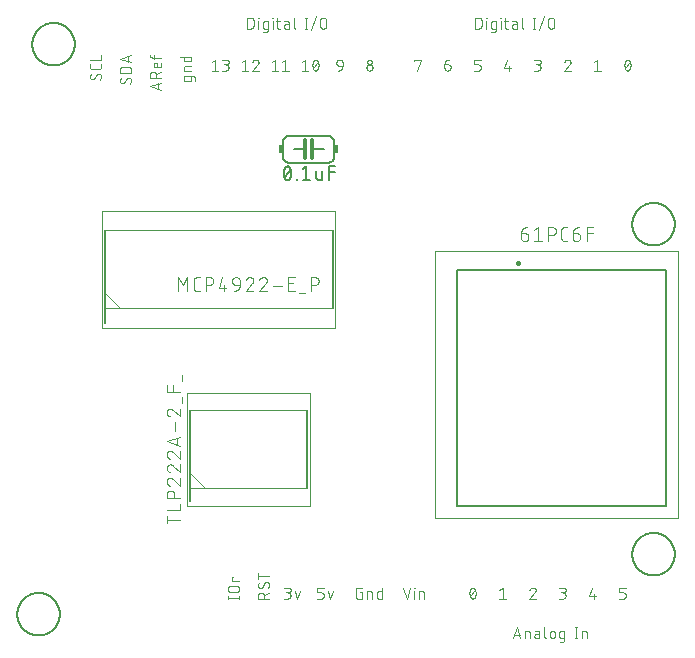
<source format=gbr>
G04 EAGLE Gerber RS-274X export*
G75*
%MOMM*%
%FSLAX34Y34*%
%LPD*%
%INSilkscreen Top*%
%IPPOS*%
%AMOC8*
5,1,8,0,0,1.08239X$1,22.5*%
G01*
%ADD10C,0.050000*%
%ADD11C,0.100000*%
%ADD12C,0.200000*%
%ADD13C,0.101600*%
%ADD14C,0.300000*%
%ADD15C,0.300000*%
%ADD16C,0.127000*%
%ADD17C,0.076200*%
%ADD18C,0.152400*%
%ADD19C,0.304800*%
%ADD20R,0.381000X0.762000*%


D10*
X243900Y293300D02*
X243900Y392500D01*
X441900Y392500D01*
X441900Y293300D01*
X243900Y293300D01*
D11*
X246400Y309900D02*
X246400Y375900D01*
X439400Y375900D01*
X439400Y309900D01*
X246400Y309900D01*
X259100Y309900D02*
X246400Y322600D01*
D12*
X246400Y297400D02*
X246400Y375900D01*
X439400Y375900D02*
X439400Y309900D01*
D13*
X308829Y324358D02*
X308829Y336042D01*
X312723Y329551D01*
X316618Y336042D01*
X316618Y324358D01*
X324614Y324358D02*
X327211Y324358D01*
X324614Y324358D02*
X324515Y324360D01*
X324415Y324366D01*
X324316Y324375D01*
X324218Y324388D01*
X324120Y324405D01*
X324022Y324426D01*
X323926Y324451D01*
X323831Y324479D01*
X323737Y324511D01*
X323644Y324546D01*
X323552Y324585D01*
X323462Y324628D01*
X323374Y324673D01*
X323287Y324723D01*
X323203Y324775D01*
X323120Y324831D01*
X323040Y324889D01*
X322962Y324951D01*
X322887Y325016D01*
X322814Y325084D01*
X322744Y325154D01*
X322676Y325227D01*
X322611Y325302D01*
X322549Y325380D01*
X322491Y325460D01*
X322435Y325543D01*
X322383Y325627D01*
X322333Y325714D01*
X322288Y325802D01*
X322245Y325892D01*
X322206Y325984D01*
X322171Y326077D01*
X322139Y326171D01*
X322111Y326266D01*
X322086Y326362D01*
X322065Y326460D01*
X322048Y326558D01*
X322035Y326656D01*
X322026Y326755D01*
X322020Y326855D01*
X322018Y326954D01*
X322018Y333446D01*
X322020Y333545D01*
X322026Y333645D01*
X322035Y333744D01*
X322048Y333842D01*
X322065Y333940D01*
X322086Y334038D01*
X322111Y334134D01*
X322139Y334229D01*
X322171Y334323D01*
X322206Y334416D01*
X322245Y334508D01*
X322288Y334598D01*
X322333Y334686D01*
X322383Y334773D01*
X322435Y334857D01*
X322491Y334940D01*
X322549Y335020D01*
X322611Y335098D01*
X322676Y335173D01*
X322744Y335246D01*
X322814Y335316D01*
X322887Y335384D01*
X322962Y335449D01*
X323040Y335511D01*
X323120Y335569D01*
X323203Y335625D01*
X323287Y335677D01*
X323374Y335727D01*
X323462Y335772D01*
X323552Y335815D01*
X323644Y335854D01*
X323736Y335889D01*
X323831Y335921D01*
X323926Y335949D01*
X324022Y335974D01*
X324120Y335995D01*
X324218Y336012D01*
X324316Y336025D01*
X324415Y336034D01*
X324515Y336040D01*
X324614Y336042D01*
X327211Y336042D01*
X332126Y336042D02*
X332126Y324358D01*
X332126Y336042D02*
X335372Y336042D01*
X335485Y336040D01*
X335598Y336034D01*
X335711Y336024D01*
X335824Y336010D01*
X335936Y335993D01*
X336047Y335971D01*
X336157Y335946D01*
X336267Y335916D01*
X336375Y335883D01*
X336482Y335846D01*
X336588Y335806D01*
X336692Y335761D01*
X336795Y335713D01*
X336896Y335662D01*
X336995Y335607D01*
X337092Y335549D01*
X337187Y335487D01*
X337280Y335422D01*
X337370Y335354D01*
X337458Y335283D01*
X337544Y335208D01*
X337627Y335131D01*
X337707Y335051D01*
X337784Y334968D01*
X337859Y334882D01*
X337930Y334794D01*
X337998Y334704D01*
X338063Y334611D01*
X338125Y334516D01*
X338183Y334419D01*
X338238Y334320D01*
X338289Y334219D01*
X338337Y334116D01*
X338382Y334012D01*
X338422Y333906D01*
X338459Y333799D01*
X338492Y333691D01*
X338522Y333581D01*
X338547Y333471D01*
X338569Y333360D01*
X338586Y333248D01*
X338600Y333135D01*
X338610Y333022D01*
X338616Y332909D01*
X338618Y332796D01*
X338616Y332683D01*
X338610Y332570D01*
X338600Y332457D01*
X338586Y332344D01*
X338569Y332232D01*
X338547Y332121D01*
X338522Y332011D01*
X338492Y331901D01*
X338459Y331793D01*
X338422Y331686D01*
X338382Y331580D01*
X338337Y331476D01*
X338289Y331373D01*
X338238Y331272D01*
X338183Y331173D01*
X338125Y331076D01*
X338063Y330981D01*
X337998Y330888D01*
X337930Y330798D01*
X337859Y330710D01*
X337784Y330624D01*
X337707Y330541D01*
X337627Y330461D01*
X337544Y330384D01*
X337458Y330309D01*
X337370Y330238D01*
X337280Y330170D01*
X337187Y330105D01*
X337092Y330043D01*
X336995Y329985D01*
X336896Y329930D01*
X336795Y329879D01*
X336692Y329831D01*
X336588Y329786D01*
X336482Y329746D01*
X336375Y329709D01*
X336267Y329676D01*
X336157Y329646D01*
X336047Y329621D01*
X335936Y329599D01*
X335824Y329582D01*
X335711Y329568D01*
X335598Y329558D01*
X335485Y329552D01*
X335372Y329550D01*
X335372Y329551D02*
X332126Y329551D01*
X343006Y326954D02*
X345602Y336042D01*
X343006Y326954D02*
X349497Y326954D01*
X347550Y329551D02*
X347550Y324358D01*
X357032Y329551D02*
X360927Y329551D01*
X357032Y329551D02*
X356933Y329553D01*
X356833Y329559D01*
X356734Y329568D01*
X356636Y329581D01*
X356538Y329598D01*
X356440Y329619D01*
X356344Y329644D01*
X356249Y329672D01*
X356155Y329704D01*
X356062Y329739D01*
X355970Y329778D01*
X355880Y329821D01*
X355792Y329866D01*
X355705Y329916D01*
X355621Y329968D01*
X355538Y330024D01*
X355458Y330082D01*
X355380Y330144D01*
X355305Y330209D01*
X355232Y330277D01*
X355162Y330347D01*
X355094Y330420D01*
X355029Y330495D01*
X354967Y330573D01*
X354909Y330653D01*
X354853Y330736D01*
X354801Y330820D01*
X354751Y330907D01*
X354706Y330995D01*
X354663Y331085D01*
X354624Y331177D01*
X354589Y331270D01*
X354557Y331364D01*
X354529Y331459D01*
X354504Y331555D01*
X354483Y331653D01*
X354466Y331751D01*
X354453Y331849D01*
X354444Y331948D01*
X354438Y332048D01*
X354436Y332147D01*
X354436Y332796D01*
X354435Y332796D02*
X354437Y332909D01*
X354443Y333022D01*
X354453Y333135D01*
X354467Y333248D01*
X354484Y333360D01*
X354506Y333471D01*
X354531Y333581D01*
X354561Y333691D01*
X354594Y333799D01*
X354631Y333906D01*
X354671Y334012D01*
X354716Y334116D01*
X354764Y334219D01*
X354815Y334320D01*
X354870Y334419D01*
X354928Y334516D01*
X354990Y334611D01*
X355055Y334704D01*
X355123Y334794D01*
X355194Y334882D01*
X355269Y334968D01*
X355346Y335051D01*
X355426Y335131D01*
X355509Y335208D01*
X355595Y335283D01*
X355683Y335354D01*
X355773Y335422D01*
X355866Y335487D01*
X355961Y335549D01*
X356058Y335607D01*
X356157Y335662D01*
X356258Y335713D01*
X356361Y335761D01*
X356465Y335806D01*
X356571Y335846D01*
X356678Y335883D01*
X356786Y335916D01*
X356896Y335946D01*
X357006Y335971D01*
X357117Y335993D01*
X357229Y336010D01*
X357342Y336024D01*
X357455Y336034D01*
X357568Y336040D01*
X357681Y336042D01*
X357794Y336040D01*
X357907Y336034D01*
X358020Y336024D01*
X358133Y336010D01*
X358245Y335993D01*
X358356Y335971D01*
X358466Y335946D01*
X358576Y335916D01*
X358684Y335883D01*
X358791Y335846D01*
X358897Y335806D01*
X359001Y335761D01*
X359104Y335713D01*
X359205Y335662D01*
X359304Y335607D01*
X359401Y335549D01*
X359496Y335487D01*
X359589Y335422D01*
X359679Y335354D01*
X359767Y335283D01*
X359853Y335208D01*
X359936Y335131D01*
X360016Y335051D01*
X360093Y334968D01*
X360168Y334882D01*
X360239Y334794D01*
X360307Y334704D01*
X360372Y334611D01*
X360434Y334516D01*
X360492Y334419D01*
X360547Y334320D01*
X360598Y334219D01*
X360646Y334116D01*
X360691Y334012D01*
X360731Y333906D01*
X360768Y333799D01*
X360801Y333691D01*
X360831Y333581D01*
X360856Y333471D01*
X360878Y333360D01*
X360895Y333248D01*
X360909Y333135D01*
X360919Y333022D01*
X360925Y332909D01*
X360927Y332796D01*
X360927Y329551D01*
X360925Y329408D01*
X360919Y329265D01*
X360909Y329122D01*
X360895Y328980D01*
X360878Y328838D01*
X360856Y328696D01*
X360831Y328555D01*
X360801Y328415D01*
X360768Y328276D01*
X360731Y328138D01*
X360690Y328001D01*
X360646Y327865D01*
X360597Y327730D01*
X360545Y327597D01*
X360490Y327465D01*
X360430Y327335D01*
X360367Y327206D01*
X360301Y327079D01*
X360231Y326954D01*
X360158Y326832D01*
X360081Y326711D01*
X360001Y326592D01*
X359918Y326476D01*
X359832Y326361D01*
X359743Y326250D01*
X359650Y326140D01*
X359555Y326034D01*
X359456Y325930D01*
X359355Y325829D01*
X359251Y325730D01*
X359145Y325635D01*
X359035Y325542D01*
X358924Y325453D01*
X358809Y325367D01*
X358693Y325284D01*
X358574Y325204D01*
X358453Y325127D01*
X358331Y325054D01*
X358206Y324984D01*
X358079Y324918D01*
X357950Y324855D01*
X357820Y324795D01*
X357688Y324740D01*
X357555Y324688D01*
X357420Y324639D01*
X357284Y324595D01*
X357147Y324554D01*
X357009Y324517D01*
X356870Y324484D01*
X356730Y324454D01*
X356589Y324429D01*
X356447Y324407D01*
X356305Y324390D01*
X356163Y324376D01*
X356020Y324366D01*
X355877Y324360D01*
X355734Y324358D01*
X369436Y336042D02*
X369543Y336040D01*
X369649Y336034D01*
X369755Y336024D01*
X369861Y336011D01*
X369967Y335993D01*
X370071Y335972D01*
X370175Y335947D01*
X370278Y335918D01*
X370379Y335886D01*
X370479Y335849D01*
X370578Y335809D01*
X370676Y335766D01*
X370772Y335719D01*
X370866Y335668D01*
X370958Y335614D01*
X371048Y335557D01*
X371136Y335497D01*
X371221Y335433D01*
X371304Y335366D01*
X371385Y335296D01*
X371463Y335224D01*
X371539Y335148D01*
X371611Y335070D01*
X371681Y334989D01*
X371748Y334906D01*
X371812Y334821D01*
X371872Y334733D01*
X371929Y334643D01*
X371983Y334551D01*
X372034Y334457D01*
X372081Y334361D01*
X372124Y334263D01*
X372164Y334164D01*
X372201Y334064D01*
X372233Y333963D01*
X372262Y333860D01*
X372287Y333756D01*
X372308Y333652D01*
X372326Y333546D01*
X372339Y333440D01*
X372349Y333334D01*
X372355Y333228D01*
X372357Y333121D01*
X369436Y336042D02*
X369315Y336040D01*
X369194Y336034D01*
X369074Y336024D01*
X368953Y336011D01*
X368834Y335993D01*
X368714Y335972D01*
X368596Y335947D01*
X368479Y335918D01*
X368362Y335885D01*
X368247Y335849D01*
X368133Y335808D01*
X368020Y335765D01*
X367908Y335717D01*
X367799Y335666D01*
X367691Y335611D01*
X367584Y335553D01*
X367480Y335492D01*
X367378Y335427D01*
X367278Y335359D01*
X367180Y335288D01*
X367084Y335214D01*
X366991Y335137D01*
X366901Y335056D01*
X366813Y334973D01*
X366728Y334887D01*
X366645Y334798D01*
X366566Y334707D01*
X366489Y334613D01*
X366416Y334517D01*
X366346Y334419D01*
X366279Y334318D01*
X366215Y334215D01*
X366155Y334110D01*
X366098Y334003D01*
X366044Y333895D01*
X365994Y333785D01*
X365948Y333673D01*
X365905Y333560D01*
X365866Y333445D01*
X371383Y330849D02*
X371462Y330926D01*
X371538Y331007D01*
X371611Y331090D01*
X371681Y331175D01*
X371748Y331263D01*
X371812Y331353D01*
X371872Y331445D01*
X371929Y331540D01*
X371983Y331636D01*
X372034Y331734D01*
X372081Y331834D01*
X372125Y331936D01*
X372165Y332039D01*
X372201Y332143D01*
X372233Y332249D01*
X372262Y332355D01*
X372287Y332463D01*
X372309Y332571D01*
X372326Y332681D01*
X372340Y332790D01*
X372349Y332900D01*
X372355Y333011D01*
X372357Y333121D01*
X371383Y330849D02*
X365866Y324358D01*
X372357Y324358D01*
X383787Y333121D02*
X383785Y333228D01*
X383779Y333334D01*
X383769Y333440D01*
X383756Y333546D01*
X383738Y333652D01*
X383717Y333756D01*
X383692Y333860D01*
X383663Y333963D01*
X383631Y334064D01*
X383594Y334164D01*
X383554Y334263D01*
X383511Y334361D01*
X383464Y334457D01*
X383413Y334551D01*
X383359Y334643D01*
X383302Y334733D01*
X383242Y334821D01*
X383178Y334906D01*
X383111Y334989D01*
X383041Y335070D01*
X382969Y335148D01*
X382893Y335224D01*
X382815Y335296D01*
X382734Y335366D01*
X382651Y335433D01*
X382566Y335497D01*
X382478Y335557D01*
X382388Y335614D01*
X382296Y335668D01*
X382202Y335719D01*
X382106Y335766D01*
X382008Y335809D01*
X381909Y335849D01*
X381809Y335886D01*
X381708Y335918D01*
X381605Y335947D01*
X381501Y335972D01*
X381397Y335993D01*
X381291Y336011D01*
X381185Y336024D01*
X381079Y336034D01*
X380973Y336040D01*
X380866Y336042D01*
X380745Y336040D01*
X380624Y336034D01*
X380504Y336024D01*
X380383Y336011D01*
X380264Y335993D01*
X380144Y335972D01*
X380026Y335947D01*
X379909Y335918D01*
X379792Y335885D01*
X379677Y335849D01*
X379563Y335808D01*
X379450Y335765D01*
X379338Y335717D01*
X379229Y335666D01*
X379121Y335611D01*
X379014Y335553D01*
X378910Y335492D01*
X378808Y335427D01*
X378708Y335359D01*
X378610Y335288D01*
X378514Y335214D01*
X378421Y335137D01*
X378331Y335056D01*
X378243Y334973D01*
X378158Y334887D01*
X378075Y334798D01*
X377996Y334707D01*
X377919Y334613D01*
X377846Y334517D01*
X377776Y334419D01*
X377709Y334318D01*
X377645Y334215D01*
X377585Y334110D01*
X377528Y334003D01*
X377474Y333895D01*
X377424Y333785D01*
X377378Y333673D01*
X377335Y333560D01*
X377296Y333445D01*
X382813Y330849D02*
X382892Y330926D01*
X382968Y331007D01*
X383041Y331090D01*
X383111Y331175D01*
X383178Y331263D01*
X383242Y331353D01*
X383302Y331445D01*
X383359Y331540D01*
X383413Y331636D01*
X383464Y331734D01*
X383511Y331834D01*
X383555Y331936D01*
X383595Y332039D01*
X383631Y332143D01*
X383663Y332249D01*
X383692Y332355D01*
X383717Y332463D01*
X383739Y332571D01*
X383756Y332681D01*
X383770Y332790D01*
X383779Y332900D01*
X383785Y333011D01*
X383787Y333121D01*
X382813Y330849D02*
X377296Y324358D01*
X383787Y324358D01*
X388839Y328902D02*
X396628Y328902D01*
X402083Y324358D02*
X407276Y324358D01*
X402083Y324358D02*
X402083Y336042D01*
X407276Y336042D01*
X405978Y330849D02*
X402083Y330849D01*
X411092Y323060D02*
X416285Y323060D01*
X421280Y324358D02*
X421280Y336042D01*
X424526Y336042D01*
X424639Y336040D01*
X424752Y336034D01*
X424865Y336024D01*
X424978Y336010D01*
X425090Y335993D01*
X425201Y335971D01*
X425311Y335946D01*
X425421Y335916D01*
X425529Y335883D01*
X425636Y335846D01*
X425742Y335806D01*
X425846Y335761D01*
X425949Y335713D01*
X426050Y335662D01*
X426149Y335607D01*
X426246Y335549D01*
X426341Y335487D01*
X426434Y335422D01*
X426524Y335354D01*
X426612Y335283D01*
X426698Y335208D01*
X426781Y335131D01*
X426861Y335051D01*
X426938Y334968D01*
X427013Y334882D01*
X427084Y334794D01*
X427152Y334704D01*
X427217Y334611D01*
X427279Y334516D01*
X427337Y334419D01*
X427392Y334320D01*
X427443Y334219D01*
X427491Y334116D01*
X427536Y334012D01*
X427576Y333906D01*
X427613Y333799D01*
X427646Y333691D01*
X427676Y333581D01*
X427701Y333471D01*
X427723Y333360D01*
X427740Y333248D01*
X427754Y333135D01*
X427764Y333022D01*
X427770Y332909D01*
X427772Y332796D01*
X427770Y332683D01*
X427764Y332570D01*
X427754Y332457D01*
X427740Y332344D01*
X427723Y332232D01*
X427701Y332121D01*
X427676Y332011D01*
X427646Y331901D01*
X427613Y331793D01*
X427576Y331686D01*
X427536Y331580D01*
X427491Y331476D01*
X427443Y331373D01*
X427392Y331272D01*
X427337Y331173D01*
X427279Y331076D01*
X427217Y330981D01*
X427152Y330888D01*
X427084Y330798D01*
X427013Y330710D01*
X426938Y330624D01*
X426861Y330541D01*
X426781Y330461D01*
X426698Y330384D01*
X426612Y330309D01*
X426524Y330238D01*
X426434Y330170D01*
X426341Y330105D01*
X426246Y330043D01*
X426149Y329985D01*
X426050Y329930D01*
X425949Y329879D01*
X425846Y329831D01*
X425742Y329786D01*
X425636Y329746D01*
X425529Y329709D01*
X425421Y329676D01*
X425311Y329646D01*
X425201Y329621D01*
X425090Y329599D01*
X424978Y329582D01*
X424865Y329568D01*
X424752Y329558D01*
X424639Y329552D01*
X424526Y329550D01*
X424526Y329551D02*
X421280Y329551D01*
D12*
X545100Y142450D02*
X722100Y142450D01*
X545100Y142450D02*
X545100Y342450D01*
X722100Y342450D01*
X722100Y142450D01*
D11*
X732100Y132450D02*
X526400Y132450D01*
X526400Y358450D01*
X732100Y358450D01*
X732100Y132450D01*
X722100Y142450D02*
X545100Y142450D01*
X722100Y142450D02*
X722100Y342450D01*
X546900Y342450D01*
D14*
X596900Y347450D03*
D15*
X596944Y347452D01*
X596987Y347458D01*
X597029Y347467D01*
X597071Y347480D01*
X597111Y347497D01*
X597150Y347517D01*
X597187Y347540D01*
X597221Y347567D01*
X597254Y347596D01*
X597283Y347629D01*
X597310Y347663D01*
X597333Y347700D01*
X597353Y347739D01*
X597370Y347779D01*
X597383Y347821D01*
X597392Y347863D01*
X597398Y347906D01*
X597400Y347950D01*
X597398Y347994D01*
X597392Y348037D01*
X597383Y348079D01*
X597370Y348121D01*
X597353Y348161D01*
X597333Y348200D01*
X597310Y348237D01*
X597283Y348271D01*
X597254Y348304D01*
X597221Y348333D01*
X597187Y348360D01*
X597150Y348383D01*
X597111Y348403D01*
X597071Y348420D01*
X597029Y348433D01*
X596987Y348442D01*
X596944Y348448D01*
X596900Y348450D01*
D14*
X596900Y348450D03*
D15*
X596856Y348448D01*
X596813Y348442D01*
X596771Y348433D01*
X596729Y348420D01*
X596689Y348403D01*
X596650Y348383D01*
X596613Y348360D01*
X596579Y348333D01*
X596546Y348304D01*
X596517Y348271D01*
X596490Y348237D01*
X596467Y348200D01*
X596447Y348161D01*
X596430Y348121D01*
X596417Y348079D01*
X596408Y348037D01*
X596402Y347994D01*
X596400Y347950D01*
X596402Y347906D01*
X596408Y347863D01*
X596417Y347821D01*
X596430Y347779D01*
X596447Y347739D01*
X596467Y347700D01*
X596490Y347663D01*
X596517Y347629D01*
X596546Y347596D01*
X596579Y347567D01*
X596613Y347540D01*
X596650Y347517D01*
X596689Y347497D01*
X596729Y347480D01*
X596771Y347467D01*
X596813Y347458D01*
X596856Y347452D01*
X596900Y347450D01*
D13*
X598829Y373099D02*
X602724Y373099D01*
X602823Y373097D01*
X602923Y373091D01*
X603022Y373082D01*
X603120Y373069D01*
X603218Y373052D01*
X603316Y373031D01*
X603412Y373006D01*
X603507Y372978D01*
X603601Y372946D01*
X603694Y372911D01*
X603786Y372872D01*
X603876Y372829D01*
X603964Y372784D01*
X604051Y372734D01*
X604135Y372682D01*
X604218Y372626D01*
X604298Y372568D01*
X604376Y372506D01*
X604451Y372441D01*
X604524Y372373D01*
X604594Y372303D01*
X604662Y372230D01*
X604727Y372155D01*
X604789Y372077D01*
X604847Y371997D01*
X604903Y371914D01*
X604955Y371830D01*
X605005Y371743D01*
X605050Y371655D01*
X605093Y371565D01*
X605132Y371473D01*
X605167Y371380D01*
X605199Y371286D01*
X605227Y371191D01*
X605252Y371095D01*
X605273Y370997D01*
X605290Y370899D01*
X605303Y370801D01*
X605312Y370702D01*
X605318Y370602D01*
X605320Y370503D01*
X605320Y369854D01*
X605321Y369854D02*
X605319Y369741D01*
X605313Y369628D01*
X605303Y369515D01*
X605289Y369402D01*
X605272Y369290D01*
X605250Y369179D01*
X605225Y369069D01*
X605195Y368959D01*
X605162Y368851D01*
X605125Y368744D01*
X605085Y368638D01*
X605040Y368534D01*
X604992Y368431D01*
X604941Y368330D01*
X604886Y368231D01*
X604828Y368134D01*
X604766Y368039D01*
X604701Y367946D01*
X604633Y367856D01*
X604562Y367768D01*
X604487Y367682D01*
X604410Y367599D01*
X604330Y367519D01*
X604247Y367442D01*
X604161Y367367D01*
X604073Y367296D01*
X603983Y367228D01*
X603890Y367163D01*
X603795Y367101D01*
X603698Y367043D01*
X603599Y366988D01*
X603498Y366937D01*
X603395Y366889D01*
X603291Y366844D01*
X603185Y366804D01*
X603078Y366767D01*
X602970Y366734D01*
X602860Y366704D01*
X602750Y366679D01*
X602639Y366657D01*
X602527Y366640D01*
X602414Y366626D01*
X602301Y366616D01*
X602188Y366610D01*
X602075Y366608D01*
X601962Y366610D01*
X601849Y366616D01*
X601736Y366626D01*
X601623Y366640D01*
X601511Y366657D01*
X601400Y366679D01*
X601290Y366704D01*
X601180Y366734D01*
X601072Y366767D01*
X600965Y366804D01*
X600859Y366844D01*
X600755Y366889D01*
X600652Y366937D01*
X600551Y366988D01*
X600452Y367043D01*
X600355Y367101D01*
X600260Y367163D01*
X600167Y367228D01*
X600077Y367296D01*
X599989Y367367D01*
X599903Y367442D01*
X599820Y367519D01*
X599740Y367599D01*
X599663Y367682D01*
X599588Y367768D01*
X599517Y367856D01*
X599449Y367946D01*
X599384Y368039D01*
X599322Y368134D01*
X599264Y368231D01*
X599209Y368330D01*
X599158Y368431D01*
X599110Y368534D01*
X599065Y368638D01*
X599025Y368744D01*
X598988Y368851D01*
X598955Y368959D01*
X598925Y369069D01*
X598900Y369179D01*
X598878Y369290D01*
X598861Y369402D01*
X598847Y369515D01*
X598837Y369628D01*
X598831Y369741D01*
X598829Y369854D01*
X598829Y373099D01*
X598831Y373242D01*
X598837Y373385D01*
X598847Y373528D01*
X598861Y373670D01*
X598878Y373812D01*
X598900Y373954D01*
X598925Y374095D01*
X598955Y374235D01*
X598988Y374374D01*
X599025Y374512D01*
X599066Y374649D01*
X599110Y374785D01*
X599159Y374920D01*
X599211Y375053D01*
X599266Y375185D01*
X599326Y375315D01*
X599389Y375444D01*
X599455Y375571D01*
X599525Y375695D01*
X599598Y375818D01*
X599675Y375939D01*
X599755Y376058D01*
X599838Y376174D01*
X599924Y376289D01*
X600013Y376400D01*
X600106Y376510D01*
X600201Y376616D01*
X600300Y376720D01*
X600401Y376821D01*
X600505Y376920D01*
X600611Y377015D01*
X600721Y377108D01*
X600832Y377197D01*
X600947Y377283D01*
X601063Y377366D01*
X601182Y377446D01*
X601303Y377523D01*
X601425Y377596D01*
X601550Y377666D01*
X601677Y377732D01*
X601806Y377795D01*
X601936Y377855D01*
X602068Y377910D01*
X602201Y377962D01*
X602336Y378011D01*
X602472Y378055D01*
X602609Y378096D01*
X602747Y378133D01*
X602886Y378166D01*
X603026Y378196D01*
X603167Y378221D01*
X603309Y378243D01*
X603451Y378260D01*
X603593Y378274D01*
X603736Y378284D01*
X603879Y378290D01*
X604022Y378292D01*
X610259Y375696D02*
X613505Y378292D01*
X613505Y366608D01*
X616750Y366608D02*
X610259Y366608D01*
X622240Y366608D02*
X622240Y378292D01*
X625485Y378292D01*
X625598Y378290D01*
X625711Y378284D01*
X625824Y378274D01*
X625937Y378260D01*
X626049Y378243D01*
X626160Y378221D01*
X626270Y378196D01*
X626380Y378166D01*
X626488Y378133D01*
X626595Y378096D01*
X626701Y378056D01*
X626805Y378011D01*
X626908Y377963D01*
X627009Y377912D01*
X627108Y377857D01*
X627205Y377799D01*
X627300Y377737D01*
X627393Y377672D01*
X627483Y377604D01*
X627571Y377533D01*
X627657Y377458D01*
X627740Y377381D01*
X627820Y377301D01*
X627897Y377218D01*
X627972Y377132D01*
X628043Y377044D01*
X628111Y376954D01*
X628176Y376861D01*
X628238Y376766D01*
X628296Y376669D01*
X628351Y376570D01*
X628402Y376469D01*
X628450Y376366D01*
X628495Y376262D01*
X628535Y376156D01*
X628572Y376049D01*
X628605Y375941D01*
X628635Y375831D01*
X628660Y375721D01*
X628682Y375610D01*
X628699Y375498D01*
X628713Y375385D01*
X628723Y375272D01*
X628729Y375159D01*
X628731Y375046D01*
X628729Y374933D01*
X628723Y374820D01*
X628713Y374707D01*
X628699Y374594D01*
X628682Y374482D01*
X628660Y374371D01*
X628635Y374261D01*
X628605Y374151D01*
X628572Y374043D01*
X628535Y373936D01*
X628495Y373830D01*
X628450Y373726D01*
X628402Y373623D01*
X628351Y373522D01*
X628296Y373423D01*
X628238Y373326D01*
X628176Y373231D01*
X628111Y373138D01*
X628043Y373048D01*
X627972Y372960D01*
X627897Y372874D01*
X627820Y372791D01*
X627740Y372711D01*
X627657Y372634D01*
X627571Y372559D01*
X627483Y372488D01*
X627393Y372420D01*
X627300Y372355D01*
X627205Y372293D01*
X627108Y372235D01*
X627009Y372180D01*
X626908Y372129D01*
X626805Y372081D01*
X626701Y372036D01*
X626595Y371996D01*
X626488Y371959D01*
X626380Y371926D01*
X626270Y371896D01*
X626160Y371871D01*
X626049Y371849D01*
X625937Y371832D01*
X625824Y371818D01*
X625711Y371808D01*
X625598Y371802D01*
X625485Y371800D01*
X625485Y371801D02*
X622240Y371801D01*
X635682Y366608D02*
X638279Y366608D01*
X635682Y366608D02*
X635583Y366610D01*
X635483Y366616D01*
X635384Y366625D01*
X635286Y366638D01*
X635188Y366655D01*
X635090Y366676D01*
X634994Y366701D01*
X634899Y366729D01*
X634805Y366761D01*
X634712Y366796D01*
X634620Y366835D01*
X634530Y366878D01*
X634442Y366923D01*
X634355Y366973D01*
X634271Y367025D01*
X634188Y367081D01*
X634108Y367139D01*
X634030Y367201D01*
X633955Y367266D01*
X633882Y367334D01*
X633812Y367404D01*
X633744Y367477D01*
X633679Y367552D01*
X633617Y367630D01*
X633559Y367710D01*
X633503Y367793D01*
X633451Y367877D01*
X633401Y367964D01*
X633356Y368052D01*
X633313Y368142D01*
X633274Y368234D01*
X633239Y368327D01*
X633207Y368421D01*
X633179Y368516D01*
X633154Y368612D01*
X633133Y368710D01*
X633116Y368808D01*
X633103Y368906D01*
X633094Y369005D01*
X633088Y369105D01*
X633086Y369204D01*
X633086Y375696D01*
X633087Y375696D02*
X633089Y375795D01*
X633095Y375895D01*
X633104Y375994D01*
X633117Y376092D01*
X633134Y376190D01*
X633155Y376288D01*
X633180Y376384D01*
X633208Y376479D01*
X633240Y376573D01*
X633275Y376666D01*
X633314Y376758D01*
X633357Y376848D01*
X633402Y376936D01*
X633452Y377023D01*
X633504Y377107D01*
X633560Y377190D01*
X633618Y377270D01*
X633680Y377348D01*
X633745Y377423D01*
X633813Y377496D01*
X633883Y377566D01*
X633956Y377634D01*
X634031Y377699D01*
X634109Y377761D01*
X634189Y377819D01*
X634272Y377875D01*
X634356Y377927D01*
X634443Y377977D01*
X634531Y378022D01*
X634621Y378065D01*
X634713Y378104D01*
X634805Y378139D01*
X634900Y378171D01*
X634995Y378199D01*
X635091Y378224D01*
X635189Y378245D01*
X635287Y378262D01*
X635385Y378275D01*
X635484Y378284D01*
X635584Y378290D01*
X635683Y378292D01*
X635682Y378292D02*
X638279Y378292D01*
X642644Y373099D02*
X646539Y373099D01*
X646638Y373097D01*
X646738Y373091D01*
X646837Y373082D01*
X646935Y373069D01*
X647033Y373052D01*
X647131Y373031D01*
X647227Y373006D01*
X647322Y372978D01*
X647416Y372946D01*
X647509Y372911D01*
X647601Y372872D01*
X647691Y372829D01*
X647779Y372784D01*
X647866Y372734D01*
X647950Y372682D01*
X648033Y372626D01*
X648113Y372568D01*
X648191Y372506D01*
X648266Y372441D01*
X648339Y372373D01*
X648409Y372303D01*
X648477Y372230D01*
X648542Y372155D01*
X648604Y372077D01*
X648662Y371997D01*
X648718Y371914D01*
X648770Y371830D01*
X648820Y371743D01*
X648865Y371655D01*
X648908Y371565D01*
X648947Y371473D01*
X648982Y371380D01*
X649014Y371286D01*
X649042Y371191D01*
X649067Y371095D01*
X649088Y370997D01*
X649105Y370899D01*
X649118Y370801D01*
X649127Y370702D01*
X649133Y370602D01*
X649135Y370503D01*
X649135Y369854D01*
X649136Y369854D02*
X649134Y369741D01*
X649128Y369628D01*
X649118Y369515D01*
X649104Y369402D01*
X649087Y369290D01*
X649065Y369179D01*
X649040Y369069D01*
X649010Y368959D01*
X648977Y368851D01*
X648940Y368744D01*
X648900Y368638D01*
X648855Y368534D01*
X648807Y368431D01*
X648756Y368330D01*
X648701Y368231D01*
X648643Y368134D01*
X648581Y368039D01*
X648516Y367946D01*
X648448Y367856D01*
X648377Y367768D01*
X648302Y367682D01*
X648225Y367599D01*
X648145Y367519D01*
X648062Y367442D01*
X647976Y367367D01*
X647888Y367296D01*
X647798Y367228D01*
X647705Y367163D01*
X647610Y367101D01*
X647513Y367043D01*
X647414Y366988D01*
X647313Y366937D01*
X647210Y366889D01*
X647106Y366844D01*
X647000Y366804D01*
X646893Y366767D01*
X646785Y366734D01*
X646675Y366704D01*
X646565Y366679D01*
X646454Y366657D01*
X646342Y366640D01*
X646229Y366626D01*
X646116Y366616D01*
X646003Y366610D01*
X645890Y366608D01*
X645777Y366610D01*
X645664Y366616D01*
X645551Y366626D01*
X645438Y366640D01*
X645326Y366657D01*
X645215Y366679D01*
X645105Y366704D01*
X644995Y366734D01*
X644887Y366767D01*
X644780Y366804D01*
X644674Y366844D01*
X644570Y366889D01*
X644467Y366937D01*
X644366Y366988D01*
X644267Y367043D01*
X644170Y367101D01*
X644075Y367163D01*
X643982Y367228D01*
X643892Y367296D01*
X643804Y367367D01*
X643718Y367442D01*
X643635Y367519D01*
X643555Y367599D01*
X643478Y367682D01*
X643403Y367768D01*
X643332Y367856D01*
X643264Y367946D01*
X643199Y368039D01*
X643137Y368134D01*
X643079Y368231D01*
X643024Y368330D01*
X642973Y368431D01*
X642925Y368534D01*
X642880Y368638D01*
X642840Y368744D01*
X642803Y368851D01*
X642770Y368959D01*
X642740Y369069D01*
X642715Y369179D01*
X642693Y369290D01*
X642676Y369402D01*
X642662Y369515D01*
X642652Y369628D01*
X642646Y369741D01*
X642644Y369854D01*
X642644Y373099D01*
X642646Y373242D01*
X642652Y373385D01*
X642662Y373528D01*
X642676Y373670D01*
X642693Y373812D01*
X642715Y373954D01*
X642740Y374095D01*
X642770Y374235D01*
X642803Y374374D01*
X642840Y374512D01*
X642881Y374649D01*
X642925Y374785D01*
X642974Y374920D01*
X643026Y375053D01*
X643081Y375185D01*
X643141Y375315D01*
X643204Y375444D01*
X643270Y375571D01*
X643340Y375695D01*
X643413Y375818D01*
X643490Y375939D01*
X643570Y376058D01*
X643653Y376174D01*
X643739Y376289D01*
X643828Y376400D01*
X643921Y376510D01*
X644016Y376616D01*
X644115Y376720D01*
X644216Y376821D01*
X644320Y376920D01*
X644426Y377015D01*
X644536Y377108D01*
X644647Y377197D01*
X644762Y377283D01*
X644878Y377366D01*
X644997Y377446D01*
X645118Y377523D01*
X645240Y377596D01*
X645365Y377666D01*
X645492Y377732D01*
X645621Y377795D01*
X645751Y377855D01*
X645883Y377910D01*
X646016Y377962D01*
X646151Y378011D01*
X646287Y378055D01*
X646424Y378096D01*
X646562Y378133D01*
X646701Y378166D01*
X646841Y378196D01*
X646982Y378221D01*
X647124Y378243D01*
X647266Y378260D01*
X647408Y378274D01*
X647551Y378284D01*
X647694Y378290D01*
X647837Y378292D01*
X654478Y378292D02*
X654478Y366608D01*
X654478Y378292D02*
X659671Y378292D01*
X659671Y373099D02*
X654478Y373099D01*
D10*
X316250Y238350D02*
X316250Y142650D01*
X316250Y238350D02*
X420350Y238350D01*
X420350Y142650D01*
X316250Y142650D01*
D11*
X318750Y157250D02*
X318750Y223750D01*
X417850Y223750D01*
X417850Y157250D01*
X318750Y157250D01*
X331450Y157250D02*
X318750Y169950D01*
D12*
X318750Y146400D02*
X318750Y223750D01*
X417850Y223750D02*
X417850Y157250D01*
D13*
X310642Y130817D02*
X298958Y130817D01*
X298958Y127572D02*
X298958Y134063D01*
X298958Y138643D02*
X310642Y138643D01*
X310642Y143836D01*
X310642Y148696D02*
X298958Y148696D01*
X298958Y151941D01*
X298960Y152054D01*
X298966Y152167D01*
X298976Y152280D01*
X298990Y152393D01*
X299007Y152505D01*
X299029Y152616D01*
X299054Y152726D01*
X299084Y152836D01*
X299117Y152944D01*
X299154Y153051D01*
X299194Y153157D01*
X299239Y153261D01*
X299287Y153364D01*
X299338Y153465D01*
X299393Y153564D01*
X299451Y153661D01*
X299513Y153756D01*
X299578Y153849D01*
X299646Y153939D01*
X299717Y154027D01*
X299792Y154113D01*
X299869Y154196D01*
X299949Y154276D01*
X300032Y154353D01*
X300118Y154428D01*
X300206Y154499D01*
X300296Y154567D01*
X300389Y154632D01*
X300484Y154694D01*
X300581Y154752D01*
X300680Y154807D01*
X300781Y154858D01*
X300884Y154906D01*
X300988Y154951D01*
X301094Y154991D01*
X301201Y155028D01*
X301309Y155061D01*
X301419Y155091D01*
X301529Y155116D01*
X301640Y155138D01*
X301752Y155155D01*
X301865Y155169D01*
X301978Y155179D01*
X302091Y155185D01*
X302204Y155187D01*
X302317Y155185D01*
X302430Y155179D01*
X302543Y155169D01*
X302656Y155155D01*
X302768Y155138D01*
X302879Y155116D01*
X302989Y155091D01*
X303099Y155061D01*
X303207Y155028D01*
X303314Y154991D01*
X303420Y154951D01*
X303524Y154906D01*
X303627Y154858D01*
X303728Y154807D01*
X303827Y154752D01*
X303924Y154694D01*
X304019Y154632D01*
X304112Y154567D01*
X304202Y154499D01*
X304290Y154428D01*
X304376Y154353D01*
X304459Y154276D01*
X304539Y154196D01*
X304616Y154113D01*
X304691Y154027D01*
X304762Y153939D01*
X304830Y153849D01*
X304895Y153756D01*
X304957Y153661D01*
X305015Y153564D01*
X305070Y153465D01*
X305121Y153364D01*
X305169Y153261D01*
X305214Y153157D01*
X305254Y153051D01*
X305291Y152944D01*
X305324Y152836D01*
X305354Y152726D01*
X305379Y152616D01*
X305401Y152505D01*
X305418Y152393D01*
X305432Y152280D01*
X305442Y152167D01*
X305448Y152054D01*
X305450Y151941D01*
X305449Y151941D02*
X305449Y148696D01*
X298958Y163146D02*
X298960Y163253D01*
X298966Y163359D01*
X298976Y163465D01*
X298989Y163571D01*
X299007Y163677D01*
X299028Y163781D01*
X299053Y163885D01*
X299082Y163988D01*
X299114Y164089D01*
X299151Y164189D01*
X299191Y164288D01*
X299234Y164386D01*
X299281Y164482D01*
X299332Y164576D01*
X299386Y164668D01*
X299443Y164758D01*
X299503Y164846D01*
X299567Y164931D01*
X299634Y165014D01*
X299704Y165095D01*
X299776Y165173D01*
X299852Y165249D01*
X299930Y165321D01*
X300011Y165391D01*
X300094Y165458D01*
X300179Y165522D01*
X300267Y165582D01*
X300357Y165639D01*
X300449Y165693D01*
X300543Y165744D01*
X300639Y165791D01*
X300737Y165834D01*
X300836Y165874D01*
X300936Y165911D01*
X301037Y165943D01*
X301140Y165972D01*
X301244Y165997D01*
X301348Y166018D01*
X301454Y166036D01*
X301560Y166049D01*
X301666Y166059D01*
X301772Y166065D01*
X301879Y166067D01*
X298958Y163146D02*
X298960Y163025D01*
X298966Y162904D01*
X298976Y162784D01*
X298989Y162663D01*
X299007Y162544D01*
X299028Y162424D01*
X299053Y162306D01*
X299082Y162189D01*
X299115Y162072D01*
X299151Y161957D01*
X299192Y161843D01*
X299235Y161730D01*
X299283Y161618D01*
X299334Y161509D01*
X299389Y161401D01*
X299447Y161294D01*
X299508Y161190D01*
X299573Y161088D01*
X299641Y160988D01*
X299712Y160890D01*
X299786Y160794D01*
X299863Y160701D01*
X299944Y160611D01*
X300027Y160523D01*
X300113Y160438D01*
X300202Y160355D01*
X300293Y160276D01*
X300387Y160199D01*
X300483Y160126D01*
X300581Y160056D01*
X300682Y159989D01*
X300785Y159925D01*
X300890Y159865D01*
X300997Y159807D01*
X301105Y159754D01*
X301215Y159704D01*
X301327Y159658D01*
X301440Y159615D01*
X301555Y159576D01*
X304151Y165092D02*
X304073Y165171D01*
X303993Y165247D01*
X303910Y165320D01*
X303824Y165390D01*
X303737Y165457D01*
X303646Y165521D01*
X303554Y165581D01*
X303460Y165639D01*
X303363Y165693D01*
X303265Y165743D01*
X303165Y165790D01*
X303064Y165834D01*
X302961Y165874D01*
X302856Y165910D01*
X302751Y165942D01*
X302644Y165971D01*
X302537Y165996D01*
X302428Y166018D01*
X302319Y166035D01*
X302210Y166049D01*
X302100Y166058D01*
X301989Y166064D01*
X301879Y166066D01*
X304151Y165093D02*
X310642Y159576D01*
X310642Y166067D01*
X301879Y177497D02*
X301772Y177495D01*
X301666Y177489D01*
X301560Y177479D01*
X301454Y177466D01*
X301348Y177448D01*
X301244Y177427D01*
X301140Y177402D01*
X301037Y177373D01*
X300936Y177341D01*
X300836Y177304D01*
X300737Y177264D01*
X300639Y177221D01*
X300543Y177174D01*
X300449Y177123D01*
X300357Y177069D01*
X300267Y177012D01*
X300179Y176952D01*
X300094Y176888D01*
X300011Y176821D01*
X299930Y176751D01*
X299852Y176679D01*
X299776Y176603D01*
X299704Y176525D01*
X299634Y176444D01*
X299567Y176361D01*
X299503Y176276D01*
X299443Y176188D01*
X299386Y176098D01*
X299332Y176006D01*
X299281Y175912D01*
X299234Y175816D01*
X299191Y175718D01*
X299151Y175619D01*
X299114Y175519D01*
X299082Y175418D01*
X299053Y175315D01*
X299028Y175211D01*
X299007Y175107D01*
X298989Y175001D01*
X298976Y174895D01*
X298966Y174789D01*
X298960Y174683D01*
X298958Y174576D01*
X298960Y174455D01*
X298966Y174334D01*
X298976Y174214D01*
X298989Y174093D01*
X299007Y173974D01*
X299028Y173854D01*
X299053Y173736D01*
X299082Y173619D01*
X299115Y173502D01*
X299151Y173387D01*
X299192Y173273D01*
X299235Y173160D01*
X299283Y173048D01*
X299334Y172939D01*
X299389Y172831D01*
X299447Y172724D01*
X299508Y172620D01*
X299573Y172518D01*
X299641Y172418D01*
X299712Y172320D01*
X299786Y172224D01*
X299863Y172131D01*
X299944Y172041D01*
X300027Y171953D01*
X300113Y171868D01*
X300202Y171785D01*
X300293Y171706D01*
X300387Y171629D01*
X300483Y171556D01*
X300581Y171486D01*
X300682Y171419D01*
X300785Y171355D01*
X300890Y171295D01*
X300997Y171237D01*
X301105Y171184D01*
X301215Y171134D01*
X301327Y171088D01*
X301440Y171045D01*
X301555Y171006D01*
X304151Y176522D02*
X304073Y176601D01*
X303993Y176677D01*
X303910Y176750D01*
X303824Y176820D01*
X303737Y176887D01*
X303646Y176951D01*
X303554Y177011D01*
X303460Y177069D01*
X303363Y177123D01*
X303265Y177173D01*
X303165Y177220D01*
X303064Y177264D01*
X302961Y177304D01*
X302856Y177340D01*
X302751Y177372D01*
X302644Y177401D01*
X302537Y177426D01*
X302428Y177448D01*
X302319Y177465D01*
X302210Y177479D01*
X302100Y177488D01*
X301989Y177494D01*
X301879Y177496D01*
X304151Y176523D02*
X310642Y171006D01*
X310642Y177497D01*
X301879Y188927D02*
X301772Y188925D01*
X301666Y188919D01*
X301560Y188909D01*
X301454Y188896D01*
X301348Y188878D01*
X301244Y188857D01*
X301140Y188832D01*
X301037Y188803D01*
X300936Y188771D01*
X300836Y188734D01*
X300737Y188694D01*
X300639Y188651D01*
X300543Y188604D01*
X300449Y188553D01*
X300357Y188499D01*
X300267Y188442D01*
X300179Y188382D01*
X300094Y188318D01*
X300011Y188251D01*
X299930Y188181D01*
X299852Y188109D01*
X299776Y188033D01*
X299704Y187955D01*
X299634Y187874D01*
X299567Y187791D01*
X299503Y187706D01*
X299443Y187618D01*
X299386Y187528D01*
X299332Y187436D01*
X299281Y187342D01*
X299234Y187246D01*
X299191Y187148D01*
X299151Y187049D01*
X299114Y186949D01*
X299082Y186848D01*
X299053Y186745D01*
X299028Y186641D01*
X299007Y186537D01*
X298989Y186431D01*
X298976Y186325D01*
X298966Y186219D01*
X298960Y186113D01*
X298958Y186006D01*
X298960Y185885D01*
X298966Y185764D01*
X298976Y185644D01*
X298989Y185523D01*
X299007Y185404D01*
X299028Y185284D01*
X299053Y185166D01*
X299082Y185049D01*
X299115Y184932D01*
X299151Y184817D01*
X299192Y184703D01*
X299235Y184590D01*
X299283Y184478D01*
X299334Y184369D01*
X299389Y184261D01*
X299447Y184154D01*
X299508Y184050D01*
X299573Y183948D01*
X299641Y183848D01*
X299712Y183750D01*
X299786Y183654D01*
X299863Y183561D01*
X299944Y183471D01*
X300027Y183383D01*
X300113Y183298D01*
X300202Y183215D01*
X300293Y183136D01*
X300387Y183059D01*
X300483Y182986D01*
X300581Y182916D01*
X300682Y182849D01*
X300785Y182785D01*
X300890Y182725D01*
X300997Y182667D01*
X301105Y182614D01*
X301215Y182564D01*
X301327Y182518D01*
X301440Y182475D01*
X301555Y182436D01*
X304151Y187952D02*
X304073Y188031D01*
X303993Y188107D01*
X303910Y188180D01*
X303824Y188250D01*
X303737Y188317D01*
X303646Y188381D01*
X303554Y188441D01*
X303460Y188499D01*
X303363Y188553D01*
X303265Y188603D01*
X303165Y188650D01*
X303064Y188694D01*
X302961Y188734D01*
X302856Y188770D01*
X302751Y188802D01*
X302644Y188831D01*
X302537Y188856D01*
X302428Y188878D01*
X302319Y188895D01*
X302210Y188909D01*
X302100Y188918D01*
X301989Y188924D01*
X301879Y188926D01*
X304151Y187953D02*
X310642Y182435D01*
X310642Y188927D01*
X310642Y193216D02*
X298958Y197111D01*
X310642Y201006D01*
X307721Y200032D02*
X307721Y194190D01*
X306098Y205408D02*
X306098Y213198D01*
X298958Y221820D02*
X298960Y221927D01*
X298966Y222033D01*
X298976Y222139D01*
X298989Y222245D01*
X299007Y222351D01*
X299028Y222455D01*
X299053Y222559D01*
X299082Y222662D01*
X299114Y222763D01*
X299151Y222863D01*
X299191Y222962D01*
X299234Y223060D01*
X299281Y223156D01*
X299332Y223250D01*
X299386Y223342D01*
X299443Y223432D01*
X299503Y223520D01*
X299567Y223605D01*
X299634Y223688D01*
X299704Y223769D01*
X299776Y223847D01*
X299852Y223923D01*
X299930Y223995D01*
X300011Y224065D01*
X300094Y224132D01*
X300179Y224196D01*
X300267Y224256D01*
X300357Y224313D01*
X300449Y224367D01*
X300543Y224418D01*
X300639Y224465D01*
X300737Y224508D01*
X300836Y224548D01*
X300936Y224585D01*
X301037Y224617D01*
X301140Y224646D01*
X301244Y224671D01*
X301348Y224692D01*
X301454Y224710D01*
X301560Y224723D01*
X301666Y224733D01*
X301772Y224739D01*
X301879Y224741D01*
X298958Y221820D02*
X298960Y221699D01*
X298966Y221578D01*
X298976Y221458D01*
X298989Y221337D01*
X299007Y221218D01*
X299028Y221098D01*
X299053Y220980D01*
X299082Y220863D01*
X299115Y220746D01*
X299151Y220631D01*
X299192Y220517D01*
X299235Y220404D01*
X299283Y220292D01*
X299334Y220183D01*
X299389Y220075D01*
X299447Y219968D01*
X299508Y219864D01*
X299573Y219762D01*
X299641Y219662D01*
X299712Y219564D01*
X299786Y219468D01*
X299863Y219375D01*
X299944Y219285D01*
X300027Y219197D01*
X300113Y219112D01*
X300202Y219029D01*
X300293Y218950D01*
X300387Y218873D01*
X300483Y218800D01*
X300581Y218730D01*
X300682Y218663D01*
X300785Y218599D01*
X300890Y218539D01*
X300997Y218481D01*
X301105Y218428D01*
X301215Y218378D01*
X301327Y218332D01*
X301440Y218289D01*
X301555Y218250D01*
X304151Y223766D02*
X304073Y223845D01*
X303993Y223921D01*
X303910Y223994D01*
X303824Y224064D01*
X303737Y224131D01*
X303646Y224195D01*
X303554Y224255D01*
X303460Y224313D01*
X303363Y224367D01*
X303265Y224417D01*
X303165Y224464D01*
X303064Y224508D01*
X302961Y224548D01*
X302856Y224584D01*
X302751Y224616D01*
X302644Y224645D01*
X302537Y224670D01*
X302428Y224692D01*
X302319Y224709D01*
X302210Y224723D01*
X302100Y224732D01*
X301989Y224738D01*
X301879Y224740D01*
X304151Y223767D02*
X310642Y218249D01*
X310642Y224741D01*
X311940Y229186D02*
X311940Y234378D01*
X310642Y239227D02*
X298958Y239227D01*
X298958Y244420D01*
X304151Y244420D02*
X304151Y239227D01*
X311940Y248236D02*
X311940Y253428D01*
D16*
X185240Y533400D02*
X185245Y533841D01*
X185262Y534281D01*
X185289Y534721D01*
X185326Y535160D01*
X185375Y535598D01*
X185434Y536035D01*
X185504Y536470D01*
X185585Y536904D01*
X185676Y537335D01*
X185778Y537764D01*
X185891Y538190D01*
X186013Y538614D01*
X186146Y539034D01*
X186290Y539451D01*
X186443Y539864D01*
X186607Y540273D01*
X186781Y540678D01*
X186964Y541079D01*
X187158Y541475D01*
X187361Y541866D01*
X187573Y542252D01*
X187795Y542633D01*
X188026Y543009D01*
X188267Y543378D01*
X188516Y543742D01*
X188774Y544099D01*
X189041Y544450D01*
X189317Y544794D01*
X189601Y545131D01*
X189893Y545461D01*
X190193Y545784D01*
X190500Y546100D01*
X190816Y546407D01*
X191139Y546707D01*
X191469Y546999D01*
X191806Y547283D01*
X192150Y547559D01*
X192501Y547826D01*
X192858Y548084D01*
X193222Y548333D01*
X193591Y548574D01*
X193967Y548805D01*
X194348Y549027D01*
X194734Y549239D01*
X195125Y549442D01*
X195521Y549636D01*
X195922Y549819D01*
X196327Y549993D01*
X196736Y550157D01*
X197149Y550310D01*
X197566Y550454D01*
X197986Y550587D01*
X198410Y550709D01*
X198836Y550822D01*
X199265Y550924D01*
X199696Y551015D01*
X200130Y551096D01*
X200565Y551166D01*
X201002Y551225D01*
X201440Y551274D01*
X201879Y551311D01*
X202319Y551338D01*
X202759Y551355D01*
X203200Y551360D01*
X203641Y551355D01*
X204081Y551338D01*
X204521Y551311D01*
X204960Y551274D01*
X205398Y551225D01*
X205835Y551166D01*
X206270Y551096D01*
X206704Y551015D01*
X207135Y550924D01*
X207564Y550822D01*
X207990Y550709D01*
X208414Y550587D01*
X208834Y550454D01*
X209251Y550310D01*
X209664Y550157D01*
X210073Y549993D01*
X210478Y549819D01*
X210879Y549636D01*
X211275Y549442D01*
X211666Y549239D01*
X212052Y549027D01*
X212433Y548805D01*
X212809Y548574D01*
X213178Y548333D01*
X213542Y548084D01*
X213899Y547826D01*
X214250Y547559D01*
X214594Y547283D01*
X214931Y546999D01*
X215261Y546707D01*
X215584Y546407D01*
X215900Y546100D01*
X216207Y545784D01*
X216507Y545461D01*
X216799Y545131D01*
X217083Y544794D01*
X217359Y544450D01*
X217626Y544099D01*
X217884Y543742D01*
X218133Y543378D01*
X218374Y543009D01*
X218605Y542633D01*
X218827Y542252D01*
X219039Y541866D01*
X219242Y541475D01*
X219436Y541079D01*
X219619Y540678D01*
X219793Y540273D01*
X219957Y539864D01*
X220110Y539451D01*
X220254Y539034D01*
X220387Y538614D01*
X220509Y538190D01*
X220622Y537764D01*
X220724Y537335D01*
X220815Y536904D01*
X220896Y536470D01*
X220966Y536035D01*
X221025Y535598D01*
X221074Y535160D01*
X221111Y534721D01*
X221138Y534281D01*
X221155Y533841D01*
X221160Y533400D01*
X221155Y532959D01*
X221138Y532519D01*
X221111Y532079D01*
X221074Y531640D01*
X221025Y531202D01*
X220966Y530765D01*
X220896Y530330D01*
X220815Y529896D01*
X220724Y529465D01*
X220622Y529036D01*
X220509Y528610D01*
X220387Y528186D01*
X220254Y527766D01*
X220110Y527349D01*
X219957Y526936D01*
X219793Y526527D01*
X219619Y526122D01*
X219436Y525721D01*
X219242Y525325D01*
X219039Y524934D01*
X218827Y524548D01*
X218605Y524167D01*
X218374Y523791D01*
X218133Y523422D01*
X217884Y523058D01*
X217626Y522701D01*
X217359Y522350D01*
X217083Y522006D01*
X216799Y521669D01*
X216507Y521339D01*
X216207Y521016D01*
X215900Y520700D01*
X215584Y520393D01*
X215261Y520093D01*
X214931Y519801D01*
X214594Y519517D01*
X214250Y519241D01*
X213899Y518974D01*
X213542Y518716D01*
X213178Y518467D01*
X212809Y518226D01*
X212433Y517995D01*
X212052Y517773D01*
X211666Y517561D01*
X211275Y517358D01*
X210879Y517164D01*
X210478Y516981D01*
X210073Y516807D01*
X209664Y516643D01*
X209251Y516490D01*
X208834Y516346D01*
X208414Y516213D01*
X207990Y516091D01*
X207564Y515978D01*
X207135Y515876D01*
X206704Y515785D01*
X206270Y515704D01*
X205835Y515634D01*
X205398Y515575D01*
X204960Y515526D01*
X204521Y515489D01*
X204081Y515462D01*
X203641Y515445D01*
X203200Y515440D01*
X202759Y515445D01*
X202319Y515462D01*
X201879Y515489D01*
X201440Y515526D01*
X201002Y515575D01*
X200565Y515634D01*
X200130Y515704D01*
X199696Y515785D01*
X199265Y515876D01*
X198836Y515978D01*
X198410Y516091D01*
X197986Y516213D01*
X197566Y516346D01*
X197149Y516490D01*
X196736Y516643D01*
X196327Y516807D01*
X195922Y516981D01*
X195521Y517164D01*
X195125Y517358D01*
X194734Y517561D01*
X194348Y517773D01*
X193967Y517995D01*
X193591Y518226D01*
X193222Y518467D01*
X192858Y518716D01*
X192501Y518974D01*
X192150Y519241D01*
X191806Y519517D01*
X191469Y519801D01*
X191139Y520093D01*
X190816Y520393D01*
X190500Y520700D01*
X190193Y521016D01*
X189893Y521339D01*
X189601Y521669D01*
X189317Y522006D01*
X189041Y522350D01*
X188774Y522701D01*
X188516Y523058D01*
X188267Y523422D01*
X188026Y523791D01*
X187795Y524167D01*
X187573Y524548D01*
X187361Y524934D01*
X187158Y525325D01*
X186964Y525721D01*
X186781Y526122D01*
X186607Y526527D01*
X186443Y526936D01*
X186290Y527349D01*
X186146Y527766D01*
X186013Y528186D01*
X185891Y528610D01*
X185778Y529036D01*
X185676Y529465D01*
X185585Y529896D01*
X185504Y530330D01*
X185434Y530765D01*
X185375Y531202D01*
X185326Y531640D01*
X185289Y532079D01*
X185262Y532519D01*
X185245Y532959D01*
X185240Y533400D01*
X172540Y50800D02*
X172545Y51241D01*
X172562Y51681D01*
X172589Y52121D01*
X172626Y52560D01*
X172675Y52998D01*
X172734Y53435D01*
X172804Y53870D01*
X172885Y54304D01*
X172976Y54735D01*
X173078Y55164D01*
X173191Y55590D01*
X173313Y56014D01*
X173446Y56434D01*
X173590Y56851D01*
X173743Y57264D01*
X173907Y57673D01*
X174081Y58078D01*
X174264Y58479D01*
X174458Y58875D01*
X174661Y59266D01*
X174873Y59652D01*
X175095Y60033D01*
X175326Y60409D01*
X175567Y60778D01*
X175816Y61142D01*
X176074Y61499D01*
X176341Y61850D01*
X176617Y62194D01*
X176901Y62531D01*
X177193Y62861D01*
X177493Y63184D01*
X177800Y63500D01*
X178116Y63807D01*
X178439Y64107D01*
X178769Y64399D01*
X179106Y64683D01*
X179450Y64959D01*
X179801Y65226D01*
X180158Y65484D01*
X180522Y65733D01*
X180891Y65974D01*
X181267Y66205D01*
X181648Y66427D01*
X182034Y66639D01*
X182425Y66842D01*
X182821Y67036D01*
X183222Y67219D01*
X183627Y67393D01*
X184036Y67557D01*
X184449Y67710D01*
X184866Y67854D01*
X185286Y67987D01*
X185710Y68109D01*
X186136Y68222D01*
X186565Y68324D01*
X186996Y68415D01*
X187430Y68496D01*
X187865Y68566D01*
X188302Y68625D01*
X188740Y68674D01*
X189179Y68711D01*
X189619Y68738D01*
X190059Y68755D01*
X190500Y68760D01*
X190941Y68755D01*
X191381Y68738D01*
X191821Y68711D01*
X192260Y68674D01*
X192698Y68625D01*
X193135Y68566D01*
X193570Y68496D01*
X194004Y68415D01*
X194435Y68324D01*
X194864Y68222D01*
X195290Y68109D01*
X195714Y67987D01*
X196134Y67854D01*
X196551Y67710D01*
X196964Y67557D01*
X197373Y67393D01*
X197778Y67219D01*
X198179Y67036D01*
X198575Y66842D01*
X198966Y66639D01*
X199352Y66427D01*
X199733Y66205D01*
X200109Y65974D01*
X200478Y65733D01*
X200842Y65484D01*
X201199Y65226D01*
X201550Y64959D01*
X201894Y64683D01*
X202231Y64399D01*
X202561Y64107D01*
X202884Y63807D01*
X203200Y63500D01*
X203507Y63184D01*
X203807Y62861D01*
X204099Y62531D01*
X204383Y62194D01*
X204659Y61850D01*
X204926Y61499D01*
X205184Y61142D01*
X205433Y60778D01*
X205674Y60409D01*
X205905Y60033D01*
X206127Y59652D01*
X206339Y59266D01*
X206542Y58875D01*
X206736Y58479D01*
X206919Y58078D01*
X207093Y57673D01*
X207257Y57264D01*
X207410Y56851D01*
X207554Y56434D01*
X207687Y56014D01*
X207809Y55590D01*
X207922Y55164D01*
X208024Y54735D01*
X208115Y54304D01*
X208196Y53870D01*
X208266Y53435D01*
X208325Y52998D01*
X208374Y52560D01*
X208411Y52121D01*
X208438Y51681D01*
X208455Y51241D01*
X208460Y50800D01*
X208455Y50359D01*
X208438Y49919D01*
X208411Y49479D01*
X208374Y49040D01*
X208325Y48602D01*
X208266Y48165D01*
X208196Y47730D01*
X208115Y47296D01*
X208024Y46865D01*
X207922Y46436D01*
X207809Y46010D01*
X207687Y45586D01*
X207554Y45166D01*
X207410Y44749D01*
X207257Y44336D01*
X207093Y43927D01*
X206919Y43522D01*
X206736Y43121D01*
X206542Y42725D01*
X206339Y42334D01*
X206127Y41948D01*
X205905Y41567D01*
X205674Y41191D01*
X205433Y40822D01*
X205184Y40458D01*
X204926Y40101D01*
X204659Y39750D01*
X204383Y39406D01*
X204099Y39069D01*
X203807Y38739D01*
X203507Y38416D01*
X203200Y38100D01*
X202884Y37793D01*
X202561Y37493D01*
X202231Y37201D01*
X201894Y36917D01*
X201550Y36641D01*
X201199Y36374D01*
X200842Y36116D01*
X200478Y35867D01*
X200109Y35626D01*
X199733Y35395D01*
X199352Y35173D01*
X198966Y34961D01*
X198575Y34758D01*
X198179Y34564D01*
X197778Y34381D01*
X197373Y34207D01*
X196964Y34043D01*
X196551Y33890D01*
X196134Y33746D01*
X195714Y33613D01*
X195290Y33491D01*
X194864Y33378D01*
X194435Y33276D01*
X194004Y33185D01*
X193570Y33104D01*
X193135Y33034D01*
X192698Y32975D01*
X192260Y32926D01*
X191821Y32889D01*
X191381Y32862D01*
X190941Y32845D01*
X190500Y32840D01*
X190059Y32845D01*
X189619Y32862D01*
X189179Y32889D01*
X188740Y32926D01*
X188302Y32975D01*
X187865Y33034D01*
X187430Y33104D01*
X186996Y33185D01*
X186565Y33276D01*
X186136Y33378D01*
X185710Y33491D01*
X185286Y33613D01*
X184866Y33746D01*
X184449Y33890D01*
X184036Y34043D01*
X183627Y34207D01*
X183222Y34381D01*
X182821Y34564D01*
X182425Y34758D01*
X182034Y34961D01*
X181648Y35173D01*
X181267Y35395D01*
X180891Y35626D01*
X180522Y35867D01*
X180158Y36116D01*
X179801Y36374D01*
X179450Y36641D01*
X179106Y36917D01*
X178769Y37201D01*
X178439Y37493D01*
X178116Y37793D01*
X177800Y38100D01*
X177493Y38416D01*
X177193Y38739D01*
X176901Y39069D01*
X176617Y39406D01*
X176341Y39750D01*
X176074Y40101D01*
X175816Y40458D01*
X175567Y40822D01*
X175326Y41191D01*
X175095Y41567D01*
X174873Y41948D01*
X174661Y42334D01*
X174458Y42725D01*
X174264Y43121D01*
X174081Y43522D01*
X173907Y43927D01*
X173743Y44336D01*
X173590Y44749D01*
X173446Y45166D01*
X173313Y45586D01*
X173191Y46010D01*
X173078Y46436D01*
X172976Y46865D01*
X172885Y47296D01*
X172804Y47730D01*
X172734Y48165D01*
X172675Y48602D01*
X172626Y49040D01*
X172589Y49479D01*
X172562Y49919D01*
X172545Y50359D01*
X172540Y50800D01*
X693240Y381000D02*
X693245Y381441D01*
X693262Y381881D01*
X693289Y382321D01*
X693326Y382760D01*
X693375Y383198D01*
X693434Y383635D01*
X693504Y384070D01*
X693585Y384504D01*
X693676Y384935D01*
X693778Y385364D01*
X693891Y385790D01*
X694013Y386214D01*
X694146Y386634D01*
X694290Y387051D01*
X694443Y387464D01*
X694607Y387873D01*
X694781Y388278D01*
X694964Y388679D01*
X695158Y389075D01*
X695361Y389466D01*
X695573Y389852D01*
X695795Y390233D01*
X696026Y390609D01*
X696267Y390978D01*
X696516Y391342D01*
X696774Y391699D01*
X697041Y392050D01*
X697317Y392394D01*
X697601Y392731D01*
X697893Y393061D01*
X698193Y393384D01*
X698500Y393700D01*
X698816Y394007D01*
X699139Y394307D01*
X699469Y394599D01*
X699806Y394883D01*
X700150Y395159D01*
X700501Y395426D01*
X700858Y395684D01*
X701222Y395933D01*
X701591Y396174D01*
X701967Y396405D01*
X702348Y396627D01*
X702734Y396839D01*
X703125Y397042D01*
X703521Y397236D01*
X703922Y397419D01*
X704327Y397593D01*
X704736Y397757D01*
X705149Y397910D01*
X705566Y398054D01*
X705986Y398187D01*
X706410Y398309D01*
X706836Y398422D01*
X707265Y398524D01*
X707696Y398615D01*
X708130Y398696D01*
X708565Y398766D01*
X709002Y398825D01*
X709440Y398874D01*
X709879Y398911D01*
X710319Y398938D01*
X710759Y398955D01*
X711200Y398960D01*
X711641Y398955D01*
X712081Y398938D01*
X712521Y398911D01*
X712960Y398874D01*
X713398Y398825D01*
X713835Y398766D01*
X714270Y398696D01*
X714704Y398615D01*
X715135Y398524D01*
X715564Y398422D01*
X715990Y398309D01*
X716414Y398187D01*
X716834Y398054D01*
X717251Y397910D01*
X717664Y397757D01*
X718073Y397593D01*
X718478Y397419D01*
X718879Y397236D01*
X719275Y397042D01*
X719666Y396839D01*
X720052Y396627D01*
X720433Y396405D01*
X720809Y396174D01*
X721178Y395933D01*
X721542Y395684D01*
X721899Y395426D01*
X722250Y395159D01*
X722594Y394883D01*
X722931Y394599D01*
X723261Y394307D01*
X723584Y394007D01*
X723900Y393700D01*
X724207Y393384D01*
X724507Y393061D01*
X724799Y392731D01*
X725083Y392394D01*
X725359Y392050D01*
X725626Y391699D01*
X725884Y391342D01*
X726133Y390978D01*
X726374Y390609D01*
X726605Y390233D01*
X726827Y389852D01*
X727039Y389466D01*
X727242Y389075D01*
X727436Y388679D01*
X727619Y388278D01*
X727793Y387873D01*
X727957Y387464D01*
X728110Y387051D01*
X728254Y386634D01*
X728387Y386214D01*
X728509Y385790D01*
X728622Y385364D01*
X728724Y384935D01*
X728815Y384504D01*
X728896Y384070D01*
X728966Y383635D01*
X729025Y383198D01*
X729074Y382760D01*
X729111Y382321D01*
X729138Y381881D01*
X729155Y381441D01*
X729160Y381000D01*
X729155Y380559D01*
X729138Y380119D01*
X729111Y379679D01*
X729074Y379240D01*
X729025Y378802D01*
X728966Y378365D01*
X728896Y377930D01*
X728815Y377496D01*
X728724Y377065D01*
X728622Y376636D01*
X728509Y376210D01*
X728387Y375786D01*
X728254Y375366D01*
X728110Y374949D01*
X727957Y374536D01*
X727793Y374127D01*
X727619Y373722D01*
X727436Y373321D01*
X727242Y372925D01*
X727039Y372534D01*
X726827Y372148D01*
X726605Y371767D01*
X726374Y371391D01*
X726133Y371022D01*
X725884Y370658D01*
X725626Y370301D01*
X725359Y369950D01*
X725083Y369606D01*
X724799Y369269D01*
X724507Y368939D01*
X724207Y368616D01*
X723900Y368300D01*
X723584Y367993D01*
X723261Y367693D01*
X722931Y367401D01*
X722594Y367117D01*
X722250Y366841D01*
X721899Y366574D01*
X721542Y366316D01*
X721178Y366067D01*
X720809Y365826D01*
X720433Y365595D01*
X720052Y365373D01*
X719666Y365161D01*
X719275Y364958D01*
X718879Y364764D01*
X718478Y364581D01*
X718073Y364407D01*
X717664Y364243D01*
X717251Y364090D01*
X716834Y363946D01*
X716414Y363813D01*
X715990Y363691D01*
X715564Y363578D01*
X715135Y363476D01*
X714704Y363385D01*
X714270Y363304D01*
X713835Y363234D01*
X713398Y363175D01*
X712960Y363126D01*
X712521Y363089D01*
X712081Y363062D01*
X711641Y363045D01*
X711200Y363040D01*
X710759Y363045D01*
X710319Y363062D01*
X709879Y363089D01*
X709440Y363126D01*
X709002Y363175D01*
X708565Y363234D01*
X708130Y363304D01*
X707696Y363385D01*
X707265Y363476D01*
X706836Y363578D01*
X706410Y363691D01*
X705986Y363813D01*
X705566Y363946D01*
X705149Y364090D01*
X704736Y364243D01*
X704327Y364407D01*
X703922Y364581D01*
X703521Y364764D01*
X703125Y364958D01*
X702734Y365161D01*
X702348Y365373D01*
X701967Y365595D01*
X701591Y365826D01*
X701222Y366067D01*
X700858Y366316D01*
X700501Y366574D01*
X700150Y366841D01*
X699806Y367117D01*
X699469Y367401D01*
X699139Y367693D01*
X698816Y367993D01*
X698500Y368300D01*
X698193Y368616D01*
X697893Y368939D01*
X697601Y369269D01*
X697317Y369606D01*
X697041Y369950D01*
X696774Y370301D01*
X696516Y370658D01*
X696267Y371022D01*
X696026Y371391D01*
X695795Y371767D01*
X695573Y372148D01*
X695361Y372534D01*
X695158Y372925D01*
X694964Y373321D01*
X694781Y373722D01*
X694607Y374127D01*
X694443Y374536D01*
X694290Y374949D01*
X694146Y375366D01*
X694013Y375786D01*
X693891Y376210D01*
X693778Y376636D01*
X693676Y377065D01*
X693585Y377496D01*
X693504Y377930D01*
X693434Y378365D01*
X693375Y378802D01*
X693326Y379240D01*
X693289Y379679D01*
X693262Y380119D01*
X693245Y380559D01*
X693240Y381000D01*
X693240Y101600D02*
X693245Y102041D01*
X693262Y102481D01*
X693289Y102921D01*
X693326Y103360D01*
X693375Y103798D01*
X693434Y104235D01*
X693504Y104670D01*
X693585Y105104D01*
X693676Y105535D01*
X693778Y105964D01*
X693891Y106390D01*
X694013Y106814D01*
X694146Y107234D01*
X694290Y107651D01*
X694443Y108064D01*
X694607Y108473D01*
X694781Y108878D01*
X694964Y109279D01*
X695158Y109675D01*
X695361Y110066D01*
X695573Y110452D01*
X695795Y110833D01*
X696026Y111209D01*
X696267Y111578D01*
X696516Y111942D01*
X696774Y112299D01*
X697041Y112650D01*
X697317Y112994D01*
X697601Y113331D01*
X697893Y113661D01*
X698193Y113984D01*
X698500Y114300D01*
X698816Y114607D01*
X699139Y114907D01*
X699469Y115199D01*
X699806Y115483D01*
X700150Y115759D01*
X700501Y116026D01*
X700858Y116284D01*
X701222Y116533D01*
X701591Y116774D01*
X701967Y117005D01*
X702348Y117227D01*
X702734Y117439D01*
X703125Y117642D01*
X703521Y117836D01*
X703922Y118019D01*
X704327Y118193D01*
X704736Y118357D01*
X705149Y118510D01*
X705566Y118654D01*
X705986Y118787D01*
X706410Y118909D01*
X706836Y119022D01*
X707265Y119124D01*
X707696Y119215D01*
X708130Y119296D01*
X708565Y119366D01*
X709002Y119425D01*
X709440Y119474D01*
X709879Y119511D01*
X710319Y119538D01*
X710759Y119555D01*
X711200Y119560D01*
X711641Y119555D01*
X712081Y119538D01*
X712521Y119511D01*
X712960Y119474D01*
X713398Y119425D01*
X713835Y119366D01*
X714270Y119296D01*
X714704Y119215D01*
X715135Y119124D01*
X715564Y119022D01*
X715990Y118909D01*
X716414Y118787D01*
X716834Y118654D01*
X717251Y118510D01*
X717664Y118357D01*
X718073Y118193D01*
X718478Y118019D01*
X718879Y117836D01*
X719275Y117642D01*
X719666Y117439D01*
X720052Y117227D01*
X720433Y117005D01*
X720809Y116774D01*
X721178Y116533D01*
X721542Y116284D01*
X721899Y116026D01*
X722250Y115759D01*
X722594Y115483D01*
X722931Y115199D01*
X723261Y114907D01*
X723584Y114607D01*
X723900Y114300D01*
X724207Y113984D01*
X724507Y113661D01*
X724799Y113331D01*
X725083Y112994D01*
X725359Y112650D01*
X725626Y112299D01*
X725884Y111942D01*
X726133Y111578D01*
X726374Y111209D01*
X726605Y110833D01*
X726827Y110452D01*
X727039Y110066D01*
X727242Y109675D01*
X727436Y109279D01*
X727619Y108878D01*
X727793Y108473D01*
X727957Y108064D01*
X728110Y107651D01*
X728254Y107234D01*
X728387Y106814D01*
X728509Y106390D01*
X728622Y105964D01*
X728724Y105535D01*
X728815Y105104D01*
X728896Y104670D01*
X728966Y104235D01*
X729025Y103798D01*
X729074Y103360D01*
X729111Y102921D01*
X729138Y102481D01*
X729155Y102041D01*
X729160Y101600D01*
X729155Y101159D01*
X729138Y100719D01*
X729111Y100279D01*
X729074Y99840D01*
X729025Y99402D01*
X728966Y98965D01*
X728896Y98530D01*
X728815Y98096D01*
X728724Y97665D01*
X728622Y97236D01*
X728509Y96810D01*
X728387Y96386D01*
X728254Y95966D01*
X728110Y95549D01*
X727957Y95136D01*
X727793Y94727D01*
X727619Y94322D01*
X727436Y93921D01*
X727242Y93525D01*
X727039Y93134D01*
X726827Y92748D01*
X726605Y92367D01*
X726374Y91991D01*
X726133Y91622D01*
X725884Y91258D01*
X725626Y90901D01*
X725359Y90550D01*
X725083Y90206D01*
X724799Y89869D01*
X724507Y89539D01*
X724207Y89216D01*
X723900Y88900D01*
X723584Y88593D01*
X723261Y88293D01*
X722931Y88001D01*
X722594Y87717D01*
X722250Y87441D01*
X721899Y87174D01*
X721542Y86916D01*
X721178Y86667D01*
X720809Y86426D01*
X720433Y86195D01*
X720052Y85973D01*
X719666Y85761D01*
X719275Y85558D01*
X718879Y85364D01*
X718478Y85181D01*
X718073Y85007D01*
X717664Y84843D01*
X717251Y84690D01*
X716834Y84546D01*
X716414Y84413D01*
X715990Y84291D01*
X715564Y84178D01*
X715135Y84076D01*
X714704Y83985D01*
X714270Y83904D01*
X713835Y83834D01*
X713398Y83775D01*
X712960Y83726D01*
X712521Y83689D01*
X712081Y83662D01*
X711641Y83645D01*
X711200Y83640D01*
X710759Y83645D01*
X710319Y83662D01*
X709879Y83689D01*
X709440Y83726D01*
X709002Y83775D01*
X708565Y83834D01*
X708130Y83904D01*
X707696Y83985D01*
X707265Y84076D01*
X706836Y84178D01*
X706410Y84291D01*
X705986Y84413D01*
X705566Y84546D01*
X705149Y84690D01*
X704736Y84843D01*
X704327Y85007D01*
X703922Y85181D01*
X703521Y85364D01*
X703125Y85558D01*
X702734Y85761D01*
X702348Y85973D01*
X701967Y86195D01*
X701591Y86426D01*
X701222Y86667D01*
X700858Y86916D01*
X700501Y87174D01*
X700150Y87441D01*
X699806Y87717D01*
X699469Y88001D01*
X699139Y88293D01*
X698816Y88593D01*
X698500Y88900D01*
X698193Y89216D01*
X697893Y89539D01*
X697601Y89869D01*
X697317Y90206D01*
X697041Y90550D01*
X696774Y90901D01*
X696516Y91258D01*
X696267Y91622D01*
X696026Y91991D01*
X695795Y92367D01*
X695573Y92748D01*
X695361Y93134D01*
X695158Y93525D01*
X694964Y93921D01*
X694781Y94322D01*
X694607Y94727D01*
X694443Y95136D01*
X694290Y95549D01*
X694146Y95966D01*
X694013Y96386D01*
X693891Y96810D01*
X693778Y97236D01*
X693676Y97665D01*
X693585Y98096D01*
X693504Y98530D01*
X693434Y98965D01*
X693375Y99402D01*
X693326Y99840D01*
X693289Y100279D01*
X693262Y100719D01*
X693245Y101159D01*
X693240Y101600D01*
D17*
X385699Y63780D02*
X376301Y63780D01*
X376301Y66391D01*
X376303Y66492D01*
X376309Y66593D01*
X376319Y66694D01*
X376332Y66794D01*
X376350Y66894D01*
X376371Y66993D01*
X376397Y67091D01*
X376426Y67188D01*
X376458Y67284D01*
X376495Y67378D01*
X376535Y67471D01*
X376579Y67563D01*
X376626Y67652D01*
X376677Y67740D01*
X376731Y67826D01*
X376788Y67909D01*
X376848Y67991D01*
X376912Y68069D01*
X376978Y68146D01*
X377048Y68219D01*
X377120Y68290D01*
X377195Y68358D01*
X377273Y68423D01*
X377353Y68485D01*
X377435Y68544D01*
X377520Y68600D01*
X377607Y68652D01*
X377695Y68701D01*
X377786Y68747D01*
X377878Y68788D01*
X377972Y68827D01*
X378067Y68861D01*
X378163Y68892D01*
X378261Y68919D01*
X378359Y68943D01*
X378459Y68962D01*
X378559Y68978D01*
X378659Y68990D01*
X378760Y68998D01*
X378861Y69002D01*
X378963Y69002D01*
X379064Y68998D01*
X379165Y68990D01*
X379265Y68978D01*
X379365Y68962D01*
X379465Y68943D01*
X379563Y68919D01*
X379661Y68892D01*
X379757Y68861D01*
X379852Y68827D01*
X379946Y68788D01*
X380038Y68747D01*
X380129Y68701D01*
X380218Y68652D01*
X380304Y68600D01*
X380389Y68544D01*
X380471Y68485D01*
X380551Y68423D01*
X380629Y68358D01*
X380704Y68290D01*
X380776Y68219D01*
X380846Y68146D01*
X380912Y68069D01*
X380976Y67991D01*
X381036Y67909D01*
X381093Y67826D01*
X381147Y67740D01*
X381198Y67652D01*
X381245Y67563D01*
X381289Y67471D01*
X381329Y67378D01*
X381366Y67284D01*
X381398Y67188D01*
X381427Y67091D01*
X381453Y66993D01*
X381474Y66894D01*
X381492Y66794D01*
X381505Y66694D01*
X381515Y66593D01*
X381521Y66492D01*
X381523Y66391D01*
X381522Y66391D02*
X381522Y63780D01*
X381522Y66913D02*
X385699Y69001D01*
X385699Y75695D02*
X385697Y75784D01*
X385691Y75872D01*
X385682Y75960D01*
X385669Y76048D01*
X385652Y76135D01*
X385632Y76221D01*
X385607Y76306D01*
X385580Y76391D01*
X385548Y76474D01*
X385514Y76555D01*
X385475Y76635D01*
X385434Y76713D01*
X385389Y76790D01*
X385341Y76864D01*
X385290Y76937D01*
X385236Y77007D01*
X385178Y77074D01*
X385118Y77140D01*
X385056Y77202D01*
X384990Y77262D01*
X384923Y77320D01*
X384853Y77374D01*
X384780Y77425D01*
X384706Y77473D01*
X384629Y77518D01*
X384551Y77559D01*
X384471Y77598D01*
X384390Y77632D01*
X384307Y77664D01*
X384222Y77691D01*
X384137Y77716D01*
X384051Y77736D01*
X383964Y77753D01*
X383876Y77766D01*
X383788Y77775D01*
X383700Y77781D01*
X383611Y77783D01*
X385699Y75695D02*
X385697Y75566D01*
X385691Y75437D01*
X385682Y75308D01*
X385669Y75180D01*
X385652Y75052D01*
X385631Y74925D01*
X385607Y74798D01*
X385579Y74672D01*
X385547Y74547D01*
X385512Y74423D01*
X385473Y74300D01*
X385430Y74178D01*
X385384Y74058D01*
X385334Y73939D01*
X385281Y73821D01*
X385225Y73705D01*
X385165Y73591D01*
X385102Y73478D01*
X385035Y73368D01*
X384966Y73259D01*
X384893Y73153D01*
X384817Y73048D01*
X384738Y72946D01*
X384656Y72847D01*
X384572Y72749D01*
X384484Y72654D01*
X384394Y72562D01*
X378389Y72824D02*
X378300Y72826D01*
X378212Y72832D01*
X378124Y72841D01*
X378036Y72854D01*
X377949Y72871D01*
X377863Y72891D01*
X377778Y72916D01*
X377693Y72943D01*
X377610Y72975D01*
X377529Y73009D01*
X377449Y73048D01*
X377371Y73089D01*
X377294Y73134D01*
X377220Y73182D01*
X377147Y73233D01*
X377077Y73287D01*
X377010Y73345D01*
X376944Y73405D01*
X376882Y73467D01*
X376822Y73533D01*
X376764Y73600D01*
X376710Y73670D01*
X376659Y73743D01*
X376611Y73817D01*
X376566Y73894D01*
X376525Y73972D01*
X376486Y74052D01*
X376452Y74133D01*
X376420Y74216D01*
X376393Y74301D01*
X376368Y74386D01*
X376348Y74472D01*
X376331Y74559D01*
X376318Y74647D01*
X376309Y74735D01*
X376303Y74823D01*
X376301Y74912D01*
X376303Y75032D01*
X376308Y75152D01*
X376318Y75271D01*
X376330Y75391D01*
X376347Y75510D01*
X376367Y75628D01*
X376391Y75746D01*
X376418Y75862D01*
X376449Y75978D01*
X376483Y76093D01*
X376521Y76207D01*
X376563Y76320D01*
X376608Y76431D01*
X376656Y76541D01*
X376707Y76649D01*
X376762Y76756D01*
X376820Y76861D01*
X376882Y76964D01*
X376946Y77065D01*
X377014Y77165D01*
X377084Y77262D01*
X380216Y73867D02*
X380168Y73789D01*
X380116Y73713D01*
X380062Y73640D01*
X380004Y73569D01*
X379943Y73500D01*
X379879Y73434D01*
X379812Y73371D01*
X379743Y73311D01*
X379671Y73254D01*
X379597Y73200D01*
X379520Y73150D01*
X379441Y73102D01*
X379361Y73059D01*
X379278Y73018D01*
X379194Y72982D01*
X379109Y72949D01*
X379022Y72920D01*
X378933Y72894D01*
X378844Y72872D01*
X378754Y72855D01*
X378664Y72841D01*
X378572Y72831D01*
X378481Y72825D01*
X378389Y72823D01*
X381784Y76739D02*
X381832Y76817D01*
X381884Y76893D01*
X381938Y76966D01*
X381996Y77037D01*
X382057Y77106D01*
X382121Y77172D01*
X382188Y77235D01*
X382257Y77295D01*
X382329Y77352D01*
X382403Y77406D01*
X382480Y77456D01*
X382559Y77504D01*
X382639Y77547D01*
X382722Y77588D01*
X382806Y77624D01*
X382891Y77657D01*
X382978Y77686D01*
X383067Y77712D01*
X383156Y77734D01*
X383246Y77751D01*
X383336Y77765D01*
X383428Y77775D01*
X383519Y77781D01*
X383611Y77783D01*
X381783Y76739D02*
X380217Y73867D01*
X376301Y83402D02*
X385699Y83402D01*
X376301Y80792D02*
X376301Y86013D01*
X398704Y63881D02*
X401315Y63881D01*
X401416Y63883D01*
X401517Y63889D01*
X401618Y63899D01*
X401718Y63912D01*
X401818Y63930D01*
X401917Y63951D01*
X402015Y63977D01*
X402112Y64006D01*
X402208Y64038D01*
X402302Y64075D01*
X402395Y64115D01*
X402487Y64159D01*
X402576Y64206D01*
X402664Y64257D01*
X402750Y64311D01*
X402833Y64368D01*
X402915Y64428D01*
X402993Y64492D01*
X403070Y64558D01*
X403143Y64628D01*
X403214Y64700D01*
X403282Y64775D01*
X403347Y64853D01*
X403409Y64933D01*
X403468Y65015D01*
X403524Y65100D01*
X403576Y65186D01*
X403625Y65275D01*
X403671Y65366D01*
X403712Y65458D01*
X403751Y65552D01*
X403785Y65647D01*
X403816Y65743D01*
X403843Y65841D01*
X403867Y65939D01*
X403886Y66039D01*
X403902Y66139D01*
X403914Y66239D01*
X403922Y66340D01*
X403926Y66441D01*
X403926Y66543D01*
X403922Y66644D01*
X403914Y66745D01*
X403902Y66845D01*
X403886Y66945D01*
X403867Y67045D01*
X403843Y67143D01*
X403816Y67241D01*
X403785Y67337D01*
X403751Y67432D01*
X403712Y67526D01*
X403671Y67618D01*
X403625Y67709D01*
X403576Y67797D01*
X403524Y67884D01*
X403468Y67969D01*
X403409Y68051D01*
X403347Y68131D01*
X403282Y68209D01*
X403214Y68284D01*
X403143Y68356D01*
X403070Y68426D01*
X402993Y68492D01*
X402915Y68556D01*
X402833Y68616D01*
X402750Y68673D01*
X402664Y68727D01*
X402576Y68778D01*
X402487Y68825D01*
X402395Y68869D01*
X402302Y68909D01*
X402208Y68946D01*
X402112Y68978D01*
X402015Y69007D01*
X401917Y69033D01*
X401818Y69054D01*
X401718Y69072D01*
X401618Y69085D01*
X401517Y69095D01*
X401416Y69101D01*
X401315Y69103D01*
X401837Y73279D02*
X398704Y73279D01*
X401837Y73279D02*
X401927Y73277D01*
X402016Y73271D01*
X402106Y73262D01*
X402195Y73248D01*
X402283Y73231D01*
X402370Y73210D01*
X402457Y73185D01*
X402542Y73156D01*
X402626Y73124D01*
X402708Y73089D01*
X402789Y73049D01*
X402868Y73007D01*
X402945Y72961D01*
X403020Y72911D01*
X403093Y72859D01*
X403164Y72803D01*
X403232Y72745D01*
X403297Y72683D01*
X403360Y72619D01*
X403420Y72552D01*
X403477Y72483D01*
X403531Y72411D01*
X403582Y72337D01*
X403630Y72261D01*
X403674Y72183D01*
X403715Y72103D01*
X403753Y72021D01*
X403787Y71938D01*
X403817Y71853D01*
X403844Y71767D01*
X403867Y71681D01*
X403886Y71593D01*
X403901Y71504D01*
X403913Y71415D01*
X403921Y71326D01*
X403925Y71236D01*
X403925Y71146D01*
X403921Y71056D01*
X403913Y70967D01*
X403901Y70878D01*
X403886Y70789D01*
X403867Y70701D01*
X403844Y70615D01*
X403817Y70529D01*
X403787Y70444D01*
X403753Y70361D01*
X403715Y70279D01*
X403674Y70199D01*
X403630Y70121D01*
X403582Y70045D01*
X403531Y69971D01*
X403477Y69899D01*
X403420Y69830D01*
X403360Y69763D01*
X403297Y69699D01*
X403232Y69637D01*
X403164Y69579D01*
X403093Y69523D01*
X403020Y69471D01*
X402945Y69421D01*
X402868Y69375D01*
X402789Y69333D01*
X402708Y69293D01*
X402626Y69258D01*
X402542Y69226D01*
X402457Y69197D01*
X402370Y69172D01*
X402283Y69151D01*
X402195Y69134D01*
X402106Y69120D01*
X402016Y69111D01*
X401927Y69105D01*
X401837Y69103D01*
X401837Y69102D02*
X399748Y69102D01*
X407456Y70146D02*
X409544Y63881D01*
X411633Y70146D01*
X426644Y63881D02*
X429777Y63881D01*
X429866Y63883D01*
X429954Y63889D01*
X430042Y63898D01*
X430130Y63911D01*
X430217Y63928D01*
X430303Y63948D01*
X430388Y63973D01*
X430473Y64000D01*
X430556Y64032D01*
X430637Y64066D01*
X430717Y64105D01*
X430795Y64146D01*
X430872Y64191D01*
X430946Y64239D01*
X431019Y64290D01*
X431089Y64344D01*
X431156Y64402D01*
X431222Y64462D01*
X431284Y64524D01*
X431344Y64590D01*
X431402Y64657D01*
X431456Y64727D01*
X431507Y64800D01*
X431555Y64874D01*
X431600Y64951D01*
X431641Y65029D01*
X431680Y65109D01*
X431714Y65190D01*
X431746Y65273D01*
X431773Y65358D01*
X431798Y65443D01*
X431818Y65529D01*
X431835Y65616D01*
X431848Y65704D01*
X431857Y65792D01*
X431863Y65880D01*
X431865Y65969D01*
X431865Y67014D01*
X431863Y67103D01*
X431857Y67191D01*
X431848Y67279D01*
X431835Y67367D01*
X431818Y67454D01*
X431798Y67540D01*
X431773Y67625D01*
X431746Y67710D01*
X431714Y67793D01*
X431680Y67874D01*
X431641Y67954D01*
X431600Y68032D01*
X431555Y68109D01*
X431507Y68183D01*
X431456Y68256D01*
X431402Y68326D01*
X431344Y68393D01*
X431284Y68459D01*
X431222Y68521D01*
X431156Y68581D01*
X431089Y68639D01*
X431019Y68693D01*
X430946Y68744D01*
X430872Y68792D01*
X430795Y68837D01*
X430717Y68878D01*
X430637Y68917D01*
X430556Y68951D01*
X430473Y68983D01*
X430388Y69010D01*
X430303Y69035D01*
X430217Y69055D01*
X430130Y69072D01*
X430042Y69085D01*
X429954Y69094D01*
X429866Y69100D01*
X429777Y69102D01*
X426644Y69102D01*
X426644Y73279D01*
X431865Y73279D01*
X435396Y70146D02*
X437484Y63881D01*
X439573Y70146D01*
X462607Y69102D02*
X464173Y69102D01*
X464173Y63881D01*
X461040Y63881D01*
X460951Y63883D01*
X460863Y63889D01*
X460775Y63898D01*
X460687Y63911D01*
X460600Y63928D01*
X460514Y63948D01*
X460429Y63973D01*
X460344Y64000D01*
X460261Y64032D01*
X460180Y64066D01*
X460100Y64105D01*
X460022Y64146D01*
X459945Y64191D01*
X459871Y64239D01*
X459798Y64290D01*
X459728Y64344D01*
X459661Y64402D01*
X459595Y64462D01*
X459533Y64524D01*
X459473Y64590D01*
X459415Y64657D01*
X459361Y64727D01*
X459310Y64800D01*
X459262Y64874D01*
X459217Y64951D01*
X459176Y65029D01*
X459137Y65109D01*
X459103Y65190D01*
X459071Y65273D01*
X459044Y65358D01*
X459019Y65443D01*
X458999Y65529D01*
X458982Y65616D01*
X458969Y65704D01*
X458960Y65792D01*
X458954Y65880D01*
X458952Y65969D01*
X458952Y71191D01*
X458954Y71282D01*
X458960Y71373D01*
X458970Y71464D01*
X458984Y71554D01*
X459001Y71643D01*
X459023Y71731D01*
X459049Y71819D01*
X459078Y71905D01*
X459111Y71990D01*
X459148Y72073D01*
X459188Y72155D01*
X459232Y72235D01*
X459279Y72313D01*
X459330Y72389D01*
X459383Y72462D01*
X459440Y72533D01*
X459501Y72602D01*
X459564Y72667D01*
X459629Y72730D01*
X459698Y72790D01*
X459769Y72848D01*
X459842Y72901D01*
X459918Y72952D01*
X459996Y72999D01*
X460076Y73043D01*
X460158Y73083D01*
X460241Y73120D01*
X460326Y73153D01*
X460412Y73182D01*
X460500Y73208D01*
X460588Y73230D01*
X460677Y73247D01*
X460767Y73261D01*
X460858Y73271D01*
X460949Y73277D01*
X461040Y73279D01*
X464173Y73279D01*
X468618Y70146D02*
X468618Y63881D01*
X468618Y70146D02*
X471229Y70146D01*
X471306Y70144D01*
X471382Y70138D01*
X471459Y70129D01*
X471535Y70116D01*
X471610Y70099D01*
X471684Y70079D01*
X471757Y70054D01*
X471828Y70027D01*
X471899Y69996D01*
X471967Y69961D01*
X472034Y69923D01*
X472099Y69882D01*
X472162Y69838D01*
X472222Y69791D01*
X472281Y69740D01*
X472336Y69687D01*
X472389Y69632D01*
X472440Y69573D01*
X472487Y69513D01*
X472531Y69450D01*
X472572Y69385D01*
X472610Y69318D01*
X472645Y69250D01*
X472676Y69179D01*
X472703Y69108D01*
X472728Y69035D01*
X472748Y68961D01*
X472765Y68886D01*
X472778Y68810D01*
X472787Y68734D01*
X472793Y68657D01*
X472795Y68580D01*
X472795Y63881D01*
X480979Y63881D02*
X480979Y73279D01*
X480979Y63881D02*
X478368Y63881D01*
X478291Y63883D01*
X478215Y63889D01*
X478138Y63898D01*
X478062Y63911D01*
X477987Y63928D01*
X477913Y63948D01*
X477840Y63973D01*
X477769Y64000D01*
X477698Y64031D01*
X477630Y64066D01*
X477563Y64104D01*
X477498Y64145D01*
X477435Y64189D01*
X477375Y64236D01*
X477316Y64287D01*
X477261Y64340D01*
X477208Y64395D01*
X477157Y64454D01*
X477110Y64514D01*
X477066Y64577D01*
X477025Y64642D01*
X476987Y64709D01*
X476952Y64777D01*
X476921Y64848D01*
X476894Y64919D01*
X476869Y64992D01*
X476849Y65066D01*
X476832Y65141D01*
X476819Y65217D01*
X476810Y65294D01*
X476804Y65370D01*
X476802Y65447D01*
X476802Y68580D01*
X476804Y68657D01*
X476810Y68733D01*
X476819Y68810D01*
X476832Y68886D01*
X476849Y68961D01*
X476869Y69035D01*
X476894Y69108D01*
X476921Y69179D01*
X476952Y69250D01*
X476987Y69318D01*
X477025Y69385D01*
X477066Y69450D01*
X477110Y69513D01*
X477157Y69573D01*
X477208Y69632D01*
X477261Y69687D01*
X477316Y69740D01*
X477375Y69791D01*
X477435Y69838D01*
X477498Y69882D01*
X477563Y69923D01*
X477630Y69961D01*
X477698Y69996D01*
X477769Y70027D01*
X477840Y70054D01*
X477913Y70079D01*
X477987Y70099D01*
X478062Y70116D01*
X478138Y70129D01*
X478215Y70138D01*
X478291Y70144D01*
X478368Y70146D01*
X480979Y70146D01*
X499034Y73279D02*
X502167Y63881D01*
X505299Y73279D01*
X508567Y70146D02*
X508567Y63881D01*
X508306Y72757D02*
X508306Y73279D01*
X508828Y73279D01*
X508828Y72757D01*
X508306Y72757D01*
X512575Y70146D02*
X512575Y63881D01*
X512575Y70146D02*
X515186Y70146D01*
X515263Y70144D01*
X515339Y70138D01*
X515416Y70129D01*
X515492Y70116D01*
X515567Y70099D01*
X515641Y70079D01*
X515714Y70054D01*
X515785Y70027D01*
X515856Y69996D01*
X515924Y69961D01*
X515991Y69923D01*
X516056Y69882D01*
X516119Y69838D01*
X516179Y69791D01*
X516238Y69740D01*
X516293Y69687D01*
X516346Y69632D01*
X516397Y69573D01*
X516444Y69513D01*
X516488Y69450D01*
X516529Y69385D01*
X516567Y69318D01*
X516602Y69250D01*
X516633Y69179D01*
X516660Y69108D01*
X516685Y69035D01*
X516705Y68961D01*
X516722Y68886D01*
X516735Y68810D01*
X516744Y68734D01*
X516750Y68657D01*
X516752Y68580D01*
X516752Y63881D01*
X595435Y39802D02*
X592302Y30404D01*
X598567Y30404D02*
X595435Y39802D01*
X597784Y32754D02*
X593085Y32754D01*
X602185Y30404D02*
X602185Y36669D01*
X604796Y36669D01*
X604873Y36667D01*
X604949Y36661D01*
X605026Y36652D01*
X605102Y36639D01*
X605177Y36622D01*
X605251Y36602D01*
X605324Y36577D01*
X605395Y36550D01*
X605466Y36519D01*
X605534Y36484D01*
X605601Y36446D01*
X605666Y36405D01*
X605729Y36361D01*
X605789Y36314D01*
X605848Y36263D01*
X605903Y36210D01*
X605956Y36155D01*
X606007Y36096D01*
X606054Y36036D01*
X606098Y35973D01*
X606139Y35908D01*
X606177Y35841D01*
X606212Y35773D01*
X606243Y35702D01*
X606270Y35631D01*
X606295Y35558D01*
X606315Y35484D01*
X606332Y35409D01*
X606345Y35333D01*
X606354Y35257D01*
X606360Y35180D01*
X606362Y35103D01*
X606362Y30404D01*
X612197Y34059D02*
X614546Y34059D01*
X612197Y34058D02*
X612113Y34056D01*
X612028Y34050D01*
X611945Y34040D01*
X611861Y34027D01*
X611779Y34009D01*
X611697Y33988D01*
X611616Y33963D01*
X611537Y33935D01*
X611459Y33902D01*
X611383Y33866D01*
X611308Y33827D01*
X611235Y33784D01*
X611164Y33738D01*
X611096Y33689D01*
X611030Y33637D01*
X610966Y33581D01*
X610905Y33523D01*
X610847Y33462D01*
X610791Y33398D01*
X610739Y33332D01*
X610690Y33264D01*
X610644Y33193D01*
X610601Y33120D01*
X610562Y33045D01*
X610526Y32969D01*
X610493Y32891D01*
X610465Y32812D01*
X610440Y32731D01*
X610419Y32649D01*
X610401Y32567D01*
X610388Y32483D01*
X610378Y32400D01*
X610372Y32315D01*
X610370Y32231D01*
X610372Y32147D01*
X610378Y32062D01*
X610388Y31979D01*
X610401Y31895D01*
X610419Y31813D01*
X610440Y31731D01*
X610465Y31650D01*
X610493Y31571D01*
X610526Y31493D01*
X610562Y31417D01*
X610601Y31342D01*
X610644Y31269D01*
X610690Y31198D01*
X610739Y31130D01*
X610791Y31064D01*
X610847Y31000D01*
X610905Y30939D01*
X610966Y30881D01*
X611030Y30825D01*
X611096Y30773D01*
X611164Y30724D01*
X611235Y30678D01*
X611308Y30635D01*
X611383Y30596D01*
X611459Y30560D01*
X611537Y30527D01*
X611616Y30499D01*
X611697Y30474D01*
X611779Y30453D01*
X611861Y30435D01*
X611945Y30422D01*
X612028Y30412D01*
X612113Y30406D01*
X612197Y30404D01*
X614546Y30404D01*
X614546Y35103D01*
X614544Y35180D01*
X614538Y35256D01*
X614529Y35333D01*
X614516Y35409D01*
X614499Y35484D01*
X614479Y35558D01*
X614454Y35631D01*
X614427Y35702D01*
X614396Y35773D01*
X614361Y35841D01*
X614323Y35908D01*
X614282Y35973D01*
X614238Y36036D01*
X614191Y36096D01*
X614140Y36155D01*
X614087Y36210D01*
X614032Y36263D01*
X613973Y36314D01*
X613913Y36361D01*
X613850Y36405D01*
X613785Y36446D01*
X613718Y36484D01*
X613650Y36519D01*
X613579Y36550D01*
X613508Y36577D01*
X613435Y36602D01*
X613361Y36622D01*
X613286Y36639D01*
X613210Y36652D01*
X613133Y36661D01*
X613057Y36667D01*
X612980Y36669D01*
X610891Y36669D01*
X618770Y39802D02*
X618770Y31970D01*
X618772Y31893D01*
X618778Y31817D01*
X618787Y31740D01*
X618800Y31664D01*
X618817Y31589D01*
X618837Y31515D01*
X618862Y31442D01*
X618889Y31371D01*
X618920Y31300D01*
X618955Y31232D01*
X618993Y31165D01*
X619034Y31100D01*
X619078Y31037D01*
X619125Y30977D01*
X619176Y30918D01*
X619229Y30863D01*
X619284Y30810D01*
X619343Y30759D01*
X619403Y30712D01*
X619466Y30668D01*
X619531Y30627D01*
X619598Y30589D01*
X619666Y30554D01*
X619737Y30523D01*
X619808Y30496D01*
X619881Y30471D01*
X619955Y30451D01*
X620030Y30434D01*
X620106Y30421D01*
X620183Y30412D01*
X620259Y30406D01*
X620336Y30404D01*
X623521Y32492D02*
X623521Y34581D01*
X623522Y34581D02*
X623524Y34671D01*
X623530Y34760D01*
X623539Y34850D01*
X623553Y34939D01*
X623570Y35027D01*
X623591Y35114D01*
X623616Y35201D01*
X623645Y35286D01*
X623677Y35370D01*
X623712Y35452D01*
X623752Y35533D01*
X623794Y35612D01*
X623840Y35689D01*
X623890Y35764D01*
X623942Y35837D01*
X623998Y35908D01*
X624056Y35976D01*
X624118Y36041D01*
X624182Y36104D01*
X624249Y36164D01*
X624318Y36221D01*
X624390Y36275D01*
X624464Y36326D01*
X624540Y36374D01*
X624618Y36418D01*
X624698Y36459D01*
X624780Y36497D01*
X624863Y36531D01*
X624948Y36561D01*
X625034Y36588D01*
X625120Y36611D01*
X625208Y36630D01*
X625297Y36645D01*
X625386Y36657D01*
X625475Y36665D01*
X625565Y36669D01*
X625655Y36669D01*
X625745Y36665D01*
X625834Y36657D01*
X625923Y36645D01*
X626012Y36630D01*
X626100Y36611D01*
X626186Y36588D01*
X626272Y36561D01*
X626357Y36531D01*
X626440Y36497D01*
X626522Y36459D01*
X626602Y36418D01*
X626680Y36374D01*
X626756Y36326D01*
X626830Y36275D01*
X626902Y36221D01*
X626971Y36164D01*
X627038Y36104D01*
X627102Y36041D01*
X627164Y35976D01*
X627222Y35908D01*
X627278Y35837D01*
X627330Y35764D01*
X627380Y35689D01*
X627426Y35612D01*
X627468Y35533D01*
X627508Y35452D01*
X627543Y35370D01*
X627575Y35286D01*
X627604Y35201D01*
X627629Y35114D01*
X627650Y35027D01*
X627667Y34939D01*
X627681Y34850D01*
X627690Y34760D01*
X627696Y34671D01*
X627698Y34581D01*
X627698Y32492D01*
X627696Y32402D01*
X627690Y32313D01*
X627681Y32223D01*
X627667Y32134D01*
X627650Y32046D01*
X627629Y31959D01*
X627604Y31872D01*
X627575Y31787D01*
X627543Y31703D01*
X627508Y31621D01*
X627468Y31540D01*
X627426Y31461D01*
X627380Y31384D01*
X627330Y31309D01*
X627278Y31236D01*
X627222Y31165D01*
X627164Y31097D01*
X627102Y31032D01*
X627038Y30969D01*
X626971Y30909D01*
X626902Y30852D01*
X626830Y30798D01*
X626756Y30747D01*
X626680Y30699D01*
X626602Y30655D01*
X626522Y30614D01*
X626440Y30576D01*
X626357Y30542D01*
X626272Y30512D01*
X626186Y30485D01*
X626100Y30462D01*
X626012Y30443D01*
X625923Y30428D01*
X625834Y30416D01*
X625745Y30408D01*
X625655Y30404D01*
X625565Y30404D01*
X625475Y30408D01*
X625386Y30416D01*
X625297Y30428D01*
X625208Y30443D01*
X625120Y30462D01*
X625034Y30485D01*
X624948Y30512D01*
X624863Y30542D01*
X624780Y30576D01*
X624698Y30614D01*
X624618Y30655D01*
X624540Y30699D01*
X624464Y30747D01*
X624390Y30798D01*
X624318Y30852D01*
X624249Y30909D01*
X624182Y30969D01*
X624118Y31032D01*
X624056Y31097D01*
X623998Y31165D01*
X623942Y31236D01*
X623890Y31309D01*
X623840Y31384D01*
X623794Y31461D01*
X623752Y31540D01*
X623712Y31621D01*
X623677Y31703D01*
X623645Y31787D01*
X623616Y31872D01*
X623591Y31959D01*
X623570Y32046D01*
X623553Y32134D01*
X623539Y32223D01*
X623530Y32313D01*
X623524Y32402D01*
X623522Y32492D01*
X632967Y30404D02*
X635577Y30404D01*
X632967Y30404D02*
X632890Y30406D01*
X632814Y30412D01*
X632737Y30421D01*
X632661Y30434D01*
X632586Y30451D01*
X632512Y30471D01*
X632439Y30496D01*
X632368Y30523D01*
X632297Y30554D01*
X632229Y30589D01*
X632162Y30627D01*
X632097Y30668D01*
X632034Y30712D01*
X631974Y30759D01*
X631915Y30810D01*
X631860Y30863D01*
X631807Y30918D01*
X631756Y30977D01*
X631709Y31037D01*
X631665Y31100D01*
X631624Y31165D01*
X631586Y31232D01*
X631551Y31300D01*
X631520Y31371D01*
X631493Y31442D01*
X631468Y31515D01*
X631448Y31589D01*
X631431Y31664D01*
X631418Y31740D01*
X631409Y31817D01*
X631403Y31893D01*
X631401Y31970D01*
X631400Y31970D02*
X631400Y35103D01*
X631401Y35103D02*
X631403Y35180D01*
X631409Y35256D01*
X631418Y35333D01*
X631431Y35409D01*
X631448Y35484D01*
X631468Y35558D01*
X631493Y35631D01*
X631520Y35702D01*
X631551Y35773D01*
X631586Y35841D01*
X631624Y35908D01*
X631665Y35973D01*
X631709Y36036D01*
X631756Y36096D01*
X631807Y36155D01*
X631860Y36210D01*
X631915Y36263D01*
X631974Y36314D01*
X632034Y36361D01*
X632097Y36405D01*
X632162Y36446D01*
X632229Y36484D01*
X632297Y36519D01*
X632368Y36550D01*
X632439Y36577D01*
X632512Y36602D01*
X632586Y36622D01*
X632661Y36639D01*
X632737Y36652D01*
X632814Y36661D01*
X632890Y36667D01*
X632967Y36669D01*
X635577Y36669D01*
X635577Y28838D01*
X635575Y28761D01*
X635569Y28685D01*
X635560Y28608D01*
X635547Y28532D01*
X635530Y28457D01*
X635510Y28383D01*
X635485Y28310D01*
X635458Y28239D01*
X635427Y28168D01*
X635392Y28100D01*
X635354Y28033D01*
X635313Y27968D01*
X635269Y27905D01*
X635222Y27845D01*
X635171Y27786D01*
X635118Y27731D01*
X635063Y27678D01*
X635004Y27627D01*
X634944Y27580D01*
X634881Y27536D01*
X634816Y27495D01*
X634749Y27457D01*
X634681Y27422D01*
X634610Y27391D01*
X634539Y27364D01*
X634466Y27339D01*
X634392Y27319D01*
X634317Y27302D01*
X634241Y27289D01*
X634165Y27280D01*
X634088Y27274D01*
X634011Y27272D01*
X634011Y27271D02*
X631922Y27271D01*
X645422Y30404D02*
X645422Y39802D01*
X644377Y30404D02*
X646466Y30404D01*
X646466Y39802D02*
X644377Y39802D01*
X650343Y36669D02*
X650343Y30404D01*
X650343Y36669D02*
X652954Y36669D01*
X653031Y36667D01*
X653107Y36661D01*
X653184Y36652D01*
X653260Y36639D01*
X653335Y36622D01*
X653409Y36602D01*
X653482Y36577D01*
X653553Y36550D01*
X653624Y36519D01*
X653692Y36484D01*
X653759Y36446D01*
X653824Y36405D01*
X653887Y36361D01*
X653947Y36314D01*
X654006Y36263D01*
X654061Y36210D01*
X654114Y36155D01*
X654165Y36096D01*
X654212Y36036D01*
X654256Y35973D01*
X654297Y35908D01*
X654335Y35841D01*
X654370Y35773D01*
X654401Y35702D01*
X654428Y35631D01*
X654453Y35558D01*
X654473Y35484D01*
X654490Y35409D01*
X654503Y35333D01*
X654512Y35257D01*
X654518Y35180D01*
X654520Y35103D01*
X654520Y30404D01*
X555371Y68580D02*
X555373Y68765D01*
X555380Y68950D01*
X555391Y69134D01*
X555406Y69318D01*
X555426Y69502D01*
X555450Y69686D01*
X555479Y69868D01*
X555512Y70050D01*
X555549Y70231D01*
X555591Y70411D01*
X555637Y70591D01*
X555687Y70769D01*
X555741Y70945D01*
X555800Y71121D01*
X555862Y71295D01*
X555929Y71467D01*
X556000Y71638D01*
X556075Y71807D01*
X556154Y71974D01*
X556184Y72054D01*
X556217Y72133D01*
X556254Y72210D01*
X556294Y72286D01*
X556337Y72360D01*
X556383Y72432D01*
X556433Y72501D01*
X556485Y72569D01*
X556541Y72634D01*
X556599Y72697D01*
X556661Y72756D01*
X556724Y72814D01*
X556791Y72868D01*
X556859Y72919D01*
X556930Y72967D01*
X557003Y73012D01*
X557077Y73054D01*
X557154Y73092D01*
X557232Y73127D01*
X557311Y73159D01*
X557392Y73187D01*
X557474Y73211D01*
X557558Y73232D01*
X557641Y73249D01*
X557726Y73262D01*
X557811Y73271D01*
X557896Y73277D01*
X557982Y73279D01*
X558068Y73277D01*
X558153Y73271D01*
X558238Y73262D01*
X558323Y73249D01*
X558406Y73232D01*
X558490Y73211D01*
X558572Y73187D01*
X558653Y73159D01*
X558732Y73127D01*
X558810Y73092D01*
X558887Y73054D01*
X558961Y73012D01*
X559034Y72967D01*
X559105Y72919D01*
X559173Y72868D01*
X559240Y72814D01*
X559303Y72756D01*
X559365Y72697D01*
X559423Y72634D01*
X559479Y72569D01*
X559531Y72501D01*
X559581Y72432D01*
X559627Y72360D01*
X559670Y72286D01*
X559710Y72210D01*
X559747Y72133D01*
X559780Y72054D01*
X559810Y71974D01*
X559809Y71974D02*
X559888Y71807D01*
X559963Y71638D01*
X560034Y71467D01*
X560101Y71295D01*
X560163Y71121D01*
X560222Y70945D01*
X560276Y70769D01*
X560326Y70591D01*
X560372Y70411D01*
X560414Y70231D01*
X560451Y70050D01*
X560484Y69868D01*
X560513Y69686D01*
X560537Y69502D01*
X560557Y69318D01*
X560572Y69134D01*
X560583Y68950D01*
X560590Y68765D01*
X560592Y68580D01*
X555371Y68580D02*
X555373Y68395D01*
X555380Y68210D01*
X555391Y68026D01*
X555406Y67842D01*
X555426Y67658D01*
X555450Y67474D01*
X555479Y67292D01*
X555512Y67110D01*
X555549Y66929D01*
X555591Y66749D01*
X555637Y66569D01*
X555687Y66391D01*
X555741Y66215D01*
X555800Y66039D01*
X555862Y65865D01*
X555929Y65693D01*
X556000Y65522D01*
X556075Y65353D01*
X556154Y65186D01*
X556184Y65106D01*
X556217Y65027D01*
X556254Y64950D01*
X556294Y64874D01*
X556337Y64800D01*
X556383Y64728D01*
X556433Y64659D01*
X556486Y64591D01*
X556541Y64526D01*
X556600Y64463D01*
X556661Y64404D01*
X556724Y64346D01*
X556791Y64292D01*
X556859Y64241D01*
X556930Y64193D01*
X557003Y64148D01*
X557077Y64106D01*
X557154Y64068D01*
X557232Y64033D01*
X557311Y64001D01*
X557392Y63973D01*
X557474Y63949D01*
X557558Y63928D01*
X557641Y63911D01*
X557726Y63898D01*
X557811Y63889D01*
X557896Y63883D01*
X557982Y63881D01*
X559809Y65186D02*
X559888Y65353D01*
X559963Y65522D01*
X560034Y65693D01*
X560101Y65865D01*
X560163Y66039D01*
X560222Y66215D01*
X560276Y66391D01*
X560326Y66569D01*
X560372Y66749D01*
X560414Y66929D01*
X560451Y67110D01*
X560484Y67292D01*
X560513Y67474D01*
X560537Y67658D01*
X560557Y67842D01*
X560572Y68026D01*
X560583Y68210D01*
X560590Y68395D01*
X560592Y68580D01*
X559810Y65186D02*
X559780Y65106D01*
X559747Y65027D01*
X559710Y64950D01*
X559670Y64874D01*
X559627Y64800D01*
X559581Y64728D01*
X559531Y64659D01*
X559479Y64591D01*
X559423Y64526D01*
X559365Y64463D01*
X559303Y64404D01*
X559240Y64346D01*
X559173Y64292D01*
X559105Y64241D01*
X559034Y64193D01*
X558961Y64148D01*
X558887Y64106D01*
X558810Y64068D01*
X558732Y64033D01*
X558653Y64001D01*
X558572Y63973D01*
X558490Y63949D01*
X558406Y63928D01*
X558323Y63911D01*
X558238Y63898D01*
X558153Y63889D01*
X558068Y63883D01*
X557982Y63881D01*
X555893Y65969D02*
X560070Y71191D01*
X580771Y71191D02*
X583382Y73279D01*
X583382Y63881D01*
X585992Y63881D02*
X580771Y63881D01*
X609043Y73280D02*
X609138Y73278D01*
X609232Y73272D01*
X609326Y73263D01*
X609420Y73250D01*
X609513Y73233D01*
X609605Y73212D01*
X609697Y73187D01*
X609787Y73159D01*
X609876Y73127D01*
X609964Y73092D01*
X610050Y73053D01*
X610135Y73011D01*
X610218Y72965D01*
X610299Y72916D01*
X610378Y72864D01*
X610455Y72809D01*
X610529Y72750D01*
X610601Y72689D01*
X610671Y72625D01*
X610738Y72558D01*
X610802Y72488D01*
X610863Y72416D01*
X610922Y72342D01*
X610977Y72265D01*
X611029Y72186D01*
X611078Y72105D01*
X611124Y72022D01*
X611166Y71937D01*
X611205Y71851D01*
X611240Y71763D01*
X611272Y71674D01*
X611300Y71584D01*
X611325Y71492D01*
X611346Y71400D01*
X611363Y71307D01*
X611376Y71213D01*
X611385Y71119D01*
X611391Y71025D01*
X611393Y70930D01*
X609043Y73279D02*
X608935Y73277D01*
X608826Y73271D01*
X608718Y73261D01*
X608611Y73248D01*
X608504Y73230D01*
X608397Y73209D01*
X608292Y73184D01*
X608187Y73155D01*
X608084Y73123D01*
X607982Y73086D01*
X607881Y73046D01*
X607782Y73003D01*
X607684Y72956D01*
X607588Y72905D01*
X607494Y72851D01*
X607402Y72794D01*
X607312Y72733D01*
X607224Y72669D01*
X607139Y72603D01*
X607056Y72533D01*
X606976Y72460D01*
X606898Y72384D01*
X606823Y72306D01*
X606751Y72225D01*
X606682Y72141D01*
X606616Y72055D01*
X606553Y71967D01*
X606494Y71876D01*
X606437Y71784D01*
X606384Y71689D01*
X606335Y71593D01*
X606289Y71494D01*
X606246Y71395D01*
X606207Y71293D01*
X606172Y71191D01*
X610609Y69102D02*
X610678Y69171D01*
X610744Y69242D01*
X610808Y69315D01*
X610869Y69391D01*
X610927Y69470D01*
X610981Y69550D01*
X611033Y69633D01*
X611081Y69717D01*
X611127Y69803D01*
X611168Y69891D01*
X611207Y69981D01*
X611242Y70072D01*
X611273Y70164D01*
X611301Y70257D01*
X611325Y70351D01*
X611345Y70446D01*
X611362Y70542D01*
X611375Y70639D01*
X611384Y70736D01*
X611390Y70833D01*
X611392Y70930D01*
X610609Y69102D02*
X606171Y63881D01*
X611392Y63881D01*
X631571Y63881D02*
X634182Y63881D01*
X634283Y63883D01*
X634384Y63889D01*
X634485Y63899D01*
X634585Y63912D01*
X634685Y63930D01*
X634784Y63951D01*
X634882Y63977D01*
X634979Y64006D01*
X635075Y64038D01*
X635169Y64075D01*
X635262Y64115D01*
X635354Y64159D01*
X635443Y64206D01*
X635531Y64257D01*
X635617Y64311D01*
X635700Y64368D01*
X635782Y64428D01*
X635860Y64492D01*
X635937Y64558D01*
X636010Y64628D01*
X636081Y64700D01*
X636149Y64775D01*
X636214Y64853D01*
X636276Y64933D01*
X636335Y65015D01*
X636391Y65100D01*
X636443Y65186D01*
X636492Y65275D01*
X636538Y65366D01*
X636579Y65458D01*
X636618Y65552D01*
X636652Y65647D01*
X636683Y65743D01*
X636710Y65841D01*
X636734Y65939D01*
X636753Y66039D01*
X636769Y66139D01*
X636781Y66239D01*
X636789Y66340D01*
X636793Y66441D01*
X636793Y66543D01*
X636789Y66644D01*
X636781Y66745D01*
X636769Y66845D01*
X636753Y66945D01*
X636734Y67045D01*
X636710Y67143D01*
X636683Y67241D01*
X636652Y67337D01*
X636618Y67432D01*
X636579Y67526D01*
X636538Y67618D01*
X636492Y67709D01*
X636443Y67797D01*
X636391Y67884D01*
X636335Y67969D01*
X636276Y68051D01*
X636214Y68131D01*
X636149Y68209D01*
X636081Y68284D01*
X636010Y68356D01*
X635937Y68426D01*
X635860Y68492D01*
X635782Y68556D01*
X635700Y68616D01*
X635617Y68673D01*
X635531Y68727D01*
X635443Y68778D01*
X635354Y68825D01*
X635262Y68869D01*
X635169Y68909D01*
X635075Y68946D01*
X634979Y68978D01*
X634882Y69007D01*
X634784Y69033D01*
X634685Y69054D01*
X634585Y69072D01*
X634485Y69085D01*
X634384Y69095D01*
X634283Y69101D01*
X634182Y69103D01*
X634704Y73279D02*
X631571Y73279D01*
X634704Y73279D02*
X634794Y73277D01*
X634883Y73271D01*
X634973Y73262D01*
X635062Y73248D01*
X635150Y73231D01*
X635237Y73210D01*
X635324Y73185D01*
X635409Y73156D01*
X635493Y73124D01*
X635575Y73089D01*
X635656Y73049D01*
X635735Y73007D01*
X635812Y72961D01*
X635887Y72911D01*
X635960Y72859D01*
X636031Y72803D01*
X636099Y72745D01*
X636164Y72683D01*
X636227Y72619D01*
X636287Y72552D01*
X636344Y72483D01*
X636398Y72411D01*
X636449Y72337D01*
X636497Y72261D01*
X636541Y72183D01*
X636582Y72103D01*
X636620Y72021D01*
X636654Y71938D01*
X636684Y71853D01*
X636711Y71767D01*
X636734Y71681D01*
X636753Y71593D01*
X636768Y71504D01*
X636780Y71415D01*
X636788Y71326D01*
X636792Y71236D01*
X636792Y71146D01*
X636788Y71056D01*
X636780Y70967D01*
X636768Y70878D01*
X636753Y70789D01*
X636734Y70701D01*
X636711Y70615D01*
X636684Y70529D01*
X636654Y70444D01*
X636620Y70361D01*
X636582Y70279D01*
X636541Y70199D01*
X636497Y70121D01*
X636449Y70045D01*
X636398Y69971D01*
X636344Y69899D01*
X636287Y69830D01*
X636227Y69763D01*
X636164Y69699D01*
X636099Y69637D01*
X636031Y69579D01*
X635960Y69523D01*
X635887Y69471D01*
X635812Y69421D01*
X635735Y69375D01*
X635656Y69333D01*
X635575Y69293D01*
X635493Y69258D01*
X635409Y69226D01*
X635324Y69197D01*
X635237Y69172D01*
X635150Y69151D01*
X635062Y69134D01*
X634973Y69120D01*
X634883Y69111D01*
X634794Y69105D01*
X634704Y69103D01*
X634704Y69102D02*
X632615Y69102D01*
X656971Y65969D02*
X659059Y73279D01*
X656971Y65969D02*
X662192Y65969D01*
X660626Y68058D02*
X660626Y63881D01*
X682371Y63881D02*
X685504Y63881D01*
X685593Y63883D01*
X685681Y63889D01*
X685769Y63898D01*
X685857Y63911D01*
X685944Y63928D01*
X686030Y63948D01*
X686115Y63973D01*
X686200Y64000D01*
X686283Y64032D01*
X686364Y64066D01*
X686444Y64105D01*
X686522Y64146D01*
X686599Y64191D01*
X686673Y64239D01*
X686746Y64290D01*
X686816Y64344D01*
X686883Y64402D01*
X686949Y64462D01*
X687011Y64524D01*
X687071Y64590D01*
X687129Y64657D01*
X687183Y64727D01*
X687234Y64800D01*
X687282Y64874D01*
X687327Y64951D01*
X687368Y65029D01*
X687407Y65109D01*
X687441Y65190D01*
X687473Y65273D01*
X687500Y65358D01*
X687525Y65443D01*
X687545Y65529D01*
X687562Y65616D01*
X687575Y65704D01*
X687584Y65792D01*
X687590Y65880D01*
X687592Y65969D01*
X687592Y67014D01*
X687590Y67103D01*
X687584Y67191D01*
X687575Y67279D01*
X687562Y67367D01*
X687545Y67454D01*
X687525Y67540D01*
X687500Y67625D01*
X687473Y67710D01*
X687441Y67793D01*
X687407Y67874D01*
X687368Y67954D01*
X687327Y68032D01*
X687282Y68109D01*
X687234Y68183D01*
X687183Y68256D01*
X687129Y68326D01*
X687071Y68393D01*
X687011Y68459D01*
X686949Y68521D01*
X686883Y68581D01*
X686816Y68639D01*
X686746Y68693D01*
X686673Y68744D01*
X686599Y68792D01*
X686522Y68837D01*
X686444Y68878D01*
X686364Y68917D01*
X686283Y68951D01*
X686200Y68983D01*
X686115Y69010D01*
X686030Y69035D01*
X685944Y69055D01*
X685857Y69072D01*
X685769Y69085D01*
X685681Y69094D01*
X685593Y69100D01*
X685504Y69102D01*
X682371Y69102D01*
X682371Y73279D01*
X687592Y73279D01*
X294259Y494584D02*
X284861Y497717D01*
X294259Y500849D01*
X291910Y500066D02*
X291910Y495367D01*
X294259Y504612D02*
X284861Y504612D01*
X284861Y507222D01*
X284863Y507323D01*
X284869Y507424D01*
X284879Y507525D01*
X284892Y507625D01*
X284910Y507725D01*
X284931Y507824D01*
X284957Y507922D01*
X284986Y508019D01*
X285018Y508115D01*
X285055Y508209D01*
X285095Y508302D01*
X285139Y508394D01*
X285186Y508483D01*
X285237Y508571D01*
X285291Y508657D01*
X285348Y508740D01*
X285408Y508822D01*
X285472Y508900D01*
X285538Y508977D01*
X285608Y509050D01*
X285680Y509121D01*
X285755Y509189D01*
X285833Y509254D01*
X285913Y509316D01*
X285995Y509375D01*
X286080Y509431D01*
X286167Y509483D01*
X286255Y509532D01*
X286346Y509578D01*
X286438Y509619D01*
X286532Y509658D01*
X286627Y509692D01*
X286723Y509723D01*
X286821Y509750D01*
X286919Y509774D01*
X287019Y509793D01*
X287119Y509809D01*
X287219Y509821D01*
X287320Y509829D01*
X287421Y509833D01*
X287523Y509833D01*
X287624Y509829D01*
X287725Y509821D01*
X287825Y509809D01*
X287925Y509793D01*
X288025Y509774D01*
X288123Y509750D01*
X288221Y509723D01*
X288317Y509692D01*
X288412Y509658D01*
X288506Y509619D01*
X288598Y509578D01*
X288689Y509532D01*
X288778Y509483D01*
X288864Y509431D01*
X288949Y509375D01*
X289031Y509316D01*
X289111Y509254D01*
X289189Y509189D01*
X289264Y509121D01*
X289336Y509050D01*
X289406Y508977D01*
X289472Y508900D01*
X289536Y508822D01*
X289596Y508740D01*
X289653Y508657D01*
X289707Y508571D01*
X289758Y508483D01*
X289805Y508394D01*
X289849Y508302D01*
X289889Y508209D01*
X289926Y508115D01*
X289958Y508019D01*
X289987Y507922D01*
X290013Y507824D01*
X290034Y507725D01*
X290052Y507625D01*
X290065Y507525D01*
X290075Y507424D01*
X290081Y507323D01*
X290083Y507222D01*
X290082Y507222D02*
X290082Y504612D01*
X290082Y507744D02*
X294259Y509833D01*
X294259Y515178D02*
X294259Y517788D01*
X294259Y515178D02*
X294257Y515101D01*
X294251Y515025D01*
X294242Y514948D01*
X294229Y514872D01*
X294212Y514797D01*
X294192Y514723D01*
X294167Y514650D01*
X294140Y514579D01*
X294109Y514508D01*
X294074Y514440D01*
X294036Y514373D01*
X293995Y514308D01*
X293951Y514245D01*
X293904Y514185D01*
X293853Y514126D01*
X293800Y514071D01*
X293745Y514018D01*
X293686Y513967D01*
X293626Y513920D01*
X293563Y513876D01*
X293498Y513835D01*
X293431Y513797D01*
X293363Y513762D01*
X293292Y513731D01*
X293221Y513704D01*
X293148Y513679D01*
X293074Y513659D01*
X292999Y513642D01*
X292923Y513629D01*
X292846Y513620D01*
X292770Y513614D01*
X292693Y513612D01*
X292693Y513611D02*
X290082Y513611D01*
X290082Y513612D02*
X289992Y513614D01*
X289903Y513620D01*
X289813Y513629D01*
X289724Y513643D01*
X289636Y513660D01*
X289549Y513681D01*
X289462Y513706D01*
X289377Y513735D01*
X289293Y513767D01*
X289211Y513802D01*
X289130Y513842D01*
X289051Y513884D01*
X288974Y513930D01*
X288899Y513980D01*
X288826Y514032D01*
X288755Y514088D01*
X288687Y514146D01*
X288622Y514208D01*
X288559Y514272D01*
X288499Y514339D01*
X288442Y514408D01*
X288388Y514480D01*
X288337Y514554D01*
X288289Y514630D01*
X288245Y514708D01*
X288204Y514788D01*
X288166Y514870D01*
X288132Y514953D01*
X288102Y515038D01*
X288075Y515124D01*
X288052Y515210D01*
X288033Y515298D01*
X288018Y515387D01*
X288006Y515476D01*
X287998Y515565D01*
X287994Y515655D01*
X287994Y515745D01*
X287998Y515835D01*
X288006Y515924D01*
X288018Y516013D01*
X288033Y516102D01*
X288052Y516190D01*
X288075Y516276D01*
X288102Y516362D01*
X288132Y516447D01*
X288166Y516530D01*
X288204Y516612D01*
X288245Y516692D01*
X288289Y516770D01*
X288337Y516846D01*
X288388Y516920D01*
X288442Y516992D01*
X288499Y517061D01*
X288559Y517128D01*
X288622Y517192D01*
X288687Y517254D01*
X288755Y517312D01*
X288826Y517368D01*
X288899Y517420D01*
X288974Y517470D01*
X289051Y517516D01*
X289130Y517558D01*
X289211Y517598D01*
X289293Y517633D01*
X289377Y517665D01*
X289462Y517694D01*
X289549Y517719D01*
X289636Y517740D01*
X289724Y517757D01*
X289813Y517771D01*
X289903Y517780D01*
X289992Y517786D01*
X290082Y517788D01*
X291126Y517788D01*
X291126Y513611D01*
X294259Y522041D02*
X286427Y522041D01*
X286350Y522043D01*
X286274Y522049D01*
X286197Y522058D01*
X286121Y522071D01*
X286047Y522088D01*
X285972Y522108D01*
X285899Y522133D01*
X285828Y522160D01*
X285757Y522191D01*
X285689Y522226D01*
X285622Y522264D01*
X285557Y522305D01*
X285494Y522349D01*
X285434Y522396D01*
X285375Y522447D01*
X285320Y522500D01*
X285267Y522555D01*
X285216Y522614D01*
X285169Y522674D01*
X285125Y522737D01*
X285084Y522802D01*
X285046Y522869D01*
X285011Y522937D01*
X284980Y523008D01*
X284953Y523079D01*
X284928Y523152D01*
X284908Y523226D01*
X284891Y523301D01*
X284878Y523377D01*
X284869Y523453D01*
X284863Y523530D01*
X284861Y523607D01*
X284861Y524129D01*
X287994Y524129D02*
X287994Y520996D01*
X319659Y506095D02*
X319659Y503485D01*
X319657Y503408D01*
X319651Y503332D01*
X319642Y503255D01*
X319629Y503179D01*
X319612Y503104D01*
X319592Y503030D01*
X319567Y502957D01*
X319540Y502886D01*
X319509Y502815D01*
X319474Y502747D01*
X319436Y502680D01*
X319395Y502615D01*
X319351Y502552D01*
X319304Y502492D01*
X319253Y502433D01*
X319200Y502378D01*
X319145Y502325D01*
X319086Y502274D01*
X319026Y502227D01*
X318963Y502183D01*
X318898Y502142D01*
X318831Y502104D01*
X318763Y502069D01*
X318692Y502038D01*
X318621Y502011D01*
X318548Y501986D01*
X318474Y501966D01*
X318399Y501949D01*
X318323Y501936D01*
X318246Y501927D01*
X318170Y501921D01*
X318093Y501919D01*
X318093Y501918D02*
X314960Y501918D01*
X314960Y501919D02*
X314883Y501921D01*
X314807Y501927D01*
X314730Y501936D01*
X314654Y501949D01*
X314579Y501966D01*
X314505Y501986D01*
X314432Y502011D01*
X314361Y502038D01*
X314290Y502069D01*
X314222Y502104D01*
X314155Y502142D01*
X314090Y502183D01*
X314027Y502227D01*
X313967Y502274D01*
X313908Y502325D01*
X313853Y502378D01*
X313800Y502433D01*
X313749Y502492D01*
X313702Y502552D01*
X313658Y502615D01*
X313617Y502680D01*
X313579Y502747D01*
X313544Y502815D01*
X313513Y502886D01*
X313486Y502957D01*
X313461Y503030D01*
X313441Y503104D01*
X313424Y503179D01*
X313411Y503255D01*
X313402Y503332D01*
X313396Y503408D01*
X313394Y503485D01*
X313394Y506095D01*
X321225Y506095D01*
X321302Y506093D01*
X321378Y506087D01*
X321455Y506078D01*
X321531Y506065D01*
X321606Y506048D01*
X321680Y506028D01*
X321753Y506003D01*
X321824Y505976D01*
X321895Y505945D01*
X321963Y505910D01*
X322030Y505872D01*
X322095Y505831D01*
X322158Y505787D01*
X322218Y505740D01*
X322277Y505689D01*
X322332Y505636D01*
X322385Y505581D01*
X322436Y505522D01*
X322483Y505462D01*
X322527Y505399D01*
X322568Y505334D01*
X322606Y505267D01*
X322641Y505199D01*
X322672Y505128D01*
X322699Y505057D01*
X322724Y504984D01*
X322744Y504910D01*
X322761Y504835D01*
X322774Y504759D01*
X322783Y504682D01*
X322789Y504606D01*
X322791Y504529D01*
X322792Y504529D02*
X322792Y502440D01*
X319659Y510498D02*
X313394Y510498D01*
X313394Y513109D01*
X313396Y513186D01*
X313402Y513262D01*
X313411Y513339D01*
X313424Y513415D01*
X313441Y513490D01*
X313461Y513564D01*
X313486Y513637D01*
X313513Y513708D01*
X313544Y513779D01*
X313579Y513847D01*
X313617Y513914D01*
X313658Y513979D01*
X313702Y514042D01*
X313749Y514102D01*
X313800Y514161D01*
X313853Y514216D01*
X313908Y514269D01*
X313967Y514320D01*
X314027Y514367D01*
X314090Y514411D01*
X314155Y514452D01*
X314222Y514490D01*
X314290Y514525D01*
X314361Y514556D01*
X314432Y514583D01*
X314505Y514608D01*
X314579Y514628D01*
X314654Y514645D01*
X314730Y514658D01*
X314806Y514667D01*
X314883Y514673D01*
X314960Y514675D01*
X319659Y514675D01*
X319659Y522859D02*
X310261Y522859D01*
X319659Y522859D02*
X319659Y520248D01*
X319657Y520171D01*
X319651Y520095D01*
X319642Y520018D01*
X319629Y519942D01*
X319612Y519867D01*
X319592Y519793D01*
X319567Y519720D01*
X319540Y519649D01*
X319509Y519578D01*
X319474Y519510D01*
X319436Y519443D01*
X319395Y519378D01*
X319351Y519315D01*
X319304Y519255D01*
X319253Y519196D01*
X319200Y519141D01*
X319145Y519088D01*
X319086Y519037D01*
X319026Y518990D01*
X318963Y518946D01*
X318898Y518905D01*
X318831Y518867D01*
X318763Y518832D01*
X318692Y518801D01*
X318621Y518774D01*
X318548Y518749D01*
X318474Y518729D01*
X318399Y518712D01*
X318323Y518699D01*
X318246Y518690D01*
X318170Y518684D01*
X318093Y518682D01*
X314960Y518682D01*
X314883Y518684D01*
X314807Y518690D01*
X314730Y518699D01*
X314654Y518712D01*
X314579Y518729D01*
X314505Y518749D01*
X314432Y518774D01*
X314361Y518801D01*
X314290Y518832D01*
X314222Y518867D01*
X314155Y518905D01*
X314090Y518946D01*
X314027Y518990D01*
X313967Y519037D01*
X313908Y519088D01*
X313853Y519141D01*
X313800Y519196D01*
X313749Y519255D01*
X313702Y519315D01*
X313658Y519378D01*
X313617Y519443D01*
X313579Y519510D01*
X313544Y519578D01*
X313513Y519649D01*
X313486Y519720D01*
X313461Y519793D01*
X313441Y519867D01*
X313424Y519942D01*
X313411Y520018D01*
X313402Y520095D01*
X313396Y520171D01*
X313394Y520248D01*
X313394Y522859D01*
X337044Y518231D02*
X339654Y520319D01*
X339654Y510921D01*
X337044Y510921D02*
X342265Y510921D01*
X346188Y510921D02*
X348798Y510921D01*
X348899Y510923D01*
X349000Y510929D01*
X349101Y510939D01*
X349201Y510952D01*
X349301Y510970D01*
X349400Y510991D01*
X349498Y511017D01*
X349595Y511046D01*
X349691Y511078D01*
X349785Y511115D01*
X349878Y511155D01*
X349970Y511199D01*
X350059Y511246D01*
X350147Y511297D01*
X350233Y511351D01*
X350316Y511408D01*
X350398Y511468D01*
X350476Y511532D01*
X350553Y511598D01*
X350626Y511668D01*
X350697Y511740D01*
X350765Y511815D01*
X350830Y511893D01*
X350892Y511973D01*
X350951Y512055D01*
X351007Y512140D01*
X351059Y512227D01*
X351108Y512315D01*
X351154Y512406D01*
X351195Y512498D01*
X351234Y512592D01*
X351268Y512687D01*
X351299Y512783D01*
X351326Y512881D01*
X351350Y512979D01*
X351369Y513079D01*
X351385Y513179D01*
X351397Y513279D01*
X351405Y513380D01*
X351409Y513481D01*
X351409Y513583D01*
X351405Y513684D01*
X351397Y513785D01*
X351385Y513885D01*
X351369Y513985D01*
X351350Y514085D01*
X351326Y514183D01*
X351299Y514281D01*
X351268Y514377D01*
X351234Y514472D01*
X351195Y514566D01*
X351154Y514658D01*
X351108Y514749D01*
X351059Y514837D01*
X351007Y514924D01*
X350951Y515009D01*
X350892Y515091D01*
X350830Y515171D01*
X350765Y515249D01*
X350697Y515324D01*
X350626Y515396D01*
X350553Y515466D01*
X350476Y515532D01*
X350398Y515596D01*
X350316Y515656D01*
X350233Y515713D01*
X350147Y515767D01*
X350059Y515818D01*
X349970Y515865D01*
X349878Y515909D01*
X349785Y515949D01*
X349691Y515986D01*
X349595Y516018D01*
X349498Y516047D01*
X349400Y516073D01*
X349301Y516094D01*
X349201Y516112D01*
X349101Y516125D01*
X349000Y516135D01*
X348899Y516141D01*
X348798Y516143D01*
X349321Y520319D02*
X346188Y520319D01*
X349321Y520319D02*
X349411Y520317D01*
X349500Y520311D01*
X349590Y520302D01*
X349679Y520288D01*
X349767Y520271D01*
X349854Y520250D01*
X349941Y520225D01*
X350026Y520196D01*
X350110Y520164D01*
X350192Y520129D01*
X350273Y520089D01*
X350352Y520047D01*
X350429Y520001D01*
X350504Y519951D01*
X350577Y519899D01*
X350648Y519843D01*
X350716Y519785D01*
X350781Y519723D01*
X350844Y519659D01*
X350904Y519592D01*
X350961Y519523D01*
X351015Y519451D01*
X351066Y519377D01*
X351114Y519301D01*
X351158Y519223D01*
X351199Y519143D01*
X351237Y519061D01*
X351271Y518978D01*
X351301Y518893D01*
X351328Y518807D01*
X351351Y518721D01*
X351370Y518633D01*
X351385Y518544D01*
X351397Y518455D01*
X351405Y518366D01*
X351409Y518276D01*
X351409Y518186D01*
X351405Y518096D01*
X351397Y518007D01*
X351385Y517918D01*
X351370Y517829D01*
X351351Y517741D01*
X351328Y517655D01*
X351301Y517569D01*
X351271Y517484D01*
X351237Y517401D01*
X351199Y517319D01*
X351158Y517239D01*
X351114Y517161D01*
X351066Y517085D01*
X351015Y517011D01*
X350961Y516939D01*
X350904Y516870D01*
X350844Y516803D01*
X350781Y516739D01*
X350716Y516677D01*
X350648Y516619D01*
X350577Y516563D01*
X350504Y516511D01*
X350429Y516461D01*
X350352Y516415D01*
X350273Y516373D01*
X350192Y516333D01*
X350110Y516298D01*
X350026Y516266D01*
X349941Y516237D01*
X349854Y516212D01*
X349767Y516191D01*
X349679Y516174D01*
X349590Y516160D01*
X349500Y516151D01*
X349411Y516145D01*
X349321Y516143D01*
X349321Y516142D02*
X347232Y516142D01*
X362444Y518231D02*
X365054Y520319D01*
X365054Y510921D01*
X362444Y510921D02*
X367665Y510921D01*
X376810Y517970D02*
X376808Y518065D01*
X376802Y518159D01*
X376793Y518253D01*
X376780Y518347D01*
X376763Y518440D01*
X376742Y518532D01*
X376717Y518624D01*
X376689Y518714D01*
X376657Y518803D01*
X376622Y518891D01*
X376583Y518977D01*
X376541Y519062D01*
X376495Y519145D01*
X376446Y519226D01*
X376394Y519305D01*
X376339Y519382D01*
X376280Y519456D01*
X376219Y519528D01*
X376155Y519598D01*
X376088Y519665D01*
X376018Y519729D01*
X375946Y519790D01*
X375872Y519849D01*
X375795Y519904D01*
X375716Y519956D01*
X375635Y520005D01*
X375552Y520051D01*
X375467Y520093D01*
X375381Y520132D01*
X375293Y520167D01*
X375204Y520199D01*
X375114Y520227D01*
X375022Y520252D01*
X374930Y520273D01*
X374837Y520290D01*
X374743Y520303D01*
X374649Y520312D01*
X374555Y520318D01*
X374460Y520320D01*
X374460Y520319D02*
X374352Y520317D01*
X374243Y520311D01*
X374135Y520301D01*
X374028Y520288D01*
X373921Y520270D01*
X373814Y520249D01*
X373709Y520224D01*
X373604Y520195D01*
X373501Y520163D01*
X373399Y520126D01*
X373298Y520086D01*
X373199Y520043D01*
X373101Y519996D01*
X373005Y519945D01*
X372911Y519891D01*
X372819Y519834D01*
X372729Y519773D01*
X372641Y519709D01*
X372556Y519643D01*
X372473Y519573D01*
X372393Y519500D01*
X372315Y519424D01*
X372240Y519346D01*
X372168Y519265D01*
X372099Y519181D01*
X372033Y519095D01*
X371970Y519007D01*
X371911Y518916D01*
X371854Y518824D01*
X371801Y518729D01*
X371752Y518633D01*
X371706Y518534D01*
X371663Y518435D01*
X371624Y518333D01*
X371589Y518231D01*
X376026Y516142D02*
X376095Y516211D01*
X376161Y516282D01*
X376225Y516355D01*
X376286Y516431D01*
X376344Y516510D01*
X376398Y516590D01*
X376450Y516673D01*
X376498Y516757D01*
X376544Y516843D01*
X376585Y516931D01*
X376624Y517021D01*
X376659Y517112D01*
X376690Y517204D01*
X376718Y517297D01*
X376742Y517391D01*
X376762Y517486D01*
X376779Y517582D01*
X376792Y517679D01*
X376801Y517776D01*
X376807Y517873D01*
X376809Y517970D01*
X376026Y516142D02*
X371588Y510921D01*
X376809Y510921D01*
X387844Y518231D02*
X390454Y520319D01*
X390454Y510921D01*
X387844Y510921D02*
X393065Y510921D01*
X396988Y518231D02*
X399598Y520319D01*
X399598Y510921D01*
X396988Y510921D02*
X402209Y510921D01*
X413244Y518231D02*
X415854Y520319D01*
X415854Y510921D01*
X413244Y510921D02*
X418465Y510921D01*
X422388Y515620D02*
X422390Y515805D01*
X422397Y515990D01*
X422408Y516174D01*
X422423Y516358D01*
X422443Y516542D01*
X422467Y516726D01*
X422496Y516908D01*
X422529Y517090D01*
X422566Y517271D01*
X422608Y517451D01*
X422654Y517631D01*
X422704Y517809D01*
X422758Y517985D01*
X422817Y518161D01*
X422879Y518335D01*
X422946Y518507D01*
X423017Y518678D01*
X423092Y518847D01*
X423171Y519014D01*
X423170Y519014D02*
X423200Y519094D01*
X423233Y519173D01*
X423270Y519250D01*
X423310Y519326D01*
X423353Y519400D01*
X423399Y519472D01*
X423449Y519541D01*
X423501Y519609D01*
X423557Y519674D01*
X423615Y519737D01*
X423677Y519796D01*
X423740Y519854D01*
X423807Y519908D01*
X423875Y519959D01*
X423946Y520007D01*
X424019Y520052D01*
X424093Y520094D01*
X424170Y520132D01*
X424248Y520167D01*
X424327Y520199D01*
X424408Y520227D01*
X424490Y520251D01*
X424574Y520272D01*
X424657Y520289D01*
X424742Y520302D01*
X424827Y520311D01*
X424912Y520317D01*
X424998Y520319D01*
X425084Y520317D01*
X425169Y520311D01*
X425254Y520302D01*
X425339Y520289D01*
X425422Y520272D01*
X425506Y520251D01*
X425588Y520227D01*
X425669Y520199D01*
X425748Y520167D01*
X425826Y520132D01*
X425903Y520094D01*
X425977Y520052D01*
X426050Y520007D01*
X426121Y519959D01*
X426189Y519908D01*
X426256Y519854D01*
X426319Y519796D01*
X426381Y519737D01*
X426439Y519674D01*
X426495Y519609D01*
X426547Y519541D01*
X426597Y519472D01*
X426643Y519400D01*
X426686Y519326D01*
X426726Y519250D01*
X426763Y519173D01*
X426796Y519094D01*
X426826Y519014D01*
X426905Y518847D01*
X426980Y518678D01*
X427051Y518507D01*
X427118Y518335D01*
X427180Y518161D01*
X427239Y517985D01*
X427293Y517809D01*
X427343Y517631D01*
X427389Y517451D01*
X427431Y517271D01*
X427468Y517090D01*
X427501Y516908D01*
X427530Y516726D01*
X427554Y516542D01*
X427574Y516358D01*
X427589Y516174D01*
X427600Y515990D01*
X427607Y515805D01*
X427609Y515620D01*
X422388Y515620D02*
X422390Y515435D01*
X422397Y515250D01*
X422408Y515066D01*
X422423Y514882D01*
X422443Y514698D01*
X422467Y514514D01*
X422496Y514332D01*
X422529Y514150D01*
X422566Y513969D01*
X422608Y513789D01*
X422654Y513609D01*
X422704Y513431D01*
X422758Y513255D01*
X422817Y513079D01*
X422879Y512905D01*
X422946Y512733D01*
X423017Y512562D01*
X423092Y512393D01*
X423171Y512226D01*
X423170Y512226D02*
X423200Y512146D01*
X423233Y512067D01*
X423270Y511990D01*
X423310Y511914D01*
X423353Y511840D01*
X423399Y511768D01*
X423449Y511699D01*
X423502Y511631D01*
X423557Y511566D01*
X423616Y511503D01*
X423677Y511444D01*
X423740Y511386D01*
X423807Y511332D01*
X423875Y511281D01*
X423946Y511233D01*
X424019Y511188D01*
X424093Y511146D01*
X424170Y511108D01*
X424248Y511073D01*
X424327Y511041D01*
X424408Y511013D01*
X424490Y510989D01*
X424574Y510968D01*
X424657Y510951D01*
X424742Y510938D01*
X424827Y510929D01*
X424912Y510923D01*
X424998Y510921D01*
X426826Y512226D02*
X426905Y512393D01*
X426980Y512562D01*
X427051Y512733D01*
X427118Y512905D01*
X427180Y513079D01*
X427239Y513255D01*
X427293Y513431D01*
X427343Y513609D01*
X427389Y513789D01*
X427431Y513969D01*
X427468Y514150D01*
X427501Y514332D01*
X427530Y514514D01*
X427554Y514698D01*
X427574Y514882D01*
X427589Y515066D01*
X427600Y515250D01*
X427607Y515435D01*
X427609Y515620D01*
X426826Y512226D02*
X426796Y512146D01*
X426763Y512067D01*
X426726Y511990D01*
X426686Y511914D01*
X426643Y511840D01*
X426597Y511768D01*
X426547Y511699D01*
X426495Y511631D01*
X426439Y511566D01*
X426381Y511503D01*
X426319Y511444D01*
X426256Y511386D01*
X426189Y511332D01*
X426121Y511281D01*
X426050Y511233D01*
X425977Y511188D01*
X425903Y511146D01*
X425826Y511108D01*
X425748Y511073D01*
X425669Y511041D01*
X425588Y511013D01*
X425506Y510989D01*
X425422Y510968D01*
X425339Y510951D01*
X425254Y510938D01*
X425169Y510929D01*
X425084Y510923D01*
X424998Y510921D01*
X422910Y513009D02*
X427087Y518231D01*
X444796Y515098D02*
X447929Y515098D01*
X444796Y515098D02*
X444707Y515100D01*
X444619Y515106D01*
X444531Y515115D01*
X444443Y515128D01*
X444356Y515145D01*
X444270Y515165D01*
X444185Y515190D01*
X444100Y515217D01*
X444017Y515249D01*
X443936Y515283D01*
X443856Y515322D01*
X443778Y515363D01*
X443701Y515408D01*
X443627Y515456D01*
X443554Y515507D01*
X443484Y515561D01*
X443417Y515619D01*
X443351Y515679D01*
X443289Y515741D01*
X443229Y515807D01*
X443171Y515874D01*
X443117Y515944D01*
X443066Y516017D01*
X443018Y516091D01*
X442973Y516168D01*
X442932Y516246D01*
X442893Y516326D01*
X442859Y516407D01*
X442827Y516490D01*
X442800Y516575D01*
X442775Y516660D01*
X442755Y516746D01*
X442738Y516833D01*
X442725Y516921D01*
X442716Y517009D01*
X442710Y517097D01*
X442708Y517186D01*
X442708Y517708D01*
X442707Y517708D02*
X442709Y517809D01*
X442715Y517910D01*
X442725Y518011D01*
X442738Y518111D01*
X442756Y518211D01*
X442777Y518310D01*
X442803Y518408D01*
X442832Y518505D01*
X442864Y518601D01*
X442901Y518695D01*
X442941Y518788D01*
X442985Y518880D01*
X443032Y518969D01*
X443083Y519057D01*
X443137Y519143D01*
X443194Y519226D01*
X443254Y519308D01*
X443318Y519386D01*
X443384Y519463D01*
X443454Y519536D01*
X443526Y519607D01*
X443601Y519675D01*
X443679Y519740D01*
X443759Y519802D01*
X443841Y519861D01*
X443926Y519917D01*
X444013Y519969D01*
X444101Y520018D01*
X444192Y520064D01*
X444284Y520105D01*
X444378Y520144D01*
X444473Y520178D01*
X444569Y520209D01*
X444667Y520236D01*
X444765Y520260D01*
X444865Y520279D01*
X444965Y520295D01*
X445065Y520307D01*
X445166Y520315D01*
X445267Y520319D01*
X445369Y520319D01*
X445470Y520315D01*
X445571Y520307D01*
X445671Y520295D01*
X445771Y520279D01*
X445871Y520260D01*
X445969Y520236D01*
X446067Y520209D01*
X446163Y520178D01*
X446258Y520144D01*
X446352Y520105D01*
X446444Y520064D01*
X446535Y520018D01*
X446624Y519969D01*
X446710Y519917D01*
X446795Y519861D01*
X446877Y519802D01*
X446957Y519740D01*
X447035Y519675D01*
X447110Y519607D01*
X447182Y519536D01*
X447252Y519463D01*
X447318Y519386D01*
X447382Y519308D01*
X447442Y519226D01*
X447499Y519143D01*
X447553Y519057D01*
X447604Y518969D01*
X447651Y518880D01*
X447695Y518788D01*
X447735Y518695D01*
X447772Y518601D01*
X447804Y518505D01*
X447833Y518408D01*
X447859Y518310D01*
X447880Y518211D01*
X447898Y518111D01*
X447911Y518011D01*
X447921Y517910D01*
X447927Y517809D01*
X447929Y517708D01*
X447929Y515098D01*
X447927Y514972D01*
X447921Y514846D01*
X447912Y514720D01*
X447899Y514595D01*
X447881Y514470D01*
X447861Y514345D01*
X447836Y514221D01*
X447808Y514098D01*
X447776Y513976D01*
X447740Y513855D01*
X447701Y513735D01*
X447658Y513617D01*
X447611Y513500D01*
X447561Y513384D01*
X447507Y513269D01*
X447451Y513157D01*
X447390Y513046D01*
X447327Y512937D01*
X447260Y512830D01*
X447190Y512725D01*
X447116Y512622D01*
X447040Y512522D01*
X446961Y512424D01*
X446879Y512328D01*
X446793Y512235D01*
X446706Y512144D01*
X446615Y512057D01*
X446522Y511971D01*
X446426Y511889D01*
X446328Y511810D01*
X446228Y511734D01*
X446125Y511660D01*
X446020Y511590D01*
X445913Y511523D01*
X445804Y511460D01*
X445693Y511399D01*
X445581Y511343D01*
X445466Y511289D01*
X445350Y511239D01*
X445233Y511192D01*
X445115Y511149D01*
X444995Y511110D01*
X444874Y511074D01*
X444752Y511042D01*
X444629Y511014D01*
X444505Y510989D01*
X444380Y510969D01*
X444255Y510951D01*
X444130Y510938D01*
X444004Y510929D01*
X443878Y510923D01*
X443752Y510921D01*
X468107Y513532D02*
X468109Y513633D01*
X468115Y513734D01*
X468125Y513835D01*
X468138Y513935D01*
X468156Y514035D01*
X468177Y514134D01*
X468203Y514232D01*
X468232Y514329D01*
X468264Y514425D01*
X468301Y514519D01*
X468341Y514612D01*
X468385Y514704D01*
X468432Y514793D01*
X468483Y514881D01*
X468537Y514967D01*
X468594Y515050D01*
X468654Y515132D01*
X468718Y515210D01*
X468784Y515287D01*
X468854Y515360D01*
X468926Y515431D01*
X469001Y515499D01*
X469079Y515564D01*
X469159Y515626D01*
X469241Y515685D01*
X469326Y515741D01*
X469413Y515793D01*
X469501Y515842D01*
X469592Y515888D01*
X469684Y515929D01*
X469778Y515968D01*
X469873Y516002D01*
X469969Y516033D01*
X470067Y516060D01*
X470165Y516084D01*
X470265Y516103D01*
X470365Y516119D01*
X470465Y516131D01*
X470566Y516139D01*
X470667Y516143D01*
X470769Y516143D01*
X470870Y516139D01*
X470971Y516131D01*
X471071Y516119D01*
X471171Y516103D01*
X471271Y516084D01*
X471369Y516060D01*
X471467Y516033D01*
X471563Y516002D01*
X471658Y515968D01*
X471752Y515929D01*
X471844Y515888D01*
X471935Y515842D01*
X472024Y515793D01*
X472110Y515741D01*
X472195Y515685D01*
X472277Y515626D01*
X472357Y515564D01*
X472435Y515499D01*
X472510Y515431D01*
X472582Y515360D01*
X472652Y515287D01*
X472718Y515210D01*
X472782Y515132D01*
X472842Y515050D01*
X472899Y514967D01*
X472953Y514881D01*
X473004Y514793D01*
X473051Y514704D01*
X473095Y514612D01*
X473135Y514519D01*
X473172Y514425D01*
X473204Y514329D01*
X473233Y514232D01*
X473259Y514134D01*
X473280Y514035D01*
X473298Y513935D01*
X473311Y513835D01*
X473321Y513734D01*
X473327Y513633D01*
X473329Y513532D01*
X473327Y513431D01*
X473321Y513330D01*
X473311Y513229D01*
X473298Y513129D01*
X473280Y513029D01*
X473259Y512930D01*
X473233Y512832D01*
X473204Y512735D01*
X473172Y512639D01*
X473135Y512545D01*
X473095Y512452D01*
X473051Y512360D01*
X473004Y512271D01*
X472953Y512183D01*
X472899Y512097D01*
X472842Y512014D01*
X472782Y511932D01*
X472718Y511854D01*
X472652Y511777D01*
X472582Y511704D01*
X472510Y511633D01*
X472435Y511565D01*
X472357Y511500D01*
X472277Y511438D01*
X472195Y511379D01*
X472110Y511323D01*
X472023Y511271D01*
X471935Y511222D01*
X471844Y511176D01*
X471752Y511135D01*
X471658Y511096D01*
X471563Y511062D01*
X471467Y511031D01*
X471369Y511004D01*
X471271Y510980D01*
X471171Y510961D01*
X471071Y510945D01*
X470971Y510933D01*
X470870Y510925D01*
X470769Y510921D01*
X470667Y510921D01*
X470566Y510925D01*
X470465Y510933D01*
X470365Y510945D01*
X470265Y510961D01*
X470165Y510980D01*
X470067Y511004D01*
X469969Y511031D01*
X469873Y511062D01*
X469778Y511096D01*
X469684Y511135D01*
X469592Y511176D01*
X469501Y511222D01*
X469413Y511271D01*
X469326Y511323D01*
X469241Y511379D01*
X469159Y511438D01*
X469079Y511500D01*
X469001Y511565D01*
X468926Y511633D01*
X468854Y511704D01*
X468784Y511777D01*
X468718Y511854D01*
X468654Y511932D01*
X468594Y512014D01*
X468537Y512097D01*
X468483Y512183D01*
X468432Y512271D01*
X468385Y512360D01*
X468341Y512452D01*
X468301Y512545D01*
X468264Y512639D01*
X468232Y512735D01*
X468203Y512832D01*
X468177Y512930D01*
X468156Y513029D01*
X468138Y513129D01*
X468125Y513229D01*
X468115Y513330D01*
X468109Y513431D01*
X468107Y513532D01*
X468630Y518231D02*
X468632Y518321D01*
X468638Y518410D01*
X468647Y518500D01*
X468661Y518589D01*
X468678Y518677D01*
X468699Y518764D01*
X468724Y518851D01*
X468753Y518936D01*
X468785Y519020D01*
X468820Y519102D01*
X468860Y519183D01*
X468902Y519262D01*
X468948Y519339D01*
X468998Y519414D01*
X469050Y519487D01*
X469106Y519558D01*
X469164Y519626D01*
X469226Y519691D01*
X469290Y519754D01*
X469357Y519814D01*
X469426Y519871D01*
X469498Y519925D01*
X469572Y519976D01*
X469648Y520024D01*
X469726Y520068D01*
X469806Y520109D01*
X469888Y520147D01*
X469971Y520181D01*
X470056Y520211D01*
X470142Y520238D01*
X470228Y520261D01*
X470316Y520280D01*
X470405Y520295D01*
X470494Y520307D01*
X470583Y520315D01*
X470673Y520319D01*
X470763Y520319D01*
X470853Y520315D01*
X470942Y520307D01*
X471031Y520295D01*
X471120Y520280D01*
X471208Y520261D01*
X471294Y520238D01*
X471380Y520211D01*
X471465Y520181D01*
X471548Y520147D01*
X471630Y520109D01*
X471710Y520068D01*
X471788Y520024D01*
X471864Y519976D01*
X471938Y519925D01*
X472010Y519871D01*
X472079Y519814D01*
X472146Y519754D01*
X472210Y519691D01*
X472272Y519626D01*
X472330Y519558D01*
X472386Y519487D01*
X472438Y519414D01*
X472488Y519339D01*
X472534Y519262D01*
X472576Y519183D01*
X472616Y519102D01*
X472651Y519020D01*
X472683Y518936D01*
X472712Y518851D01*
X472737Y518764D01*
X472758Y518677D01*
X472775Y518589D01*
X472789Y518500D01*
X472798Y518410D01*
X472804Y518321D01*
X472806Y518231D01*
X472804Y518141D01*
X472798Y518052D01*
X472789Y517962D01*
X472775Y517873D01*
X472758Y517785D01*
X472737Y517698D01*
X472712Y517611D01*
X472683Y517526D01*
X472651Y517442D01*
X472616Y517360D01*
X472576Y517279D01*
X472534Y517200D01*
X472488Y517123D01*
X472438Y517048D01*
X472386Y516975D01*
X472330Y516904D01*
X472272Y516836D01*
X472210Y516771D01*
X472146Y516708D01*
X472079Y516648D01*
X472010Y516591D01*
X471938Y516537D01*
X471864Y516486D01*
X471788Y516438D01*
X471710Y516394D01*
X471630Y516353D01*
X471548Y516315D01*
X471465Y516281D01*
X471380Y516251D01*
X471294Y516224D01*
X471208Y516201D01*
X471120Y516182D01*
X471031Y516167D01*
X470942Y516155D01*
X470853Y516147D01*
X470763Y516143D01*
X470673Y516143D01*
X470583Y516147D01*
X470494Y516155D01*
X470405Y516167D01*
X470316Y516182D01*
X470228Y516201D01*
X470142Y516224D01*
X470056Y516251D01*
X469971Y516281D01*
X469888Y516315D01*
X469806Y516353D01*
X469726Y516394D01*
X469648Y516438D01*
X469572Y516486D01*
X469498Y516537D01*
X469426Y516591D01*
X469357Y516648D01*
X469290Y516708D01*
X469226Y516771D01*
X469164Y516836D01*
X469106Y516904D01*
X469050Y516975D01*
X468998Y517048D01*
X468948Y517123D01*
X468902Y517200D01*
X468860Y517279D01*
X468820Y517360D01*
X468785Y517442D01*
X468753Y517526D01*
X468724Y517611D01*
X468699Y517698D01*
X468678Y517785D01*
X468661Y517873D01*
X468647Y517962D01*
X468638Y518052D01*
X468632Y518141D01*
X468630Y518231D01*
X508748Y519275D02*
X508748Y520319D01*
X513969Y520319D01*
X511358Y510921D01*
X534148Y516142D02*
X537281Y516142D01*
X537370Y516140D01*
X537458Y516134D01*
X537546Y516125D01*
X537634Y516112D01*
X537721Y516095D01*
X537807Y516075D01*
X537892Y516050D01*
X537977Y516023D01*
X538060Y515991D01*
X538141Y515957D01*
X538221Y515918D01*
X538299Y515877D01*
X538376Y515832D01*
X538450Y515784D01*
X538523Y515733D01*
X538593Y515679D01*
X538660Y515621D01*
X538726Y515561D01*
X538788Y515499D01*
X538848Y515433D01*
X538906Y515366D01*
X538960Y515296D01*
X539011Y515223D01*
X539059Y515149D01*
X539104Y515072D01*
X539145Y514994D01*
X539184Y514914D01*
X539218Y514833D01*
X539250Y514750D01*
X539277Y514665D01*
X539302Y514580D01*
X539322Y514494D01*
X539339Y514407D01*
X539352Y514319D01*
X539361Y514231D01*
X539367Y514143D01*
X539369Y514054D01*
X539369Y513532D01*
X539367Y513431D01*
X539361Y513330D01*
X539351Y513229D01*
X539338Y513129D01*
X539320Y513029D01*
X539299Y512930D01*
X539273Y512832D01*
X539244Y512735D01*
X539212Y512639D01*
X539175Y512545D01*
X539135Y512452D01*
X539091Y512360D01*
X539044Y512271D01*
X538993Y512183D01*
X538939Y512097D01*
X538882Y512014D01*
X538822Y511932D01*
X538758Y511854D01*
X538692Y511777D01*
X538622Y511704D01*
X538550Y511633D01*
X538475Y511565D01*
X538397Y511500D01*
X538317Y511438D01*
X538235Y511379D01*
X538150Y511323D01*
X538064Y511271D01*
X537975Y511222D01*
X537884Y511176D01*
X537792Y511135D01*
X537698Y511096D01*
X537603Y511062D01*
X537507Y511031D01*
X537409Y511004D01*
X537311Y510980D01*
X537211Y510961D01*
X537111Y510945D01*
X537011Y510933D01*
X536910Y510925D01*
X536809Y510921D01*
X536707Y510921D01*
X536606Y510925D01*
X536505Y510933D01*
X536405Y510945D01*
X536305Y510961D01*
X536205Y510980D01*
X536107Y511004D01*
X536009Y511031D01*
X535913Y511062D01*
X535818Y511096D01*
X535724Y511135D01*
X535632Y511176D01*
X535541Y511222D01*
X535453Y511271D01*
X535366Y511323D01*
X535281Y511379D01*
X535199Y511438D01*
X535119Y511500D01*
X535041Y511565D01*
X534966Y511633D01*
X534894Y511704D01*
X534824Y511777D01*
X534758Y511854D01*
X534694Y511932D01*
X534634Y512014D01*
X534577Y512097D01*
X534523Y512183D01*
X534472Y512271D01*
X534425Y512360D01*
X534381Y512452D01*
X534341Y512545D01*
X534304Y512639D01*
X534272Y512735D01*
X534243Y512832D01*
X534217Y512930D01*
X534196Y513029D01*
X534178Y513129D01*
X534165Y513229D01*
X534155Y513330D01*
X534149Y513431D01*
X534147Y513532D01*
X534148Y513532D02*
X534148Y516142D01*
X534150Y516271D01*
X534156Y516399D01*
X534166Y516527D01*
X534180Y516655D01*
X534197Y516783D01*
X534219Y516910D01*
X534245Y517036D01*
X534274Y517161D01*
X534307Y517285D01*
X534345Y517408D01*
X534385Y517530D01*
X534430Y517651D01*
X534478Y517770D01*
X534530Y517888D01*
X534586Y518004D01*
X534645Y518118D01*
X534708Y518230D01*
X534774Y518341D01*
X534843Y518449D01*
X534916Y518555D01*
X534992Y518659D01*
X535071Y518761D01*
X535153Y518860D01*
X535238Y518956D01*
X535326Y519050D01*
X535417Y519141D01*
X535511Y519229D01*
X535607Y519314D01*
X535706Y519396D01*
X535808Y519475D01*
X535912Y519551D01*
X536018Y519624D01*
X536126Y519693D01*
X536236Y519759D01*
X536349Y519822D01*
X536463Y519881D01*
X536579Y519937D01*
X536697Y519989D01*
X536816Y520037D01*
X536937Y520082D01*
X537059Y520122D01*
X537182Y520160D01*
X537306Y520193D01*
X537431Y520222D01*
X537557Y520248D01*
X537684Y520270D01*
X537812Y520287D01*
X537940Y520301D01*
X538068Y520311D01*
X538196Y520317D01*
X538325Y520319D01*
X559548Y510921D02*
X562681Y510921D01*
X562770Y510923D01*
X562858Y510929D01*
X562946Y510938D01*
X563034Y510951D01*
X563121Y510968D01*
X563207Y510988D01*
X563292Y511013D01*
X563377Y511040D01*
X563460Y511072D01*
X563541Y511106D01*
X563621Y511145D01*
X563699Y511186D01*
X563776Y511231D01*
X563850Y511279D01*
X563923Y511330D01*
X563993Y511384D01*
X564060Y511442D01*
X564126Y511502D01*
X564188Y511564D01*
X564248Y511630D01*
X564306Y511697D01*
X564360Y511767D01*
X564411Y511840D01*
X564459Y511914D01*
X564504Y511991D01*
X564545Y512069D01*
X564584Y512149D01*
X564618Y512230D01*
X564650Y512313D01*
X564677Y512398D01*
X564702Y512483D01*
X564722Y512569D01*
X564739Y512656D01*
X564752Y512744D01*
X564761Y512832D01*
X564767Y512920D01*
X564769Y513009D01*
X564769Y514054D01*
X564767Y514143D01*
X564761Y514231D01*
X564752Y514319D01*
X564739Y514407D01*
X564722Y514494D01*
X564702Y514580D01*
X564677Y514665D01*
X564650Y514750D01*
X564618Y514833D01*
X564584Y514914D01*
X564545Y514994D01*
X564504Y515072D01*
X564459Y515149D01*
X564411Y515223D01*
X564360Y515296D01*
X564306Y515366D01*
X564248Y515433D01*
X564188Y515499D01*
X564126Y515561D01*
X564060Y515621D01*
X563993Y515679D01*
X563923Y515733D01*
X563850Y515784D01*
X563776Y515832D01*
X563699Y515877D01*
X563621Y515918D01*
X563541Y515957D01*
X563460Y515991D01*
X563377Y516023D01*
X563292Y516050D01*
X563207Y516075D01*
X563121Y516095D01*
X563034Y516112D01*
X562946Y516125D01*
X562858Y516134D01*
X562770Y516140D01*
X562681Y516142D01*
X559548Y516142D01*
X559548Y520319D01*
X564769Y520319D01*
X584948Y513009D02*
X587036Y520319D01*
X584948Y513009D02*
X590169Y513009D01*
X588603Y515098D02*
X588603Y510921D01*
X610348Y510921D02*
X612958Y510921D01*
X613059Y510923D01*
X613160Y510929D01*
X613261Y510939D01*
X613361Y510952D01*
X613461Y510970D01*
X613560Y510991D01*
X613658Y511017D01*
X613755Y511046D01*
X613851Y511078D01*
X613945Y511115D01*
X614038Y511155D01*
X614130Y511199D01*
X614219Y511246D01*
X614307Y511297D01*
X614393Y511351D01*
X614476Y511408D01*
X614558Y511468D01*
X614636Y511532D01*
X614713Y511598D01*
X614786Y511668D01*
X614857Y511740D01*
X614925Y511815D01*
X614990Y511893D01*
X615052Y511973D01*
X615111Y512055D01*
X615167Y512140D01*
X615219Y512227D01*
X615268Y512315D01*
X615314Y512406D01*
X615355Y512498D01*
X615394Y512592D01*
X615428Y512687D01*
X615459Y512783D01*
X615486Y512881D01*
X615510Y512979D01*
X615529Y513079D01*
X615545Y513179D01*
X615557Y513279D01*
X615565Y513380D01*
X615569Y513481D01*
X615569Y513583D01*
X615565Y513684D01*
X615557Y513785D01*
X615545Y513885D01*
X615529Y513985D01*
X615510Y514085D01*
X615486Y514183D01*
X615459Y514281D01*
X615428Y514377D01*
X615394Y514472D01*
X615355Y514566D01*
X615314Y514658D01*
X615268Y514749D01*
X615219Y514837D01*
X615167Y514924D01*
X615111Y515009D01*
X615052Y515091D01*
X614990Y515171D01*
X614925Y515249D01*
X614857Y515324D01*
X614786Y515396D01*
X614713Y515466D01*
X614636Y515532D01*
X614558Y515596D01*
X614476Y515656D01*
X614393Y515713D01*
X614307Y515767D01*
X614219Y515818D01*
X614130Y515865D01*
X614038Y515909D01*
X613945Y515949D01*
X613851Y515986D01*
X613755Y516018D01*
X613658Y516047D01*
X613560Y516073D01*
X613461Y516094D01*
X613361Y516112D01*
X613261Y516125D01*
X613160Y516135D01*
X613059Y516141D01*
X612958Y516143D01*
X613481Y520319D02*
X610348Y520319D01*
X613481Y520319D02*
X613571Y520317D01*
X613660Y520311D01*
X613750Y520302D01*
X613839Y520288D01*
X613927Y520271D01*
X614014Y520250D01*
X614101Y520225D01*
X614186Y520196D01*
X614270Y520164D01*
X614352Y520129D01*
X614433Y520089D01*
X614512Y520047D01*
X614589Y520001D01*
X614664Y519951D01*
X614737Y519899D01*
X614808Y519843D01*
X614876Y519785D01*
X614941Y519723D01*
X615004Y519659D01*
X615064Y519592D01*
X615121Y519523D01*
X615175Y519451D01*
X615226Y519377D01*
X615274Y519301D01*
X615318Y519223D01*
X615359Y519143D01*
X615397Y519061D01*
X615431Y518978D01*
X615461Y518893D01*
X615488Y518807D01*
X615511Y518721D01*
X615530Y518633D01*
X615545Y518544D01*
X615557Y518455D01*
X615565Y518366D01*
X615569Y518276D01*
X615569Y518186D01*
X615565Y518096D01*
X615557Y518007D01*
X615545Y517918D01*
X615530Y517829D01*
X615511Y517741D01*
X615488Y517655D01*
X615461Y517569D01*
X615431Y517484D01*
X615397Y517401D01*
X615359Y517319D01*
X615318Y517239D01*
X615274Y517161D01*
X615226Y517085D01*
X615175Y517011D01*
X615121Y516939D01*
X615064Y516870D01*
X615004Y516803D01*
X614941Y516739D01*
X614876Y516677D01*
X614808Y516619D01*
X614737Y516563D01*
X614664Y516511D01*
X614589Y516461D01*
X614512Y516415D01*
X614433Y516373D01*
X614352Y516333D01*
X614270Y516298D01*
X614186Y516266D01*
X614101Y516237D01*
X614014Y516212D01*
X613927Y516191D01*
X613839Y516174D01*
X613750Y516160D01*
X613660Y516151D01*
X613571Y516145D01*
X613481Y516143D01*
X613481Y516142D02*
X611392Y516142D01*
X638620Y520320D02*
X638715Y520318D01*
X638809Y520312D01*
X638903Y520303D01*
X638997Y520290D01*
X639090Y520273D01*
X639182Y520252D01*
X639274Y520227D01*
X639364Y520199D01*
X639453Y520167D01*
X639541Y520132D01*
X639627Y520093D01*
X639712Y520051D01*
X639795Y520005D01*
X639876Y519956D01*
X639955Y519904D01*
X640032Y519849D01*
X640106Y519790D01*
X640178Y519729D01*
X640248Y519665D01*
X640315Y519598D01*
X640379Y519528D01*
X640440Y519456D01*
X640499Y519382D01*
X640554Y519305D01*
X640606Y519226D01*
X640655Y519145D01*
X640701Y519062D01*
X640743Y518977D01*
X640782Y518891D01*
X640817Y518803D01*
X640849Y518714D01*
X640877Y518624D01*
X640902Y518532D01*
X640923Y518440D01*
X640940Y518347D01*
X640953Y518253D01*
X640962Y518159D01*
X640968Y518065D01*
X640970Y517970D01*
X638620Y520319D02*
X638512Y520317D01*
X638403Y520311D01*
X638295Y520301D01*
X638188Y520288D01*
X638081Y520270D01*
X637974Y520249D01*
X637869Y520224D01*
X637764Y520195D01*
X637661Y520163D01*
X637559Y520126D01*
X637458Y520086D01*
X637359Y520043D01*
X637261Y519996D01*
X637165Y519945D01*
X637071Y519891D01*
X636979Y519834D01*
X636889Y519773D01*
X636801Y519709D01*
X636716Y519643D01*
X636633Y519573D01*
X636553Y519500D01*
X636475Y519424D01*
X636400Y519346D01*
X636328Y519265D01*
X636259Y519181D01*
X636193Y519095D01*
X636130Y519007D01*
X636071Y518916D01*
X636014Y518824D01*
X635961Y518729D01*
X635912Y518633D01*
X635866Y518534D01*
X635823Y518435D01*
X635784Y518333D01*
X635749Y518231D01*
X640186Y516142D02*
X640255Y516211D01*
X640321Y516282D01*
X640385Y516355D01*
X640446Y516431D01*
X640504Y516510D01*
X640558Y516590D01*
X640610Y516673D01*
X640658Y516757D01*
X640704Y516843D01*
X640745Y516931D01*
X640784Y517021D01*
X640819Y517112D01*
X640850Y517204D01*
X640878Y517297D01*
X640902Y517391D01*
X640922Y517486D01*
X640939Y517582D01*
X640952Y517679D01*
X640961Y517776D01*
X640967Y517873D01*
X640969Y517970D01*
X640186Y516142D02*
X635748Y510921D01*
X640969Y510921D01*
X661148Y518231D02*
X663758Y520319D01*
X663758Y510921D01*
X661148Y510921D02*
X666369Y510921D01*
X686548Y515620D02*
X686550Y515805D01*
X686557Y515990D01*
X686568Y516174D01*
X686583Y516358D01*
X686603Y516542D01*
X686627Y516726D01*
X686656Y516908D01*
X686689Y517090D01*
X686726Y517271D01*
X686768Y517451D01*
X686814Y517631D01*
X686864Y517809D01*
X686918Y517985D01*
X686977Y518161D01*
X687039Y518335D01*
X687106Y518507D01*
X687177Y518678D01*
X687252Y518847D01*
X687331Y519014D01*
X687330Y519014D02*
X687360Y519094D01*
X687393Y519173D01*
X687430Y519250D01*
X687470Y519326D01*
X687513Y519400D01*
X687559Y519472D01*
X687609Y519541D01*
X687661Y519609D01*
X687717Y519674D01*
X687775Y519737D01*
X687837Y519796D01*
X687900Y519854D01*
X687967Y519908D01*
X688035Y519959D01*
X688106Y520007D01*
X688179Y520052D01*
X688253Y520094D01*
X688330Y520132D01*
X688408Y520167D01*
X688487Y520199D01*
X688568Y520227D01*
X688650Y520251D01*
X688734Y520272D01*
X688817Y520289D01*
X688902Y520302D01*
X688987Y520311D01*
X689072Y520317D01*
X689158Y520319D01*
X689244Y520317D01*
X689329Y520311D01*
X689414Y520302D01*
X689499Y520289D01*
X689582Y520272D01*
X689666Y520251D01*
X689748Y520227D01*
X689829Y520199D01*
X689908Y520167D01*
X689986Y520132D01*
X690063Y520094D01*
X690137Y520052D01*
X690210Y520007D01*
X690281Y519959D01*
X690349Y519908D01*
X690416Y519854D01*
X690479Y519796D01*
X690541Y519737D01*
X690599Y519674D01*
X690655Y519609D01*
X690707Y519541D01*
X690757Y519472D01*
X690803Y519400D01*
X690846Y519326D01*
X690886Y519250D01*
X690923Y519173D01*
X690956Y519094D01*
X690986Y519014D01*
X691065Y518847D01*
X691140Y518678D01*
X691211Y518507D01*
X691278Y518335D01*
X691340Y518161D01*
X691399Y517985D01*
X691453Y517809D01*
X691503Y517631D01*
X691549Y517451D01*
X691591Y517271D01*
X691628Y517090D01*
X691661Y516908D01*
X691690Y516726D01*
X691714Y516542D01*
X691734Y516358D01*
X691749Y516174D01*
X691760Y515990D01*
X691767Y515805D01*
X691769Y515620D01*
X686548Y515620D02*
X686550Y515435D01*
X686557Y515250D01*
X686568Y515066D01*
X686583Y514882D01*
X686603Y514698D01*
X686627Y514514D01*
X686656Y514332D01*
X686689Y514150D01*
X686726Y513969D01*
X686768Y513789D01*
X686814Y513609D01*
X686864Y513431D01*
X686918Y513255D01*
X686977Y513079D01*
X687039Y512905D01*
X687106Y512733D01*
X687177Y512562D01*
X687252Y512393D01*
X687331Y512226D01*
X687330Y512226D02*
X687360Y512146D01*
X687393Y512067D01*
X687430Y511990D01*
X687470Y511914D01*
X687513Y511840D01*
X687559Y511768D01*
X687609Y511699D01*
X687662Y511631D01*
X687717Y511566D01*
X687776Y511503D01*
X687837Y511444D01*
X687900Y511386D01*
X687967Y511332D01*
X688035Y511281D01*
X688106Y511233D01*
X688179Y511188D01*
X688253Y511146D01*
X688330Y511108D01*
X688408Y511073D01*
X688487Y511041D01*
X688568Y511013D01*
X688650Y510989D01*
X688734Y510968D01*
X688817Y510951D01*
X688902Y510938D01*
X688987Y510929D01*
X689072Y510923D01*
X689158Y510921D01*
X690986Y512226D02*
X691065Y512393D01*
X691140Y512562D01*
X691211Y512733D01*
X691278Y512905D01*
X691340Y513079D01*
X691399Y513255D01*
X691453Y513431D01*
X691503Y513609D01*
X691549Y513789D01*
X691591Y513969D01*
X691628Y514150D01*
X691661Y514332D01*
X691690Y514514D01*
X691714Y514698D01*
X691734Y514882D01*
X691749Y515066D01*
X691760Y515250D01*
X691767Y515435D01*
X691769Y515620D01*
X690986Y512226D02*
X690956Y512146D01*
X690923Y512067D01*
X690886Y511990D01*
X690846Y511914D01*
X690803Y511840D01*
X690757Y511768D01*
X690707Y511699D01*
X690655Y511631D01*
X690599Y511566D01*
X690541Y511503D01*
X690479Y511444D01*
X690416Y511386D01*
X690349Y511332D01*
X690281Y511281D01*
X690210Y511233D01*
X690137Y511188D01*
X690063Y511146D01*
X689986Y511108D01*
X689908Y511073D01*
X689829Y511041D01*
X689748Y511013D01*
X689666Y510989D01*
X689582Y510968D01*
X689499Y510951D01*
X689414Y510938D01*
X689329Y510929D01*
X689244Y510923D01*
X689158Y510921D01*
X687070Y513009D02*
X691247Y518231D01*
X367411Y546481D02*
X367411Y555879D01*
X370022Y555879D01*
X370122Y555877D01*
X370222Y555871D01*
X370321Y555862D01*
X370421Y555848D01*
X370519Y555831D01*
X370617Y555810D01*
X370714Y555786D01*
X370810Y555757D01*
X370905Y555725D01*
X370998Y555690D01*
X371090Y555651D01*
X371181Y555608D01*
X371269Y555562D01*
X371356Y555512D01*
X371441Y555460D01*
X371524Y555404D01*
X371605Y555345D01*
X371683Y555282D01*
X371759Y555217D01*
X371833Y555149D01*
X371903Y555079D01*
X371971Y555005D01*
X372036Y554929D01*
X372099Y554851D01*
X372158Y554770D01*
X372214Y554687D01*
X372266Y554602D01*
X372316Y554515D01*
X372362Y554427D01*
X372405Y554336D01*
X372444Y554244D01*
X372479Y554151D01*
X372511Y554056D01*
X372540Y553960D01*
X372564Y553863D01*
X372585Y553765D01*
X372602Y553667D01*
X372616Y553567D01*
X372625Y553468D01*
X372631Y553368D01*
X372633Y553268D01*
X372632Y553268D02*
X372632Y549092D01*
X372633Y549092D02*
X372631Y548992D01*
X372625Y548892D01*
X372616Y548793D01*
X372602Y548693D01*
X372585Y548595D01*
X372564Y548497D01*
X372540Y548400D01*
X372511Y548304D01*
X372479Y548209D01*
X372444Y548116D01*
X372405Y548024D01*
X372362Y547933D01*
X372316Y547845D01*
X372266Y547758D01*
X372214Y547673D01*
X372158Y547590D01*
X372099Y547509D01*
X372036Y547431D01*
X371971Y547355D01*
X371903Y547281D01*
X371833Y547211D01*
X371759Y547143D01*
X371683Y547078D01*
X371605Y547015D01*
X371524Y546956D01*
X371441Y546900D01*
X371356Y546848D01*
X371269Y546798D01*
X371181Y546752D01*
X371090Y546709D01*
X370998Y546670D01*
X370905Y546635D01*
X370810Y546603D01*
X370714Y546574D01*
X370617Y546550D01*
X370519Y546529D01*
X370421Y546512D01*
X370321Y546498D01*
X370222Y546489D01*
X370122Y546483D01*
X370022Y546481D01*
X367411Y546481D01*
X376727Y546481D02*
X376727Y552746D01*
X376466Y555357D02*
X376466Y555879D01*
X376988Y555879D01*
X376988Y555357D01*
X376466Y555357D01*
X381951Y546481D02*
X384561Y546481D01*
X381951Y546481D02*
X381874Y546483D01*
X381798Y546489D01*
X381721Y546498D01*
X381645Y546511D01*
X381570Y546528D01*
X381496Y546548D01*
X381423Y546573D01*
X381352Y546600D01*
X381281Y546631D01*
X381213Y546666D01*
X381146Y546704D01*
X381081Y546745D01*
X381018Y546789D01*
X380958Y546836D01*
X380899Y546887D01*
X380844Y546940D01*
X380791Y546995D01*
X380740Y547054D01*
X380693Y547114D01*
X380649Y547177D01*
X380608Y547242D01*
X380570Y547309D01*
X380535Y547377D01*
X380504Y547448D01*
X380477Y547519D01*
X380452Y547592D01*
X380432Y547666D01*
X380415Y547741D01*
X380402Y547817D01*
X380393Y547894D01*
X380387Y547970D01*
X380385Y548047D01*
X380384Y548047D02*
X380384Y551180D01*
X380385Y551180D02*
X380387Y551257D01*
X380393Y551333D01*
X380402Y551410D01*
X380415Y551486D01*
X380432Y551561D01*
X380452Y551635D01*
X380477Y551708D01*
X380504Y551779D01*
X380535Y551850D01*
X380570Y551918D01*
X380608Y551985D01*
X380649Y552050D01*
X380693Y552113D01*
X380740Y552173D01*
X380791Y552232D01*
X380844Y552287D01*
X380899Y552340D01*
X380958Y552391D01*
X381018Y552438D01*
X381081Y552482D01*
X381146Y552523D01*
X381213Y552561D01*
X381281Y552596D01*
X381352Y552627D01*
X381423Y552654D01*
X381496Y552679D01*
X381570Y552699D01*
X381645Y552716D01*
X381721Y552729D01*
X381798Y552738D01*
X381874Y552744D01*
X381951Y552746D01*
X384561Y552746D01*
X384561Y544915D01*
X384559Y544838D01*
X384553Y544762D01*
X384544Y544685D01*
X384531Y544609D01*
X384514Y544534D01*
X384494Y544460D01*
X384469Y544387D01*
X384442Y544316D01*
X384411Y544245D01*
X384376Y544177D01*
X384338Y544110D01*
X384297Y544045D01*
X384253Y543982D01*
X384206Y543922D01*
X384155Y543863D01*
X384102Y543808D01*
X384047Y543755D01*
X383988Y543704D01*
X383928Y543657D01*
X383865Y543613D01*
X383800Y543572D01*
X383733Y543534D01*
X383665Y543499D01*
X383594Y543468D01*
X383523Y543441D01*
X383450Y543416D01*
X383376Y543396D01*
X383301Y543379D01*
X383225Y543366D01*
X383149Y543357D01*
X383072Y543351D01*
X382995Y543349D01*
X382995Y543348D02*
X380906Y543348D01*
X388614Y546481D02*
X388614Y552746D01*
X388353Y555357D02*
X388353Y555879D01*
X388875Y555879D01*
X388875Y555357D01*
X388353Y555357D01*
X391548Y552746D02*
X394681Y552746D01*
X392593Y555879D02*
X392593Y548047D01*
X392595Y547970D01*
X392601Y547894D01*
X392610Y547817D01*
X392623Y547741D01*
X392640Y547666D01*
X392660Y547592D01*
X392685Y547519D01*
X392712Y547448D01*
X392743Y547377D01*
X392778Y547309D01*
X392816Y547242D01*
X392857Y547177D01*
X392901Y547114D01*
X392948Y547054D01*
X392999Y546995D01*
X393052Y546940D01*
X393107Y546887D01*
X393166Y546836D01*
X393226Y546789D01*
X393289Y546745D01*
X393354Y546704D01*
X393421Y546666D01*
X393489Y546631D01*
X393560Y546600D01*
X393631Y546573D01*
X393704Y546548D01*
X393778Y546528D01*
X393853Y546511D01*
X393929Y546498D01*
X394006Y546489D01*
X394082Y546483D01*
X394159Y546481D01*
X394681Y546481D01*
X399890Y550136D02*
X402239Y550136D01*
X399890Y550135D02*
X399806Y550133D01*
X399721Y550127D01*
X399638Y550117D01*
X399554Y550104D01*
X399472Y550086D01*
X399390Y550065D01*
X399309Y550040D01*
X399230Y550012D01*
X399152Y549979D01*
X399076Y549943D01*
X399001Y549904D01*
X398928Y549861D01*
X398857Y549815D01*
X398789Y549766D01*
X398723Y549714D01*
X398659Y549658D01*
X398598Y549600D01*
X398540Y549539D01*
X398484Y549475D01*
X398432Y549409D01*
X398383Y549341D01*
X398337Y549270D01*
X398294Y549197D01*
X398255Y549122D01*
X398219Y549046D01*
X398186Y548968D01*
X398158Y548889D01*
X398133Y548808D01*
X398112Y548726D01*
X398094Y548644D01*
X398081Y548560D01*
X398071Y548477D01*
X398065Y548392D01*
X398063Y548308D01*
X398065Y548224D01*
X398071Y548139D01*
X398081Y548056D01*
X398094Y547972D01*
X398112Y547890D01*
X398133Y547808D01*
X398158Y547727D01*
X398186Y547648D01*
X398219Y547570D01*
X398255Y547494D01*
X398294Y547419D01*
X398337Y547346D01*
X398383Y547275D01*
X398432Y547207D01*
X398484Y547141D01*
X398540Y547077D01*
X398598Y547016D01*
X398659Y546958D01*
X398723Y546902D01*
X398789Y546850D01*
X398857Y546801D01*
X398928Y546755D01*
X399001Y546712D01*
X399076Y546673D01*
X399152Y546637D01*
X399230Y546604D01*
X399309Y546576D01*
X399390Y546551D01*
X399472Y546530D01*
X399554Y546512D01*
X399638Y546499D01*
X399721Y546489D01*
X399806Y546483D01*
X399890Y546481D01*
X402239Y546481D01*
X402239Y551180D01*
X402237Y551257D01*
X402231Y551333D01*
X402222Y551410D01*
X402209Y551486D01*
X402192Y551561D01*
X402172Y551635D01*
X402147Y551708D01*
X402120Y551779D01*
X402089Y551850D01*
X402054Y551918D01*
X402016Y551985D01*
X401975Y552050D01*
X401931Y552113D01*
X401884Y552173D01*
X401833Y552232D01*
X401780Y552287D01*
X401725Y552340D01*
X401666Y552391D01*
X401606Y552438D01*
X401543Y552482D01*
X401478Y552523D01*
X401411Y552561D01*
X401343Y552596D01*
X401272Y552627D01*
X401201Y552654D01*
X401128Y552679D01*
X401054Y552699D01*
X400979Y552716D01*
X400903Y552729D01*
X400826Y552738D01*
X400750Y552744D01*
X400673Y552746D01*
X398585Y552746D01*
X406463Y555879D02*
X406463Y548047D01*
X406465Y547970D01*
X406471Y547894D01*
X406480Y547817D01*
X406493Y547741D01*
X406510Y547666D01*
X406530Y547592D01*
X406555Y547519D01*
X406582Y547448D01*
X406613Y547377D01*
X406648Y547309D01*
X406686Y547242D01*
X406727Y547177D01*
X406771Y547114D01*
X406818Y547054D01*
X406869Y546995D01*
X406922Y546940D01*
X406977Y546887D01*
X407036Y546836D01*
X407096Y546789D01*
X407159Y546745D01*
X407224Y546704D01*
X407291Y546666D01*
X407359Y546631D01*
X407430Y546600D01*
X407501Y546573D01*
X407574Y546548D01*
X407648Y546528D01*
X407723Y546511D01*
X407799Y546498D01*
X407876Y546489D01*
X407952Y546483D01*
X408029Y546481D01*
X416960Y546481D02*
X416960Y555879D01*
X415916Y546481D02*
X418005Y546481D01*
X418005Y555879D02*
X415916Y555879D01*
X425450Y556923D02*
X421273Y545437D01*
X428980Y549092D02*
X428980Y553268D01*
X428982Y553369D01*
X428988Y553470D01*
X428998Y553571D01*
X429011Y553671D01*
X429029Y553771D01*
X429050Y553870D01*
X429076Y553968D01*
X429105Y554065D01*
X429137Y554161D01*
X429174Y554255D01*
X429214Y554348D01*
X429258Y554440D01*
X429305Y554529D01*
X429356Y554617D01*
X429410Y554703D01*
X429467Y554786D01*
X429527Y554868D01*
X429591Y554946D01*
X429657Y555023D01*
X429727Y555096D01*
X429799Y555167D01*
X429874Y555235D01*
X429952Y555300D01*
X430032Y555362D01*
X430114Y555421D01*
X430199Y555477D01*
X430286Y555529D01*
X430374Y555578D01*
X430465Y555624D01*
X430557Y555665D01*
X430651Y555704D01*
X430746Y555738D01*
X430842Y555769D01*
X430940Y555796D01*
X431038Y555820D01*
X431138Y555839D01*
X431238Y555855D01*
X431338Y555867D01*
X431439Y555875D01*
X431540Y555879D01*
X431642Y555879D01*
X431743Y555875D01*
X431844Y555867D01*
X431944Y555855D01*
X432044Y555839D01*
X432144Y555820D01*
X432242Y555796D01*
X432340Y555769D01*
X432436Y555738D01*
X432531Y555704D01*
X432625Y555665D01*
X432717Y555624D01*
X432808Y555578D01*
X432897Y555529D01*
X432983Y555477D01*
X433068Y555421D01*
X433150Y555362D01*
X433230Y555300D01*
X433308Y555235D01*
X433383Y555167D01*
X433455Y555096D01*
X433525Y555023D01*
X433591Y554946D01*
X433655Y554868D01*
X433715Y554786D01*
X433772Y554703D01*
X433826Y554617D01*
X433877Y554529D01*
X433924Y554440D01*
X433968Y554348D01*
X434008Y554255D01*
X434045Y554161D01*
X434077Y554065D01*
X434106Y553968D01*
X434132Y553870D01*
X434153Y553771D01*
X434171Y553671D01*
X434184Y553571D01*
X434194Y553470D01*
X434200Y553369D01*
X434202Y553268D01*
X434201Y553268D02*
X434201Y549092D01*
X434202Y549092D02*
X434200Y548991D01*
X434194Y548890D01*
X434184Y548789D01*
X434171Y548689D01*
X434153Y548589D01*
X434132Y548490D01*
X434106Y548392D01*
X434077Y548295D01*
X434045Y548199D01*
X434008Y548105D01*
X433968Y548012D01*
X433924Y547920D01*
X433877Y547831D01*
X433826Y547743D01*
X433772Y547657D01*
X433715Y547574D01*
X433655Y547492D01*
X433591Y547414D01*
X433525Y547337D01*
X433455Y547264D01*
X433383Y547193D01*
X433308Y547125D01*
X433230Y547060D01*
X433150Y546998D01*
X433068Y546939D01*
X432983Y546883D01*
X432896Y546831D01*
X432808Y546782D01*
X432717Y546736D01*
X432625Y546695D01*
X432531Y546656D01*
X432436Y546622D01*
X432340Y546591D01*
X432242Y546564D01*
X432144Y546540D01*
X432044Y546521D01*
X431944Y546505D01*
X431844Y546493D01*
X431743Y546485D01*
X431642Y546481D01*
X431540Y546481D01*
X431439Y546485D01*
X431338Y546493D01*
X431238Y546505D01*
X431138Y546521D01*
X431038Y546540D01*
X430940Y546564D01*
X430842Y546591D01*
X430746Y546622D01*
X430651Y546656D01*
X430557Y546695D01*
X430465Y546736D01*
X430374Y546782D01*
X430286Y546831D01*
X430199Y546883D01*
X430114Y546939D01*
X430032Y546998D01*
X429952Y547060D01*
X429874Y547125D01*
X429799Y547193D01*
X429727Y547264D01*
X429657Y547337D01*
X429591Y547414D01*
X429527Y547492D01*
X429467Y547574D01*
X429410Y547657D01*
X429356Y547743D01*
X429305Y547831D01*
X429258Y547920D01*
X429214Y548012D01*
X429174Y548105D01*
X429137Y548199D01*
X429105Y548295D01*
X429076Y548392D01*
X429050Y548490D01*
X429029Y548589D01*
X429011Y548689D01*
X428998Y548789D01*
X428988Y548890D01*
X428982Y548991D01*
X428980Y549092D01*
X560451Y546481D02*
X560451Y555879D01*
X563062Y555879D01*
X563162Y555877D01*
X563262Y555871D01*
X563361Y555862D01*
X563461Y555848D01*
X563559Y555831D01*
X563657Y555810D01*
X563754Y555786D01*
X563850Y555757D01*
X563945Y555725D01*
X564038Y555690D01*
X564130Y555651D01*
X564221Y555608D01*
X564309Y555562D01*
X564396Y555512D01*
X564481Y555460D01*
X564564Y555404D01*
X564645Y555345D01*
X564723Y555282D01*
X564799Y555217D01*
X564873Y555149D01*
X564943Y555079D01*
X565011Y555005D01*
X565076Y554929D01*
X565139Y554851D01*
X565198Y554770D01*
X565254Y554687D01*
X565306Y554602D01*
X565356Y554515D01*
X565402Y554427D01*
X565445Y554336D01*
X565484Y554244D01*
X565519Y554151D01*
X565551Y554056D01*
X565580Y553960D01*
X565604Y553863D01*
X565625Y553765D01*
X565642Y553667D01*
X565656Y553567D01*
X565665Y553468D01*
X565671Y553368D01*
X565673Y553268D01*
X565672Y553268D02*
X565672Y549092D01*
X565673Y549092D02*
X565671Y548992D01*
X565665Y548892D01*
X565656Y548793D01*
X565642Y548693D01*
X565625Y548595D01*
X565604Y548497D01*
X565580Y548400D01*
X565551Y548304D01*
X565519Y548209D01*
X565484Y548116D01*
X565445Y548024D01*
X565402Y547933D01*
X565356Y547845D01*
X565306Y547758D01*
X565254Y547673D01*
X565198Y547590D01*
X565139Y547509D01*
X565076Y547431D01*
X565011Y547355D01*
X564943Y547281D01*
X564873Y547211D01*
X564799Y547143D01*
X564723Y547078D01*
X564645Y547015D01*
X564564Y546956D01*
X564481Y546900D01*
X564396Y546848D01*
X564309Y546798D01*
X564221Y546752D01*
X564130Y546709D01*
X564038Y546670D01*
X563945Y546635D01*
X563850Y546603D01*
X563754Y546574D01*
X563657Y546550D01*
X563559Y546529D01*
X563461Y546512D01*
X563361Y546498D01*
X563262Y546489D01*
X563162Y546483D01*
X563062Y546481D01*
X560451Y546481D01*
X569767Y546481D02*
X569767Y552746D01*
X569506Y555357D02*
X569506Y555879D01*
X570028Y555879D01*
X570028Y555357D01*
X569506Y555357D01*
X574991Y546481D02*
X577601Y546481D01*
X574991Y546481D02*
X574914Y546483D01*
X574838Y546489D01*
X574761Y546498D01*
X574685Y546511D01*
X574610Y546528D01*
X574536Y546548D01*
X574463Y546573D01*
X574392Y546600D01*
X574321Y546631D01*
X574253Y546666D01*
X574186Y546704D01*
X574121Y546745D01*
X574058Y546789D01*
X573998Y546836D01*
X573939Y546887D01*
X573884Y546940D01*
X573831Y546995D01*
X573780Y547054D01*
X573733Y547114D01*
X573689Y547177D01*
X573648Y547242D01*
X573610Y547309D01*
X573575Y547377D01*
X573544Y547448D01*
X573517Y547519D01*
X573492Y547592D01*
X573472Y547666D01*
X573455Y547741D01*
X573442Y547817D01*
X573433Y547894D01*
X573427Y547970D01*
X573425Y548047D01*
X573424Y548047D02*
X573424Y551180D01*
X573425Y551180D02*
X573427Y551257D01*
X573433Y551333D01*
X573442Y551410D01*
X573455Y551486D01*
X573472Y551561D01*
X573492Y551635D01*
X573517Y551708D01*
X573544Y551779D01*
X573575Y551850D01*
X573610Y551918D01*
X573648Y551985D01*
X573689Y552050D01*
X573733Y552113D01*
X573780Y552173D01*
X573831Y552232D01*
X573884Y552287D01*
X573939Y552340D01*
X573998Y552391D01*
X574058Y552438D01*
X574121Y552482D01*
X574186Y552523D01*
X574253Y552561D01*
X574321Y552596D01*
X574392Y552627D01*
X574463Y552654D01*
X574536Y552679D01*
X574610Y552699D01*
X574685Y552716D01*
X574761Y552729D01*
X574838Y552738D01*
X574914Y552744D01*
X574991Y552746D01*
X577601Y552746D01*
X577601Y544915D01*
X577599Y544838D01*
X577593Y544762D01*
X577584Y544685D01*
X577571Y544609D01*
X577554Y544534D01*
X577534Y544460D01*
X577509Y544387D01*
X577482Y544316D01*
X577451Y544245D01*
X577416Y544177D01*
X577378Y544110D01*
X577337Y544045D01*
X577293Y543982D01*
X577246Y543922D01*
X577195Y543863D01*
X577142Y543808D01*
X577087Y543755D01*
X577028Y543704D01*
X576968Y543657D01*
X576905Y543613D01*
X576840Y543572D01*
X576773Y543534D01*
X576705Y543499D01*
X576634Y543468D01*
X576563Y543441D01*
X576490Y543416D01*
X576416Y543396D01*
X576341Y543379D01*
X576265Y543366D01*
X576189Y543357D01*
X576112Y543351D01*
X576035Y543349D01*
X576035Y543348D02*
X573946Y543348D01*
X581654Y546481D02*
X581654Y552746D01*
X581393Y555357D02*
X581393Y555879D01*
X581915Y555879D01*
X581915Y555357D01*
X581393Y555357D01*
X584588Y552746D02*
X587721Y552746D01*
X585633Y555879D02*
X585633Y548047D01*
X585635Y547970D01*
X585641Y547894D01*
X585650Y547817D01*
X585663Y547741D01*
X585680Y547666D01*
X585700Y547592D01*
X585725Y547519D01*
X585752Y547448D01*
X585783Y547377D01*
X585818Y547309D01*
X585856Y547242D01*
X585897Y547177D01*
X585941Y547114D01*
X585988Y547054D01*
X586039Y546995D01*
X586092Y546940D01*
X586147Y546887D01*
X586206Y546836D01*
X586266Y546789D01*
X586329Y546745D01*
X586394Y546704D01*
X586461Y546666D01*
X586529Y546631D01*
X586600Y546600D01*
X586671Y546573D01*
X586744Y546548D01*
X586818Y546528D01*
X586893Y546511D01*
X586969Y546498D01*
X587046Y546489D01*
X587122Y546483D01*
X587199Y546481D01*
X587721Y546481D01*
X592930Y550136D02*
X595279Y550136D01*
X592930Y550135D02*
X592846Y550133D01*
X592761Y550127D01*
X592678Y550117D01*
X592594Y550104D01*
X592512Y550086D01*
X592430Y550065D01*
X592349Y550040D01*
X592270Y550012D01*
X592192Y549979D01*
X592116Y549943D01*
X592041Y549904D01*
X591968Y549861D01*
X591897Y549815D01*
X591829Y549766D01*
X591763Y549714D01*
X591699Y549658D01*
X591638Y549600D01*
X591580Y549539D01*
X591524Y549475D01*
X591472Y549409D01*
X591423Y549341D01*
X591377Y549270D01*
X591334Y549197D01*
X591295Y549122D01*
X591259Y549046D01*
X591226Y548968D01*
X591198Y548889D01*
X591173Y548808D01*
X591152Y548726D01*
X591134Y548644D01*
X591121Y548560D01*
X591111Y548477D01*
X591105Y548392D01*
X591103Y548308D01*
X591105Y548224D01*
X591111Y548139D01*
X591121Y548056D01*
X591134Y547972D01*
X591152Y547890D01*
X591173Y547808D01*
X591198Y547727D01*
X591226Y547648D01*
X591259Y547570D01*
X591295Y547494D01*
X591334Y547419D01*
X591377Y547346D01*
X591423Y547275D01*
X591472Y547207D01*
X591524Y547141D01*
X591580Y547077D01*
X591638Y547016D01*
X591699Y546958D01*
X591763Y546902D01*
X591829Y546850D01*
X591897Y546801D01*
X591968Y546755D01*
X592041Y546712D01*
X592116Y546673D01*
X592192Y546637D01*
X592270Y546604D01*
X592349Y546576D01*
X592430Y546551D01*
X592512Y546530D01*
X592594Y546512D01*
X592678Y546499D01*
X592761Y546489D01*
X592846Y546483D01*
X592930Y546481D01*
X595279Y546481D01*
X595279Y551180D01*
X595277Y551257D01*
X595271Y551333D01*
X595262Y551410D01*
X595249Y551486D01*
X595232Y551561D01*
X595212Y551635D01*
X595187Y551708D01*
X595160Y551779D01*
X595129Y551850D01*
X595094Y551918D01*
X595056Y551985D01*
X595015Y552050D01*
X594971Y552113D01*
X594924Y552173D01*
X594873Y552232D01*
X594820Y552287D01*
X594765Y552340D01*
X594706Y552391D01*
X594646Y552438D01*
X594583Y552482D01*
X594518Y552523D01*
X594451Y552561D01*
X594383Y552596D01*
X594312Y552627D01*
X594241Y552654D01*
X594168Y552679D01*
X594094Y552699D01*
X594019Y552716D01*
X593943Y552729D01*
X593866Y552738D01*
X593790Y552744D01*
X593713Y552746D01*
X591625Y552746D01*
X599503Y555879D02*
X599503Y548047D01*
X599505Y547970D01*
X599511Y547894D01*
X599520Y547817D01*
X599533Y547741D01*
X599550Y547666D01*
X599570Y547592D01*
X599595Y547519D01*
X599622Y547448D01*
X599653Y547377D01*
X599688Y547309D01*
X599726Y547242D01*
X599767Y547177D01*
X599811Y547114D01*
X599858Y547054D01*
X599909Y546995D01*
X599962Y546940D01*
X600017Y546887D01*
X600076Y546836D01*
X600136Y546789D01*
X600199Y546745D01*
X600264Y546704D01*
X600331Y546666D01*
X600399Y546631D01*
X600470Y546600D01*
X600541Y546573D01*
X600614Y546548D01*
X600688Y546528D01*
X600763Y546511D01*
X600839Y546498D01*
X600916Y546489D01*
X600992Y546483D01*
X601069Y546481D01*
X610000Y546481D02*
X610000Y555879D01*
X608956Y546481D02*
X611045Y546481D01*
X611045Y555879D02*
X608956Y555879D01*
X618490Y556923D02*
X614313Y545437D01*
X622020Y549092D02*
X622020Y553268D01*
X622022Y553369D01*
X622028Y553470D01*
X622038Y553571D01*
X622051Y553671D01*
X622069Y553771D01*
X622090Y553870D01*
X622116Y553968D01*
X622145Y554065D01*
X622177Y554161D01*
X622214Y554255D01*
X622254Y554348D01*
X622298Y554440D01*
X622345Y554529D01*
X622396Y554617D01*
X622450Y554703D01*
X622507Y554786D01*
X622567Y554868D01*
X622631Y554946D01*
X622697Y555023D01*
X622767Y555096D01*
X622839Y555167D01*
X622914Y555235D01*
X622992Y555300D01*
X623072Y555362D01*
X623154Y555421D01*
X623239Y555477D01*
X623326Y555529D01*
X623414Y555578D01*
X623505Y555624D01*
X623597Y555665D01*
X623691Y555704D01*
X623786Y555738D01*
X623882Y555769D01*
X623980Y555796D01*
X624078Y555820D01*
X624178Y555839D01*
X624278Y555855D01*
X624378Y555867D01*
X624479Y555875D01*
X624580Y555879D01*
X624682Y555879D01*
X624783Y555875D01*
X624884Y555867D01*
X624984Y555855D01*
X625084Y555839D01*
X625184Y555820D01*
X625282Y555796D01*
X625380Y555769D01*
X625476Y555738D01*
X625571Y555704D01*
X625665Y555665D01*
X625757Y555624D01*
X625848Y555578D01*
X625937Y555529D01*
X626023Y555477D01*
X626108Y555421D01*
X626190Y555362D01*
X626270Y555300D01*
X626348Y555235D01*
X626423Y555167D01*
X626495Y555096D01*
X626565Y555023D01*
X626631Y554946D01*
X626695Y554868D01*
X626755Y554786D01*
X626812Y554703D01*
X626866Y554617D01*
X626917Y554529D01*
X626964Y554440D01*
X627008Y554348D01*
X627048Y554255D01*
X627085Y554161D01*
X627117Y554065D01*
X627146Y553968D01*
X627172Y553870D01*
X627193Y553771D01*
X627211Y553671D01*
X627224Y553571D01*
X627234Y553470D01*
X627240Y553369D01*
X627242Y553268D01*
X627241Y553268D02*
X627241Y549092D01*
X627242Y549092D02*
X627240Y548991D01*
X627234Y548890D01*
X627224Y548789D01*
X627211Y548689D01*
X627193Y548589D01*
X627172Y548490D01*
X627146Y548392D01*
X627117Y548295D01*
X627085Y548199D01*
X627048Y548105D01*
X627008Y548012D01*
X626964Y547920D01*
X626917Y547831D01*
X626866Y547743D01*
X626812Y547657D01*
X626755Y547574D01*
X626695Y547492D01*
X626631Y547414D01*
X626565Y547337D01*
X626495Y547264D01*
X626423Y547193D01*
X626348Y547125D01*
X626270Y547060D01*
X626190Y546998D01*
X626108Y546939D01*
X626023Y546883D01*
X625937Y546831D01*
X625848Y546782D01*
X625757Y546736D01*
X625665Y546695D01*
X625571Y546656D01*
X625476Y546622D01*
X625380Y546591D01*
X625282Y546564D01*
X625184Y546540D01*
X625084Y546521D01*
X624984Y546505D01*
X624884Y546493D01*
X624783Y546485D01*
X624682Y546481D01*
X624580Y546481D01*
X624479Y546485D01*
X624378Y546493D01*
X624278Y546505D01*
X624178Y546521D01*
X624078Y546540D01*
X623980Y546564D01*
X623882Y546591D01*
X623786Y546622D01*
X623691Y546656D01*
X623597Y546695D01*
X623505Y546736D01*
X623414Y546782D01*
X623326Y546831D01*
X623239Y546883D01*
X623154Y546939D01*
X623072Y546998D01*
X622992Y547060D01*
X622914Y547125D01*
X622839Y547193D01*
X622767Y547264D01*
X622697Y547337D01*
X622631Y547414D01*
X622567Y547492D01*
X622507Y547574D01*
X622450Y547657D01*
X622396Y547743D01*
X622345Y547831D01*
X622298Y547920D01*
X622254Y548012D01*
X622214Y548105D01*
X622177Y548199D01*
X622145Y548295D01*
X622116Y548392D01*
X622090Y548490D01*
X622069Y548589D01*
X622051Y548689D01*
X622038Y548789D01*
X622028Y548890D01*
X622022Y548991D01*
X622020Y549092D01*
X243459Y506303D02*
X243457Y506392D01*
X243451Y506480D01*
X243442Y506568D01*
X243429Y506656D01*
X243412Y506743D01*
X243392Y506829D01*
X243367Y506914D01*
X243340Y506999D01*
X243308Y507082D01*
X243274Y507163D01*
X243235Y507243D01*
X243194Y507321D01*
X243149Y507398D01*
X243101Y507472D01*
X243050Y507545D01*
X242996Y507615D01*
X242938Y507682D01*
X242878Y507748D01*
X242816Y507810D01*
X242750Y507870D01*
X242683Y507928D01*
X242613Y507982D01*
X242540Y508033D01*
X242466Y508081D01*
X242389Y508126D01*
X242311Y508167D01*
X242231Y508206D01*
X242150Y508240D01*
X242067Y508272D01*
X241982Y508299D01*
X241897Y508324D01*
X241811Y508344D01*
X241724Y508361D01*
X241636Y508374D01*
X241548Y508383D01*
X241460Y508389D01*
X241371Y508391D01*
X243459Y506303D02*
X243457Y506174D01*
X243451Y506045D01*
X243442Y505916D01*
X243429Y505788D01*
X243412Y505660D01*
X243391Y505533D01*
X243367Y505406D01*
X243339Y505280D01*
X243307Y505155D01*
X243272Y505031D01*
X243233Y504908D01*
X243190Y504786D01*
X243144Y504666D01*
X243094Y504547D01*
X243041Y504429D01*
X242985Y504313D01*
X242925Y504199D01*
X242862Y504086D01*
X242795Y503976D01*
X242726Y503867D01*
X242653Y503761D01*
X242577Y503656D01*
X242498Y503554D01*
X242416Y503455D01*
X242332Y503357D01*
X242244Y503262D01*
X242154Y503170D01*
X236149Y503432D02*
X236060Y503434D01*
X235972Y503440D01*
X235884Y503449D01*
X235796Y503462D01*
X235709Y503479D01*
X235623Y503499D01*
X235538Y503524D01*
X235453Y503551D01*
X235370Y503583D01*
X235289Y503617D01*
X235209Y503656D01*
X235131Y503697D01*
X235054Y503742D01*
X234980Y503790D01*
X234907Y503841D01*
X234837Y503895D01*
X234770Y503953D01*
X234704Y504013D01*
X234642Y504075D01*
X234582Y504141D01*
X234524Y504208D01*
X234470Y504278D01*
X234419Y504351D01*
X234371Y504425D01*
X234326Y504502D01*
X234285Y504580D01*
X234246Y504660D01*
X234212Y504741D01*
X234180Y504824D01*
X234153Y504909D01*
X234128Y504994D01*
X234108Y505080D01*
X234091Y505167D01*
X234078Y505255D01*
X234069Y505343D01*
X234063Y505431D01*
X234061Y505520D01*
X234063Y505640D01*
X234068Y505760D01*
X234078Y505879D01*
X234090Y505999D01*
X234107Y506118D01*
X234127Y506236D01*
X234151Y506354D01*
X234178Y506470D01*
X234209Y506586D01*
X234243Y506701D01*
X234281Y506815D01*
X234323Y506928D01*
X234368Y507039D01*
X234416Y507149D01*
X234467Y507257D01*
X234522Y507364D01*
X234580Y507469D01*
X234642Y507572D01*
X234706Y507673D01*
X234774Y507773D01*
X234844Y507870D01*
X237976Y504476D02*
X237928Y504398D01*
X237876Y504322D01*
X237822Y504249D01*
X237764Y504178D01*
X237703Y504109D01*
X237639Y504043D01*
X237572Y503980D01*
X237503Y503920D01*
X237431Y503863D01*
X237357Y503809D01*
X237280Y503759D01*
X237201Y503711D01*
X237121Y503668D01*
X237038Y503627D01*
X236954Y503591D01*
X236869Y503558D01*
X236782Y503529D01*
X236693Y503503D01*
X236604Y503481D01*
X236514Y503464D01*
X236424Y503450D01*
X236332Y503440D01*
X236241Y503434D01*
X236149Y503432D01*
X239544Y507348D02*
X239592Y507426D01*
X239644Y507502D01*
X239698Y507575D01*
X239756Y507646D01*
X239817Y507715D01*
X239881Y507781D01*
X239948Y507844D01*
X240017Y507904D01*
X240089Y507961D01*
X240163Y508015D01*
X240240Y508065D01*
X240319Y508113D01*
X240399Y508156D01*
X240482Y508197D01*
X240566Y508233D01*
X240651Y508266D01*
X240738Y508295D01*
X240827Y508321D01*
X240916Y508343D01*
X241006Y508360D01*
X241096Y508374D01*
X241188Y508384D01*
X241279Y508390D01*
X241371Y508392D01*
X239543Y507348D02*
X237977Y504476D01*
X243459Y514073D02*
X243459Y516161D01*
X243459Y514073D02*
X243457Y513984D01*
X243451Y513896D01*
X243442Y513808D01*
X243429Y513720D01*
X243412Y513633D01*
X243392Y513547D01*
X243367Y513462D01*
X243340Y513377D01*
X243308Y513294D01*
X243274Y513213D01*
X243235Y513133D01*
X243194Y513055D01*
X243149Y512978D01*
X243101Y512904D01*
X243050Y512831D01*
X242996Y512761D01*
X242938Y512694D01*
X242878Y512628D01*
X242816Y512566D01*
X242750Y512506D01*
X242683Y512448D01*
X242613Y512394D01*
X242540Y512343D01*
X242466Y512295D01*
X242389Y512250D01*
X242311Y512209D01*
X242231Y512170D01*
X242150Y512136D01*
X242067Y512104D01*
X241982Y512077D01*
X241897Y512052D01*
X241811Y512032D01*
X241724Y512015D01*
X241636Y512002D01*
X241548Y511993D01*
X241460Y511987D01*
X241371Y511985D01*
X241371Y511984D02*
X236149Y511984D01*
X236058Y511986D01*
X235967Y511992D01*
X235876Y512002D01*
X235786Y512016D01*
X235697Y512034D01*
X235608Y512055D01*
X235521Y512081D01*
X235435Y512110D01*
X235350Y512143D01*
X235266Y512180D01*
X235184Y512220D01*
X235105Y512264D01*
X235027Y512311D01*
X234951Y512362D01*
X234877Y512416D01*
X234806Y512473D01*
X234738Y512533D01*
X234672Y512596D01*
X234609Y512662D01*
X234549Y512730D01*
X234492Y512801D01*
X234438Y512875D01*
X234387Y512951D01*
X234340Y513028D01*
X234296Y513108D01*
X234256Y513190D01*
X234219Y513274D01*
X234186Y513358D01*
X234157Y513445D01*
X234131Y513532D01*
X234110Y513621D01*
X234092Y513710D01*
X234078Y513800D01*
X234068Y513891D01*
X234062Y513982D01*
X234060Y514073D01*
X234061Y514073D02*
X234061Y516161D01*
X234061Y519952D02*
X243459Y519952D01*
X243459Y524129D01*
X266771Y505014D02*
X266860Y505012D01*
X266948Y505006D01*
X267036Y504997D01*
X267124Y504984D01*
X267211Y504967D01*
X267297Y504947D01*
X267382Y504922D01*
X267467Y504895D01*
X267550Y504863D01*
X267631Y504829D01*
X267711Y504790D01*
X267789Y504749D01*
X267866Y504704D01*
X267940Y504656D01*
X268013Y504605D01*
X268083Y504551D01*
X268150Y504493D01*
X268216Y504433D01*
X268278Y504371D01*
X268338Y504305D01*
X268396Y504238D01*
X268450Y504168D01*
X268501Y504095D01*
X268549Y504021D01*
X268594Y503944D01*
X268635Y503866D01*
X268674Y503786D01*
X268708Y503705D01*
X268740Y503622D01*
X268767Y503537D01*
X268792Y503452D01*
X268812Y503366D01*
X268829Y503279D01*
X268842Y503191D01*
X268851Y503103D01*
X268857Y503015D01*
X268859Y502926D01*
X268857Y502797D01*
X268851Y502668D01*
X268842Y502539D01*
X268829Y502411D01*
X268812Y502283D01*
X268791Y502156D01*
X268767Y502029D01*
X268739Y501903D01*
X268707Y501778D01*
X268672Y501654D01*
X268633Y501531D01*
X268590Y501409D01*
X268544Y501289D01*
X268494Y501170D01*
X268441Y501052D01*
X268385Y500936D01*
X268325Y500822D01*
X268262Y500709D01*
X268195Y500599D01*
X268126Y500490D01*
X268053Y500384D01*
X267977Y500279D01*
X267898Y500177D01*
X267816Y500078D01*
X267732Y499980D01*
X267644Y499885D01*
X267554Y499793D01*
X261549Y500055D02*
X261460Y500057D01*
X261372Y500063D01*
X261284Y500072D01*
X261196Y500085D01*
X261109Y500102D01*
X261023Y500122D01*
X260938Y500147D01*
X260853Y500174D01*
X260770Y500206D01*
X260689Y500240D01*
X260609Y500279D01*
X260531Y500320D01*
X260454Y500365D01*
X260380Y500413D01*
X260307Y500464D01*
X260237Y500518D01*
X260170Y500576D01*
X260104Y500636D01*
X260042Y500698D01*
X259982Y500764D01*
X259924Y500831D01*
X259870Y500901D01*
X259819Y500974D01*
X259771Y501048D01*
X259726Y501125D01*
X259685Y501203D01*
X259646Y501283D01*
X259612Y501364D01*
X259580Y501447D01*
X259553Y501532D01*
X259528Y501617D01*
X259508Y501703D01*
X259491Y501790D01*
X259478Y501878D01*
X259469Y501966D01*
X259463Y502054D01*
X259461Y502143D01*
X259463Y502263D01*
X259468Y502383D01*
X259478Y502502D01*
X259490Y502622D01*
X259507Y502741D01*
X259527Y502859D01*
X259551Y502977D01*
X259578Y503093D01*
X259609Y503209D01*
X259643Y503324D01*
X259681Y503438D01*
X259723Y503551D01*
X259768Y503662D01*
X259816Y503772D01*
X259867Y503880D01*
X259922Y503987D01*
X259980Y504092D01*
X260042Y504195D01*
X260106Y504296D01*
X260174Y504396D01*
X260244Y504493D01*
X263376Y501098D02*
X263328Y501020D01*
X263276Y500944D01*
X263222Y500871D01*
X263164Y500800D01*
X263103Y500731D01*
X263039Y500665D01*
X262972Y500602D01*
X262903Y500542D01*
X262831Y500485D01*
X262757Y500431D01*
X262680Y500381D01*
X262601Y500333D01*
X262521Y500290D01*
X262438Y500249D01*
X262354Y500213D01*
X262269Y500180D01*
X262182Y500151D01*
X262093Y500125D01*
X262004Y500103D01*
X261914Y500086D01*
X261824Y500072D01*
X261732Y500062D01*
X261641Y500056D01*
X261549Y500054D01*
X264944Y503970D02*
X264992Y504048D01*
X265044Y504124D01*
X265098Y504197D01*
X265156Y504268D01*
X265217Y504337D01*
X265281Y504403D01*
X265348Y504466D01*
X265417Y504526D01*
X265489Y504583D01*
X265563Y504637D01*
X265640Y504687D01*
X265719Y504735D01*
X265799Y504778D01*
X265882Y504819D01*
X265966Y504855D01*
X266051Y504888D01*
X266138Y504917D01*
X266227Y504943D01*
X266316Y504965D01*
X266406Y504982D01*
X266496Y504996D01*
X266588Y505006D01*
X266679Y505012D01*
X266771Y505014D01*
X264943Y503970D02*
X263377Y501098D01*
X259461Y508937D02*
X268859Y508937D01*
X259461Y508937D02*
X259461Y511548D01*
X259463Y511648D01*
X259469Y511748D01*
X259478Y511847D01*
X259492Y511947D01*
X259509Y512045D01*
X259530Y512143D01*
X259554Y512240D01*
X259583Y512336D01*
X259615Y512431D01*
X259650Y512524D01*
X259689Y512616D01*
X259732Y512707D01*
X259778Y512795D01*
X259828Y512882D01*
X259880Y512967D01*
X259936Y513050D01*
X259995Y513131D01*
X260058Y513209D01*
X260123Y513285D01*
X260191Y513359D01*
X260261Y513429D01*
X260335Y513497D01*
X260411Y513562D01*
X260489Y513625D01*
X260570Y513684D01*
X260653Y513740D01*
X260738Y513792D01*
X260825Y513842D01*
X260913Y513888D01*
X261004Y513931D01*
X261096Y513970D01*
X261189Y514005D01*
X261284Y514037D01*
X261380Y514066D01*
X261477Y514090D01*
X261575Y514111D01*
X261673Y514128D01*
X261773Y514142D01*
X261872Y514151D01*
X261972Y514157D01*
X262072Y514159D01*
X262072Y514158D02*
X266248Y514158D01*
X266248Y514159D02*
X266348Y514157D01*
X266448Y514151D01*
X266547Y514142D01*
X266647Y514128D01*
X266745Y514111D01*
X266843Y514090D01*
X266940Y514066D01*
X267036Y514037D01*
X267131Y514005D01*
X267224Y513970D01*
X267316Y513931D01*
X267407Y513888D01*
X267495Y513842D01*
X267582Y513792D01*
X267667Y513740D01*
X267750Y513684D01*
X267831Y513625D01*
X267909Y513562D01*
X267985Y513497D01*
X268059Y513429D01*
X268129Y513359D01*
X268197Y513285D01*
X268262Y513209D01*
X268325Y513131D01*
X268384Y513050D01*
X268440Y512967D01*
X268492Y512882D01*
X268542Y512795D01*
X268588Y512707D01*
X268631Y512616D01*
X268670Y512524D01*
X268705Y512431D01*
X268737Y512336D01*
X268766Y512240D01*
X268790Y512143D01*
X268811Y512045D01*
X268828Y511947D01*
X268842Y511847D01*
X268851Y511748D01*
X268857Y511648D01*
X268859Y511548D01*
X268859Y508937D01*
X268859Y517864D02*
X259461Y520996D01*
X268859Y524129D01*
X266510Y523346D02*
X266510Y518647D01*
X350901Y64824D02*
X360299Y64824D01*
X360299Y63780D02*
X360299Y65868D01*
X350901Y65868D02*
X350901Y63780D01*
X353512Y69529D02*
X357688Y69529D01*
X353512Y69528D02*
X353411Y69530D01*
X353310Y69536D01*
X353209Y69546D01*
X353109Y69559D01*
X353009Y69577D01*
X352910Y69598D01*
X352812Y69624D01*
X352715Y69653D01*
X352619Y69685D01*
X352525Y69722D01*
X352432Y69762D01*
X352340Y69806D01*
X352251Y69853D01*
X352163Y69904D01*
X352077Y69958D01*
X351994Y70015D01*
X351912Y70075D01*
X351834Y70139D01*
X351757Y70205D01*
X351684Y70275D01*
X351613Y70347D01*
X351545Y70422D01*
X351480Y70500D01*
X351418Y70580D01*
X351359Y70662D01*
X351303Y70747D01*
X351251Y70834D01*
X351202Y70922D01*
X351156Y71013D01*
X351115Y71105D01*
X351076Y71199D01*
X351042Y71294D01*
X351011Y71390D01*
X350984Y71488D01*
X350960Y71586D01*
X350941Y71686D01*
X350925Y71786D01*
X350913Y71886D01*
X350905Y71987D01*
X350901Y72088D01*
X350901Y72190D01*
X350905Y72291D01*
X350913Y72392D01*
X350925Y72492D01*
X350941Y72592D01*
X350960Y72692D01*
X350984Y72790D01*
X351011Y72888D01*
X351042Y72984D01*
X351076Y73079D01*
X351115Y73173D01*
X351156Y73265D01*
X351202Y73356D01*
X351251Y73445D01*
X351303Y73531D01*
X351359Y73616D01*
X351418Y73698D01*
X351480Y73778D01*
X351545Y73856D01*
X351613Y73931D01*
X351684Y74003D01*
X351757Y74073D01*
X351834Y74139D01*
X351912Y74203D01*
X351994Y74263D01*
X352077Y74320D01*
X352163Y74374D01*
X352251Y74425D01*
X352340Y74472D01*
X352432Y74516D01*
X352525Y74556D01*
X352619Y74593D01*
X352715Y74625D01*
X352812Y74654D01*
X352910Y74680D01*
X353009Y74701D01*
X353109Y74719D01*
X353209Y74732D01*
X353310Y74742D01*
X353411Y74748D01*
X353512Y74750D01*
X357688Y74750D01*
X357789Y74748D01*
X357890Y74742D01*
X357991Y74732D01*
X358091Y74719D01*
X358191Y74701D01*
X358290Y74680D01*
X358388Y74654D01*
X358485Y74625D01*
X358581Y74593D01*
X358675Y74556D01*
X358768Y74516D01*
X358860Y74472D01*
X358949Y74425D01*
X359037Y74374D01*
X359123Y74320D01*
X359206Y74263D01*
X359288Y74203D01*
X359366Y74139D01*
X359443Y74073D01*
X359516Y74003D01*
X359587Y73931D01*
X359655Y73856D01*
X359720Y73778D01*
X359782Y73698D01*
X359841Y73616D01*
X359897Y73531D01*
X359949Y73444D01*
X359998Y73356D01*
X360044Y73265D01*
X360085Y73173D01*
X360124Y73079D01*
X360158Y72984D01*
X360189Y72888D01*
X360216Y72790D01*
X360240Y72692D01*
X360259Y72592D01*
X360275Y72492D01*
X360287Y72392D01*
X360295Y72291D01*
X360299Y72190D01*
X360299Y72088D01*
X360295Y71987D01*
X360287Y71886D01*
X360275Y71786D01*
X360259Y71686D01*
X360240Y71586D01*
X360216Y71488D01*
X360189Y71390D01*
X360158Y71294D01*
X360124Y71199D01*
X360085Y71105D01*
X360044Y71013D01*
X359998Y70922D01*
X359949Y70833D01*
X359897Y70747D01*
X359841Y70662D01*
X359782Y70580D01*
X359720Y70500D01*
X359655Y70422D01*
X359587Y70347D01*
X359516Y70275D01*
X359443Y70205D01*
X359366Y70139D01*
X359288Y70075D01*
X359206Y70015D01*
X359123Y69958D01*
X359037Y69904D01*
X358949Y69853D01*
X358860Y69806D01*
X358768Y69762D01*
X358675Y69722D01*
X358581Y69685D01*
X358485Y69653D01*
X358388Y69624D01*
X358290Y69598D01*
X358191Y69577D01*
X358091Y69559D01*
X357991Y69546D01*
X357890Y69536D01*
X357789Y69530D01*
X357688Y69528D01*
X360299Y78942D02*
X354034Y78942D01*
X354034Y82074D01*
X355078Y82074D01*
D18*
X397510Y438150D02*
X397510Y450850D01*
X397512Y450990D01*
X397518Y451130D01*
X397527Y451270D01*
X397541Y451409D01*
X397558Y451548D01*
X397579Y451686D01*
X397604Y451824D01*
X397633Y451961D01*
X397665Y452097D01*
X397702Y452232D01*
X397742Y452366D01*
X397785Y452499D01*
X397833Y452631D01*
X397883Y452762D01*
X397938Y452891D01*
X397996Y453018D01*
X398057Y453144D01*
X398122Y453268D01*
X398191Y453390D01*
X398262Y453510D01*
X398337Y453628D01*
X398415Y453745D01*
X398497Y453859D01*
X398581Y453970D01*
X398669Y454079D01*
X398759Y454186D01*
X398853Y454291D01*
X398949Y454392D01*
X399048Y454491D01*
X399149Y454587D01*
X399254Y454681D01*
X399361Y454771D01*
X399470Y454859D01*
X399581Y454943D01*
X399695Y455025D01*
X399812Y455103D01*
X399930Y455178D01*
X400050Y455249D01*
X400172Y455318D01*
X400296Y455383D01*
X400422Y455444D01*
X400549Y455502D01*
X400678Y455557D01*
X400809Y455607D01*
X400941Y455655D01*
X401074Y455698D01*
X401208Y455738D01*
X401343Y455775D01*
X401479Y455807D01*
X401616Y455836D01*
X401754Y455861D01*
X401892Y455882D01*
X402031Y455899D01*
X402170Y455913D01*
X402310Y455922D01*
X402450Y455928D01*
X402590Y455930D01*
X397510Y438150D02*
X397512Y438010D01*
X397518Y437870D01*
X397527Y437730D01*
X397541Y437591D01*
X397558Y437452D01*
X397579Y437314D01*
X397604Y437176D01*
X397633Y437039D01*
X397665Y436903D01*
X397702Y436768D01*
X397742Y436634D01*
X397785Y436501D01*
X397833Y436369D01*
X397883Y436238D01*
X397938Y436109D01*
X397996Y435982D01*
X398057Y435856D01*
X398122Y435732D01*
X398191Y435610D01*
X398262Y435490D01*
X398337Y435372D01*
X398415Y435255D01*
X398497Y435141D01*
X398581Y435030D01*
X398669Y434921D01*
X398759Y434814D01*
X398853Y434709D01*
X398949Y434608D01*
X399048Y434509D01*
X399149Y434413D01*
X399254Y434319D01*
X399361Y434229D01*
X399470Y434141D01*
X399581Y434057D01*
X399695Y433975D01*
X399812Y433897D01*
X399930Y433822D01*
X400050Y433751D01*
X400172Y433682D01*
X400296Y433617D01*
X400422Y433556D01*
X400549Y433498D01*
X400678Y433443D01*
X400809Y433393D01*
X400941Y433345D01*
X401074Y433302D01*
X401208Y433262D01*
X401343Y433225D01*
X401479Y433193D01*
X401616Y433164D01*
X401754Y433139D01*
X401892Y433118D01*
X402031Y433101D01*
X402170Y433087D01*
X402310Y433078D01*
X402450Y433072D01*
X402590Y433070D01*
X402590Y455930D02*
X435610Y455930D01*
X440690Y450850D02*
X440690Y438150D01*
X435610Y433070D02*
X402590Y433070D01*
X435610Y455930D02*
X435750Y455928D01*
X435890Y455922D01*
X436030Y455913D01*
X436169Y455899D01*
X436308Y455882D01*
X436446Y455861D01*
X436584Y455836D01*
X436721Y455807D01*
X436857Y455775D01*
X436992Y455738D01*
X437126Y455698D01*
X437259Y455655D01*
X437391Y455607D01*
X437522Y455557D01*
X437651Y455502D01*
X437778Y455444D01*
X437904Y455383D01*
X438028Y455318D01*
X438150Y455249D01*
X438270Y455178D01*
X438388Y455103D01*
X438505Y455025D01*
X438619Y454943D01*
X438730Y454859D01*
X438839Y454771D01*
X438946Y454681D01*
X439051Y454587D01*
X439152Y454491D01*
X439251Y454392D01*
X439347Y454291D01*
X439441Y454186D01*
X439531Y454079D01*
X439619Y453970D01*
X439703Y453859D01*
X439785Y453745D01*
X439863Y453628D01*
X439938Y453510D01*
X440009Y453390D01*
X440078Y453268D01*
X440143Y453144D01*
X440204Y453018D01*
X440262Y452891D01*
X440317Y452762D01*
X440367Y452631D01*
X440415Y452499D01*
X440458Y452366D01*
X440498Y452232D01*
X440535Y452097D01*
X440567Y451961D01*
X440596Y451824D01*
X440621Y451686D01*
X440642Y451548D01*
X440659Y451409D01*
X440673Y451270D01*
X440682Y451130D01*
X440688Y450990D01*
X440690Y450850D01*
X440690Y438150D02*
X440688Y438010D01*
X440682Y437870D01*
X440673Y437730D01*
X440659Y437591D01*
X440642Y437452D01*
X440621Y437314D01*
X440596Y437176D01*
X440567Y437039D01*
X440535Y436903D01*
X440498Y436768D01*
X440458Y436634D01*
X440415Y436501D01*
X440367Y436369D01*
X440317Y436238D01*
X440262Y436109D01*
X440204Y435982D01*
X440143Y435856D01*
X440078Y435732D01*
X440009Y435610D01*
X439938Y435490D01*
X439863Y435372D01*
X439785Y435255D01*
X439703Y435141D01*
X439619Y435030D01*
X439531Y434921D01*
X439441Y434814D01*
X439347Y434709D01*
X439251Y434608D01*
X439152Y434509D01*
X439051Y434413D01*
X438946Y434319D01*
X438839Y434229D01*
X438730Y434141D01*
X438619Y434057D01*
X438505Y433975D01*
X438388Y433897D01*
X438270Y433822D01*
X438150Y433751D01*
X438028Y433682D01*
X437904Y433617D01*
X437778Y433556D01*
X437651Y433498D01*
X437522Y433443D01*
X437391Y433393D01*
X437259Y433345D01*
X437126Y433302D01*
X436992Y433262D01*
X436857Y433225D01*
X436721Y433193D01*
X436584Y433164D01*
X436446Y433139D01*
X436308Y433118D01*
X436169Y433101D01*
X436030Y433087D01*
X435890Y433078D01*
X435750Y433072D01*
X435610Y433070D01*
D19*
X416052Y444500D02*
X416052Y452120D01*
X416052Y444500D02*
X416052Y436880D01*
X422402Y444500D02*
X422402Y452120D01*
X422402Y444500D02*
X422402Y436880D01*
D18*
X422402Y444500D02*
X431800Y444500D01*
X416052Y444500D02*
X406400Y444500D01*
D20*
X442595Y444500D03*
X395605Y444500D03*
D16*
X399097Y428307D02*
X399001Y428104D01*
X398910Y427899D01*
X398824Y427691D01*
X398743Y427481D01*
X398666Y427270D01*
X398595Y427057D01*
X398529Y426842D01*
X398468Y426625D01*
X398412Y426407D01*
X398362Y426188D01*
X398316Y425968D01*
X398276Y425747D01*
X398241Y425525D01*
X398212Y425302D01*
X398188Y425078D01*
X398169Y424854D01*
X398156Y424630D01*
X398148Y424405D01*
X398145Y424180D01*
X399097Y428308D02*
X399129Y428396D01*
X399165Y428483D01*
X399204Y428569D01*
X399247Y428653D01*
X399293Y428735D01*
X399342Y428815D01*
X399394Y428893D01*
X399450Y428969D01*
X399508Y429043D01*
X399570Y429114D01*
X399634Y429183D01*
X399701Y429249D01*
X399770Y429312D01*
X399842Y429373D01*
X399916Y429431D01*
X399993Y429485D01*
X400071Y429537D01*
X400152Y429585D01*
X400234Y429630D01*
X400319Y429672D01*
X400405Y429710D01*
X400492Y429745D01*
X400580Y429777D01*
X400670Y429804D01*
X400761Y429829D01*
X400853Y429849D01*
X400945Y429866D01*
X401039Y429879D01*
X401132Y429888D01*
X401226Y429894D01*
X401320Y429896D01*
X401414Y429894D01*
X401508Y429888D01*
X401601Y429879D01*
X401695Y429866D01*
X401787Y429849D01*
X401879Y429829D01*
X401970Y429804D01*
X402060Y429777D01*
X402148Y429745D01*
X402235Y429710D01*
X402321Y429672D01*
X402406Y429630D01*
X402488Y429585D01*
X402569Y429537D01*
X402647Y429485D01*
X402724Y429431D01*
X402798Y429373D01*
X402870Y429312D01*
X402939Y429249D01*
X403006Y429183D01*
X403070Y429114D01*
X403132Y429043D01*
X403190Y428969D01*
X403246Y428893D01*
X403298Y428815D01*
X403347Y428735D01*
X403393Y428653D01*
X403436Y428569D01*
X403475Y428483D01*
X403511Y428396D01*
X403543Y428308D01*
X403543Y428307D02*
X403639Y428104D01*
X403730Y427899D01*
X403816Y427691D01*
X403897Y427481D01*
X403974Y427270D01*
X404045Y427057D01*
X404111Y426842D01*
X404172Y426625D01*
X404228Y426407D01*
X404278Y426188D01*
X404324Y425968D01*
X404364Y425747D01*
X404399Y425525D01*
X404428Y425302D01*
X404452Y425078D01*
X404471Y424854D01*
X404484Y424630D01*
X404492Y424405D01*
X404495Y424180D01*
X398145Y424180D02*
X398148Y423955D01*
X398156Y423730D01*
X398169Y423506D01*
X398188Y423282D01*
X398212Y423058D01*
X398241Y422835D01*
X398276Y422613D01*
X398316Y422392D01*
X398362Y422172D01*
X398412Y421953D01*
X398468Y421735D01*
X398529Y421518D01*
X398595Y421303D01*
X398666Y421090D01*
X398743Y420879D01*
X398824Y420669D01*
X398910Y420461D01*
X399001Y420256D01*
X399097Y420053D01*
X399129Y419965D01*
X399165Y419878D01*
X399204Y419792D01*
X399247Y419708D01*
X399293Y419626D01*
X399342Y419546D01*
X399394Y419468D01*
X399450Y419392D01*
X399508Y419318D01*
X399570Y419247D01*
X399634Y419178D01*
X399701Y419112D01*
X399770Y419049D01*
X399842Y418988D01*
X399916Y418930D01*
X399993Y418876D01*
X400071Y418824D01*
X400152Y418776D01*
X400234Y418731D01*
X400319Y418689D01*
X400405Y418651D01*
X400492Y418616D01*
X400580Y418584D01*
X400670Y418557D01*
X400761Y418532D01*
X400853Y418512D01*
X400945Y418495D01*
X401039Y418482D01*
X401132Y418473D01*
X401226Y418467D01*
X401320Y418465D01*
X403543Y420053D02*
X403639Y420256D01*
X403730Y420461D01*
X403816Y420669D01*
X403897Y420879D01*
X403974Y421090D01*
X404045Y421303D01*
X404111Y421518D01*
X404172Y421735D01*
X404228Y421953D01*
X404278Y422172D01*
X404324Y422392D01*
X404364Y422613D01*
X404399Y422835D01*
X404428Y423058D01*
X404452Y423282D01*
X404471Y423506D01*
X404484Y423730D01*
X404492Y423955D01*
X404495Y424180D01*
X403543Y420053D02*
X403511Y419965D01*
X403475Y419878D01*
X403436Y419792D01*
X403393Y419708D01*
X403347Y419626D01*
X403298Y419546D01*
X403246Y419468D01*
X403190Y419392D01*
X403132Y419318D01*
X403070Y419247D01*
X403006Y419178D01*
X402939Y419112D01*
X402870Y419049D01*
X402798Y418988D01*
X402724Y418930D01*
X402647Y418876D01*
X402569Y418824D01*
X402488Y418776D01*
X402406Y418731D01*
X402321Y418689D01*
X402235Y418651D01*
X402148Y418616D01*
X402060Y418584D01*
X401970Y418557D01*
X401879Y418532D01*
X401787Y418512D01*
X401695Y418495D01*
X401601Y418482D01*
X401508Y418473D01*
X401414Y418467D01*
X401320Y418465D01*
X398780Y421005D02*
X403860Y427355D01*
X409004Y419100D02*
X409004Y418465D01*
X409004Y419100D02*
X409639Y419100D01*
X409639Y418465D01*
X409004Y418465D01*
X414147Y427355D02*
X417322Y429895D01*
X417322Y418465D01*
X414147Y418465D02*
X420497Y418465D01*
X425831Y420370D02*
X425831Y426085D01*
X425831Y420370D02*
X425833Y420285D01*
X425839Y420199D01*
X425848Y420114D01*
X425862Y420030D01*
X425879Y419946D01*
X425900Y419863D01*
X425924Y419781D01*
X425952Y419701D01*
X425984Y419621D01*
X426020Y419543D01*
X426058Y419467D01*
X426101Y419393D01*
X426146Y419321D01*
X426195Y419250D01*
X426247Y419182D01*
X426301Y419117D01*
X426359Y419054D01*
X426420Y418993D01*
X426483Y418935D01*
X426548Y418881D01*
X426616Y418829D01*
X426687Y418780D01*
X426759Y418735D01*
X426833Y418692D01*
X426909Y418654D01*
X426987Y418618D01*
X427067Y418586D01*
X427147Y418558D01*
X427229Y418534D01*
X427312Y418513D01*
X427396Y418496D01*
X427480Y418482D01*
X427565Y418473D01*
X427651Y418467D01*
X427736Y418465D01*
X430911Y418465D01*
X430911Y426085D01*
X436651Y429895D02*
X436651Y418465D01*
X436651Y429895D02*
X441731Y429895D01*
X441731Y424815D02*
X436651Y424815D01*
M02*

</source>
